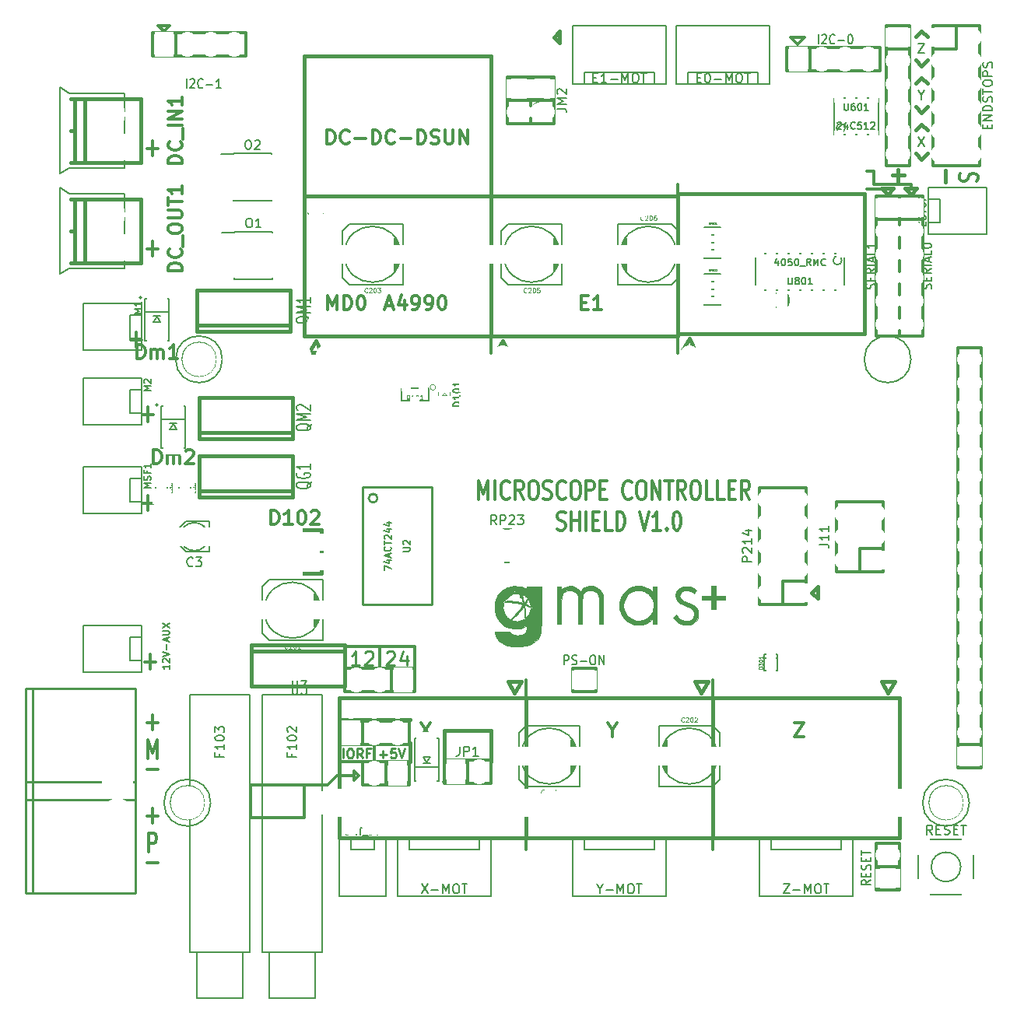
<source format=gto>
G04 #@! TF.FileFunction,Legend,Top*
%FSLAX46Y46*%
G04 Gerber Fmt 4.6, Leading zero omitted, Abs format (unit mm)*
G04 Created by KiCad (PCBNEW 4.0.4+dfsg1-stable) date Mon May  8 08:59:06 2017*
%MOMM*%
%LPD*%
G01*
G04 APERTURE LIST*
%ADD10C,0.150000*%
%ADD11C,0.304800*%
%ADD12C,0.200000*%
%ADD13C,0.381000*%
%ADD14C,0.254000*%
%ADD15C,0.203200*%
%ADD16C,0.127000*%
%ADD17C,0.101600*%
%ADD18C,0.078740*%
%ADD19C,0.066040*%
%ADD20C,0.050800*%
%ADD21C,0.200660*%
%ADD22C,0.152400*%
%ADD23C,0.010000*%
%ADD24C,0.149860*%
%ADD25C,0.119380*%
%ADD26C,0.060960*%
%ADD27C,0.099060*%
%ADD28C,0.300000*%
%ADD29C,0.040640*%
%ADD30R,2.032000X2.707640*%
%ADD31O,2.032000X2.707640*%
%ADD32R,1.107440X2.506980*%
%ADD33C,2.032000*%
%ADD34R,4.107180X2.108200*%
%ADD35R,1.905000X1.397000*%
%ADD36R,2.707640X2.108200*%
%ADD37R,2.006600X1.808480*%
%ADD38R,1.397000X1.905000*%
%ADD39R,1.706880X1.706880*%
%ADD40R,2.008000X1.907540*%
%ADD41R,5.308000X5.408000*%
%ADD42R,2.176780X2.057400*%
%ADD43R,1.107440X1.508760*%
%ADD44C,2.908000*%
%ADD45R,2.908000X2.908000*%
%ADD46R,2.506980X2.032000*%
%ADD47O,2.506980X2.032000*%
%ADD48R,2.707640X2.032000*%
%ADD49O,2.707640X2.032000*%
%ADD50R,2.032000X2.032000*%
%ADD51R,2.058000X1.108000*%
%ADD52R,3.507740X3.507740*%
%ADD53C,3.507740*%
%ADD54C,2.286000*%
%ADD55R,2.286000X2.286000*%
%ADD56R,1.308000X0.988000*%
%ADD57R,1.308000X0.828000*%
%ADD58R,1.270000X0.939800*%
%ADD59O,2.032000X3.048000*%
%ADD60C,3.683000*%
%ADD61R,3.007360X1.905000*%
%ADD62R,1.938020X1.059180*%
G04 APERTURE END LIST*
D10*
D11*
X7801429Y25508857D02*
X8962572Y25508857D01*
X8382001Y24734762D02*
X8382001Y26282952D01*
X7547429Y42780857D02*
X8708572Y42780857D01*
X8128001Y42006762D02*
X8128001Y43554952D01*
X7547429Y52432857D02*
X8708572Y52432857D01*
X8128001Y51658762D02*
X8128001Y53206952D01*
X6277429Y60560857D02*
X7438572Y60560857D01*
X6858001Y59786762D02*
X6858001Y61334952D01*
X8055429Y70466857D02*
X9216572Y70466857D01*
X8636001Y69692762D02*
X8636001Y71240952D01*
X31496000Y14605000D02*
X28956000Y14605000D01*
X30607000Y13081000D02*
X30226000Y13081000D01*
X30607000Y12573000D02*
X31115000Y13081000D01*
X30607000Y13589000D02*
X30607000Y12573000D01*
X31115000Y13081000D02*
X30607000Y13589000D01*
X27686000Y12065000D02*
X25146000Y12065000D01*
X28702000Y13081000D02*
X27686000Y12065000D01*
X30226000Y13081000D02*
X28702000Y13081000D01*
X19304000Y12065000D02*
X25146000Y12065000D01*
X19304000Y8509000D02*
X19304000Y12065000D01*
X25146000Y8509000D02*
X19304000Y8509000D01*
X25146000Y11938000D02*
X25146000Y8509000D01*
X8055429Y81388857D02*
X9216572Y81388857D01*
X8636001Y80614762D02*
X8636001Y82162952D01*
X32766000Y16510000D02*
X32766000Y14859000D01*
D12*
X99496571Y83526762D02*
X99496571Y83860096D01*
X100020381Y84002953D02*
X100020381Y83526762D01*
X99020381Y83526762D01*
X99020381Y84002953D01*
X100020381Y84431524D02*
X99020381Y84431524D01*
X100020381Y85002953D01*
X99020381Y85002953D01*
X100020381Y85479143D02*
X99020381Y85479143D01*
X99020381Y85717238D01*
X99068000Y85860096D01*
X99163238Y85955334D01*
X99258476Y86002953D01*
X99448952Y86050572D01*
X99591810Y86050572D01*
X99782286Y86002953D01*
X99877524Y85955334D01*
X99972762Y85860096D01*
X100020381Y85717238D01*
X100020381Y85479143D01*
X99972762Y86431524D02*
X100020381Y86574381D01*
X100020381Y86812477D01*
X99972762Y86907715D01*
X99925143Y86955334D01*
X99829905Y87002953D01*
X99734667Y87002953D01*
X99639429Y86955334D01*
X99591810Y86907715D01*
X99544190Y86812477D01*
X99496571Y86622000D01*
X99448952Y86526762D01*
X99401333Y86479143D01*
X99306095Y86431524D01*
X99210857Y86431524D01*
X99115619Y86479143D01*
X99068000Y86526762D01*
X99020381Y86622000D01*
X99020381Y86860096D01*
X99068000Y87002953D01*
X99020381Y87288667D02*
X99020381Y87860096D01*
X100020381Y87574381D02*
X99020381Y87574381D01*
X99020381Y88383905D02*
X99020381Y88574382D01*
X99068000Y88669620D01*
X99163238Y88764858D01*
X99353714Y88812477D01*
X99687048Y88812477D01*
X99877524Y88764858D01*
X99972762Y88669620D01*
X100020381Y88574382D01*
X100020381Y88383905D01*
X99972762Y88288667D01*
X99877524Y88193429D01*
X99687048Y88145810D01*
X99353714Y88145810D01*
X99163238Y88193429D01*
X99068000Y88288667D01*
X99020381Y88383905D01*
X100020381Y89241048D02*
X99020381Y89241048D01*
X99020381Y89622001D01*
X99068000Y89717239D01*
X99115619Y89764858D01*
X99210857Y89812477D01*
X99353714Y89812477D01*
X99448952Y89764858D01*
X99496571Y89717239D01*
X99544190Y89622001D01*
X99544190Y89241048D01*
X99972762Y90193429D02*
X100020381Y90336286D01*
X100020381Y90574382D01*
X99972762Y90669620D01*
X99925143Y90717239D01*
X99829905Y90764858D01*
X99734667Y90764858D01*
X99639429Y90717239D01*
X99591810Y90669620D01*
X99544190Y90574382D01*
X99496571Y90383905D01*
X99448952Y90288667D01*
X99401333Y90241048D01*
X99306095Y90193429D01*
X99210857Y90193429D01*
X99115619Y90241048D01*
X99068000Y90288667D01*
X99020381Y90383905D01*
X99020381Y90622001D01*
X99068000Y90764858D01*
D11*
X87122000Y78867000D02*
X86360000Y78867000D01*
X89535000Y77470000D02*
X87122000Y77470000D01*
X87884000Y76962000D02*
X86360000Y76962000D01*
X87122000Y77470000D02*
X87122000Y78867000D01*
X91186000Y77089000D02*
X91313000Y77089000D01*
X91186000Y77470000D02*
X91186000Y77089000D01*
X89535000Y77470000D02*
X91186000Y77470000D01*
X79629000Y93472000D02*
X78867000Y92710000D01*
X78105000Y93472000D02*
X79629000Y93472000D01*
X78867000Y92710000D02*
X78105000Y93472000D01*
X9906000Y94107000D02*
X9271000Y94742000D01*
X9271000Y94742000D02*
X10541000Y94742000D01*
X10541000Y94742000D02*
X9906000Y94107000D01*
X33401000Y24765000D02*
X33401000Y27178000D01*
X37211000Y27178000D02*
X37211000Y24765000D01*
X29591000Y27178000D02*
X37211000Y27178000D01*
X29591000Y24765000D02*
X29591000Y27178000D01*
D13*
X40386000Y18034000D02*
X40386000Y14605000D01*
X43688000Y18034000D02*
X40386000Y18034000D01*
X45466000Y18034000D02*
X43688000Y18034000D01*
X45466000Y14605000D02*
X45466000Y18034000D01*
X32766000Y19177000D02*
X29083000Y19177000D01*
X32893000Y19177000D02*
X36703000Y19177000D01*
X36703000Y14605000D02*
X36703000Y16637000D01*
D11*
X45466000Y60960000D02*
X45466000Y59055000D01*
X65786000Y60960000D02*
X65786000Y59055000D01*
X65786000Y76200000D02*
X65786000Y77470000D01*
X45466000Y76200000D02*
X45466000Y77470000D01*
X49276000Y21590000D02*
X49276000Y23495000D01*
X69596000Y21590000D02*
X69596000Y23495000D01*
X69596000Y6350000D02*
X69596000Y5080000D01*
X49276000Y6350000D02*
X49276000Y5080000D01*
X28956000Y12700000D02*
X28956000Y12573000D01*
D14*
X33364715Y15421429D02*
X34138810Y15421429D01*
X33751762Y15034381D02*
X33751762Y15808476D01*
X35106429Y16050381D02*
X34622620Y16050381D01*
X34574239Y15566571D01*
X34622620Y15614952D01*
X34719382Y15663333D01*
X34961286Y15663333D01*
X35058048Y15614952D01*
X35106429Y15566571D01*
X35154810Y15469810D01*
X35154810Y15227905D01*
X35106429Y15131143D01*
X35058048Y15082762D01*
X34961286Y15034381D01*
X34719382Y15034381D01*
X34622620Y15082762D01*
X34574239Y15131143D01*
X35445096Y16050381D02*
X35783763Y15034381D01*
X36122429Y16050381D01*
X29385381Y15034381D02*
X29385381Y16050381D01*
X30062715Y16050381D02*
X30256238Y16050381D01*
X30353000Y16002000D01*
X30449762Y15905238D01*
X30498143Y15711714D01*
X30498143Y15373048D01*
X30449762Y15179524D01*
X30353000Y15082762D01*
X30256238Y15034381D01*
X30062715Y15034381D01*
X29965953Y15082762D01*
X29869191Y15179524D01*
X29820810Y15373048D01*
X29820810Y15711714D01*
X29869191Y15905238D01*
X29965953Y16002000D01*
X30062715Y16050381D01*
X31514143Y15034381D02*
X31175477Y15518190D01*
X30933572Y15034381D02*
X30933572Y16050381D01*
X31320619Y16050381D01*
X31417381Y16002000D01*
X31465762Y15953619D01*
X31514143Y15856857D01*
X31514143Y15711714D01*
X31465762Y15614952D01*
X31417381Y15566571D01*
X31320619Y15518190D01*
X30933572Y15518190D01*
X32288238Y15566571D02*
X31949572Y15566571D01*
X31949572Y15034381D02*
X31949572Y16050381D01*
X32433381Y16050381D01*
X34144857Y26470429D02*
X34217428Y26543000D01*
X34362571Y26615571D01*
X34725428Y26615571D01*
X34870571Y26543000D01*
X34943142Y26470429D01*
X35015714Y26325286D01*
X35015714Y26180143D01*
X34943142Y25962429D01*
X34072285Y25091571D01*
X35015714Y25091571D01*
X36322000Y26107571D02*
X36322000Y25091571D01*
X35959143Y26688143D02*
X35596286Y25599571D01*
X36539714Y25599571D01*
X31205714Y25091571D02*
X30334857Y25091571D01*
X30770285Y25091571D02*
X30770285Y26615571D01*
X30625142Y26397857D01*
X30480000Y26252714D01*
X30334857Y26180143D01*
X31786286Y26470429D02*
X31858857Y26543000D01*
X32004000Y26615571D01*
X32366857Y26615571D01*
X32512000Y26543000D01*
X32584571Y26470429D01*
X32657143Y26325286D01*
X32657143Y26180143D01*
X32584571Y25962429D01*
X31713714Y25091571D01*
X32657143Y25091571D01*
D11*
X8128000Y14955762D02*
X8128000Y16987762D01*
X8636000Y15536333D01*
X9144000Y16987762D01*
X9144000Y14955762D01*
X8055429Y13824857D02*
X9216572Y13824857D01*
X8055429Y18904857D02*
X9216572Y18904857D01*
X8636001Y18130762D02*
X8636001Y19678952D01*
X8236857Y4795762D02*
X8236857Y6827762D01*
X8817429Y6827762D01*
X8962571Y6731000D01*
X9035143Y6634238D01*
X9107714Y6440714D01*
X9107714Y6150429D01*
X9035143Y5956905D01*
X8962571Y5860143D01*
X8817429Y5763381D01*
X8236857Y5763381D01*
X8055429Y3664857D02*
X9216572Y3664857D01*
X8055429Y8744857D02*
X9216572Y8744857D01*
X8636001Y7970762D02*
X8636001Y9518952D01*
D13*
X91821000Y77025500D02*
X90551000Y77025500D01*
X91186000Y76390500D02*
X91821000Y77025500D01*
X90551000Y77025500D02*
X91186000Y76390500D01*
X88011000Y77025500D02*
X89281000Y77025500D01*
X88646000Y76390500D02*
X88011000Y77025500D01*
X89281000Y77025500D02*
X88646000Y76390500D01*
X92334080Y83980020D02*
X91699080Y83345020D01*
X92969080Y83345020D02*
X92334080Y83980020D01*
X92334080Y80170020D02*
X91699080Y80805020D01*
X92969080Y80805020D02*
X92334080Y80170020D01*
X92334080Y85250020D02*
X91699080Y85885020D01*
X92969080Y85885020D02*
X92334080Y85250020D01*
X92334080Y89060020D02*
X91699080Y88425020D01*
X92969080Y88425020D02*
X92334080Y89060020D01*
X92334080Y90330020D02*
X91699080Y90965020D01*
X92969080Y90965020D02*
X92334080Y90330020D01*
X91826080Y93632020D02*
X91699080Y93505020D01*
X92334080Y94140020D02*
X91826080Y93632020D01*
X92969080Y93505020D02*
X92334080Y94140020D01*
D15*
X91995414Y82631401D02*
X92672747Y81615401D01*
X92672747Y82631401D02*
X91995414Y81615401D01*
X92334081Y87179210D02*
X92334081Y86695401D01*
X91995414Y87711401D02*
X92334081Y87179210D01*
X92672747Y87711401D01*
X91995414Y92791401D02*
X92672747Y92791401D01*
X91995414Y91775401D01*
X92672747Y91775401D01*
D11*
X98358476Y77796572D02*
X98455238Y78014286D01*
X98455238Y78377143D01*
X98358476Y78522286D01*
X98261714Y78594857D01*
X98068190Y78667429D01*
X97874667Y78667429D01*
X97681143Y78594857D01*
X97584381Y78522286D01*
X97487619Y78377143D01*
X97390857Y78086857D01*
X97294095Y77941715D01*
X97197333Y77869143D01*
X97003810Y77796572D01*
X96810286Y77796572D01*
X96616762Y77869143D01*
X96520000Y77941715D01*
X96423238Y78086857D01*
X96423238Y78449715D01*
X96520000Y78667429D01*
D13*
X94902020Y77741780D02*
X94902020Y79011780D01*
X89806780Y79105760D02*
X89806780Y77835760D01*
X90441780Y78470760D02*
X89171780Y78470760D01*
X52336700Y93492320D02*
X52971700Y94127320D01*
X52979320Y94114620D02*
X52979320Y92844620D01*
X52971700Y92857320D02*
X52336700Y93492320D01*
X81026000Y32385000D02*
X80391000Y33020000D01*
X81026000Y33655000D02*
X81026000Y32385000D01*
X80391000Y33020000D02*
X81026000Y33655000D01*
D11*
X44159716Y43175162D02*
X44159716Y45207162D01*
X44667716Y43755733D01*
X45175716Y45207162D01*
X45175716Y43175162D01*
X45901430Y43175162D02*
X45901430Y45207162D01*
X47498001Y43368686D02*
X47425430Y43271924D01*
X47207716Y43175162D01*
X47062573Y43175162D01*
X46844858Y43271924D01*
X46699716Y43465448D01*
X46627144Y43658971D01*
X46554573Y44046019D01*
X46554573Y44336305D01*
X46627144Y44723352D01*
X46699716Y44916876D01*
X46844858Y45110400D01*
X47062573Y45207162D01*
X47207716Y45207162D01*
X47425430Y45110400D01*
X47498001Y45013638D01*
X49022001Y43175162D02*
X48514001Y44142781D01*
X48151144Y43175162D02*
X48151144Y45207162D01*
X48731716Y45207162D01*
X48876858Y45110400D01*
X48949430Y45013638D01*
X49022001Y44820114D01*
X49022001Y44529829D01*
X48949430Y44336305D01*
X48876858Y44239543D01*
X48731716Y44142781D01*
X48151144Y44142781D01*
X49965430Y45207162D02*
X50255716Y45207162D01*
X50400858Y45110400D01*
X50546001Y44916876D01*
X50618573Y44529829D01*
X50618573Y43852495D01*
X50546001Y43465448D01*
X50400858Y43271924D01*
X50255716Y43175162D01*
X49965430Y43175162D01*
X49820287Y43271924D01*
X49675144Y43465448D01*
X49602573Y43852495D01*
X49602573Y44529829D01*
X49675144Y44916876D01*
X49820287Y45110400D01*
X49965430Y45207162D01*
X51199144Y43271924D02*
X51416858Y43175162D01*
X51779715Y43175162D01*
X51924858Y43271924D01*
X51997429Y43368686D01*
X52070001Y43562210D01*
X52070001Y43755733D01*
X51997429Y43949257D01*
X51924858Y44046019D01*
X51779715Y44142781D01*
X51489429Y44239543D01*
X51344287Y44336305D01*
X51271715Y44433067D01*
X51199144Y44626590D01*
X51199144Y44820114D01*
X51271715Y45013638D01*
X51344287Y45110400D01*
X51489429Y45207162D01*
X51852287Y45207162D01*
X52070001Y45110400D01*
X53594001Y43368686D02*
X53521430Y43271924D01*
X53303716Y43175162D01*
X53158573Y43175162D01*
X52940858Y43271924D01*
X52795716Y43465448D01*
X52723144Y43658971D01*
X52650573Y44046019D01*
X52650573Y44336305D01*
X52723144Y44723352D01*
X52795716Y44916876D01*
X52940858Y45110400D01*
X53158573Y45207162D01*
X53303716Y45207162D01*
X53521430Y45110400D01*
X53594001Y45013638D01*
X54537430Y45207162D02*
X54827716Y45207162D01*
X54972858Y45110400D01*
X55118001Y44916876D01*
X55190573Y44529829D01*
X55190573Y43852495D01*
X55118001Y43465448D01*
X54972858Y43271924D01*
X54827716Y43175162D01*
X54537430Y43175162D01*
X54392287Y43271924D01*
X54247144Y43465448D01*
X54174573Y43852495D01*
X54174573Y44529829D01*
X54247144Y44916876D01*
X54392287Y45110400D01*
X54537430Y45207162D01*
X55843715Y43175162D02*
X55843715Y45207162D01*
X56424287Y45207162D01*
X56569429Y45110400D01*
X56642001Y45013638D01*
X56714572Y44820114D01*
X56714572Y44529829D01*
X56642001Y44336305D01*
X56569429Y44239543D01*
X56424287Y44142781D01*
X55843715Y44142781D01*
X57367715Y44239543D02*
X57875715Y44239543D01*
X58093429Y43175162D02*
X57367715Y43175162D01*
X57367715Y45207162D01*
X58093429Y45207162D01*
X60778572Y43368686D02*
X60706001Y43271924D01*
X60488287Y43175162D01*
X60343144Y43175162D01*
X60125429Y43271924D01*
X59980287Y43465448D01*
X59907715Y43658971D01*
X59835144Y44046019D01*
X59835144Y44336305D01*
X59907715Y44723352D01*
X59980287Y44916876D01*
X60125429Y45110400D01*
X60343144Y45207162D01*
X60488287Y45207162D01*
X60706001Y45110400D01*
X60778572Y45013638D01*
X61722001Y45207162D02*
X62012287Y45207162D01*
X62157429Y45110400D01*
X62302572Y44916876D01*
X62375144Y44529829D01*
X62375144Y43852495D01*
X62302572Y43465448D01*
X62157429Y43271924D01*
X62012287Y43175162D01*
X61722001Y43175162D01*
X61576858Y43271924D01*
X61431715Y43465448D01*
X61359144Y43852495D01*
X61359144Y44529829D01*
X61431715Y44916876D01*
X61576858Y45110400D01*
X61722001Y45207162D01*
X63028286Y43175162D02*
X63028286Y45207162D01*
X63899143Y43175162D01*
X63899143Y45207162D01*
X64407143Y45207162D02*
X65278000Y45207162D01*
X64842571Y43175162D02*
X64842571Y45207162D01*
X66656857Y43175162D02*
X66148857Y44142781D01*
X65786000Y43175162D02*
X65786000Y45207162D01*
X66366572Y45207162D01*
X66511714Y45110400D01*
X66584286Y45013638D01*
X66656857Y44820114D01*
X66656857Y44529829D01*
X66584286Y44336305D01*
X66511714Y44239543D01*
X66366572Y44142781D01*
X65786000Y44142781D01*
X67600286Y45207162D02*
X67890572Y45207162D01*
X68035714Y45110400D01*
X68180857Y44916876D01*
X68253429Y44529829D01*
X68253429Y43852495D01*
X68180857Y43465448D01*
X68035714Y43271924D01*
X67890572Y43175162D01*
X67600286Y43175162D01*
X67455143Y43271924D01*
X67310000Y43465448D01*
X67237429Y43852495D01*
X67237429Y44529829D01*
X67310000Y44916876D01*
X67455143Y45110400D01*
X67600286Y45207162D01*
X69632285Y43175162D02*
X68906571Y43175162D01*
X68906571Y45207162D01*
X70865999Y43175162D02*
X70140285Y43175162D01*
X70140285Y45207162D01*
X71373999Y44239543D02*
X71881999Y44239543D01*
X72099713Y43175162D02*
X71373999Y43175162D01*
X71373999Y45207162D01*
X72099713Y45207162D01*
X73623713Y43175162D02*
X73115713Y44142781D01*
X72752856Y43175162D02*
X72752856Y45207162D01*
X73333428Y45207162D01*
X73478570Y45110400D01*
X73551142Y45013638D01*
X73623713Y44820114D01*
X73623713Y44529829D01*
X73551142Y44336305D01*
X73478570Y44239543D01*
X73333428Y44142781D01*
X72752856Y44142781D01*
X52723143Y39919124D02*
X52940857Y39822362D01*
X53303714Y39822362D01*
X53448857Y39919124D01*
X53521428Y40015886D01*
X53594000Y40209410D01*
X53594000Y40402933D01*
X53521428Y40596457D01*
X53448857Y40693219D01*
X53303714Y40789981D01*
X53013428Y40886743D01*
X52868286Y40983505D01*
X52795714Y41080267D01*
X52723143Y41273790D01*
X52723143Y41467314D01*
X52795714Y41660838D01*
X52868286Y41757600D01*
X53013428Y41854362D01*
X53376286Y41854362D01*
X53594000Y41757600D01*
X54247143Y39822362D02*
X54247143Y41854362D01*
X54247143Y40886743D02*
X55118000Y40886743D01*
X55118000Y39822362D02*
X55118000Y41854362D01*
X55843714Y39822362D02*
X55843714Y41854362D01*
X56569428Y40886743D02*
X57077428Y40886743D01*
X57295142Y39822362D02*
X56569428Y39822362D01*
X56569428Y41854362D01*
X57295142Y41854362D01*
X58673999Y39822362D02*
X57948285Y39822362D01*
X57948285Y41854362D01*
X59181999Y39822362D02*
X59181999Y41854362D01*
X59544856Y41854362D01*
X59762571Y41757600D01*
X59907713Y41564076D01*
X59980285Y41370552D01*
X60052856Y40983505D01*
X60052856Y40693219D01*
X59980285Y40306171D01*
X59907713Y40112648D01*
X59762571Y39919124D01*
X59544856Y39822362D01*
X59181999Y39822362D01*
X61649428Y41854362D02*
X62157428Y39822362D01*
X62665428Y41854362D01*
X63971714Y39822362D02*
X63100857Y39822362D01*
X63536285Y39822362D02*
X63536285Y41854362D01*
X63391142Y41564076D01*
X63246000Y41370552D01*
X63100857Y41273790D01*
X64624857Y40015886D02*
X64697429Y39919124D01*
X64624857Y39822362D01*
X64552286Y39919124D01*
X64624857Y40015886D01*
X64624857Y39822362D01*
X65640857Y41854362D02*
X65786000Y41854362D01*
X65931143Y41757600D01*
X66003714Y41660838D01*
X66076285Y41467314D01*
X66148857Y41080267D01*
X66148857Y40596457D01*
X66076285Y40209410D01*
X66003714Y40015886D01*
X65931143Y39919124D01*
X65786000Y39822362D01*
X65640857Y39822362D01*
X65495714Y39919124D01*
X65423143Y40015886D01*
X65350571Y40209410D01*
X65278000Y40596457D01*
X65278000Y41080267D01*
X65350571Y41467314D01*
X65423143Y41660838D01*
X65495714Y41757600D01*
X65640857Y41854362D01*
D14*
X96792051Y10160000D02*
G75*
G03X96792051Y10160000I-1796051J0D01*
G01*
X15512051Y58420000D02*
G75*
G03X15512051Y58420000I-1796051J0D01*
G01*
X14242051Y10160000D02*
G75*
G03X14242051Y10160000I-1796051J0D01*
G01*
D11*
X80175100Y92329000D02*
X80175100Y89789000D01*
X87795100Y89789000D02*
X77635100Y89789000D01*
X77635100Y92329000D02*
X87795100Y92329000D01*
X77635100Y89789000D02*
X77635100Y92329000D01*
X87795100Y92329000D02*
X87795100Y89789000D01*
D16*
X82804000Y86817200D02*
X82804000Y82854800D01*
X82804000Y82854800D02*
X87630000Y82854800D01*
X87630000Y82854800D02*
X87630000Y86817200D01*
X87630000Y86817200D02*
X82804000Y86817200D01*
X83312000Y86817200D02*
X83312000Y87909400D01*
X84582000Y86817200D02*
X84582000Y87909400D01*
X85852000Y86817200D02*
X85852000Y87909400D01*
X87122000Y87909400D02*
X87122000Y86817200D01*
X87122000Y82854800D02*
X87122000Y81762600D01*
X85852000Y81762600D02*
X85852000Y82854800D01*
X84582000Y81762600D02*
X84582000Y82854800D01*
X83312000Y81762600D02*
X83312000Y82854800D01*
X84013067Y83591400D02*
G75*
G03X84013067Y83591400I-472467J0D01*
G01*
D13*
X25654000Y74422000D02*
X26416000Y75692000D01*
X26416000Y75692000D02*
X27051000Y74422000D01*
X27051000Y74422000D02*
X25781000Y74422000D01*
X25146000Y91440000D02*
X45466000Y91440000D01*
X45466000Y91440000D02*
X45466000Y76200000D01*
X45466000Y76200000D02*
X25146000Y76200000D01*
X25146000Y76200000D02*
X25146000Y91440000D01*
X69088000Y23368000D02*
X68326000Y22098000D01*
X68326000Y22098000D02*
X67691000Y23368000D01*
X67691000Y23368000D02*
X68961000Y23368000D01*
X69596000Y6350000D02*
X49276000Y6350000D01*
X49276000Y6350000D02*
X49276000Y21590000D01*
X49276000Y21590000D02*
X69596000Y21590000D01*
X69596000Y21590000D02*
X69596000Y6350000D01*
D16*
X35512000Y69088000D02*
X35512000Y70612000D01*
X35385000Y70993000D02*
X35385000Y68707000D01*
X35258000Y68453000D02*
X35258000Y71247000D01*
X35131000Y71501000D02*
X35131000Y68199000D01*
X35004000Y68072000D02*
X35004000Y71628000D01*
X35639000Y69850000D02*
G75*
G03X35639000Y69850000I-3048000J0D01*
G01*
X35893000Y66548000D02*
X35893000Y73152000D01*
X35893000Y73152000D02*
X30051000Y73152000D01*
X30051000Y73152000D02*
X29289000Y72390000D01*
X29289000Y72390000D02*
X29289000Y67310000D01*
X29289000Y67310000D02*
X30051000Y66548000D01*
X30051000Y66548000D02*
X35893000Y66548000D01*
X30432000Y69850000D02*
X31194000Y69850000D01*
X30813000Y69469000D02*
X30813000Y70231000D01*
X19939000Y92583000D02*
X19939000Y93599000D01*
X19939000Y93599000D02*
X21463000Y93599000D01*
X21463000Y93599000D02*
X21463000Y92583000D01*
X21463000Y91567000D02*
X21463000Y90551000D01*
X21463000Y90551000D02*
X19939000Y90551000D01*
X19939000Y90551000D02*
X19939000Y91567000D01*
X36703000Y46482000D02*
X36703000Y45466000D01*
X36703000Y45466000D02*
X35179000Y45466000D01*
X35179000Y45466000D02*
X35179000Y46482000D01*
X35179000Y47498000D02*
X35179000Y48514000D01*
X35179000Y48514000D02*
X36703000Y48514000D01*
X36703000Y48514000D02*
X36703000Y47498000D01*
D10*
X14859000Y37465000D02*
X14859000Y40767000D01*
X14859000Y40767000D02*
X12319000Y40767000D01*
X12319000Y40767000D02*
X11557000Y40005000D01*
X11557000Y40005000D02*
X11557000Y38227000D01*
X11557000Y38227000D02*
X12319000Y37465000D01*
X12319000Y37465000D02*
X14859000Y37465000D01*
X14605000Y38608000D02*
X14605000Y39624000D01*
X14478000Y38354000D02*
X14478000Y39878000D01*
X14351000Y38100000D02*
X14351000Y40132000D01*
X14224000Y37973000D02*
X14224000Y40259000D01*
X12065000Y39116000D02*
X12827000Y39116000D01*
X12446000Y38735000D02*
X12446000Y39497000D01*
X14732000Y39116000D02*
G75*
G03X14732000Y39116000I-1524000J0D01*
G01*
D16*
X11557000Y45085000D02*
X12827000Y45085000D01*
X11557000Y43815000D02*
X12801600Y43815000D01*
X11557000Y43434000D02*
X11557000Y45466000D01*
X11557000Y45466000D02*
X12827000Y45466000D01*
X12827000Y45466000D02*
X12827000Y43434000D01*
X12827000Y43434000D02*
X11557000Y43434000D01*
X26797000Y30353000D02*
X26797000Y31877000D01*
X26670000Y32258000D02*
X26670000Y29972000D01*
X26543000Y29718000D02*
X26543000Y32512000D01*
X26416000Y32766000D02*
X26416000Y29464000D01*
X26289000Y29337000D02*
X26289000Y32893000D01*
X26924000Y31115000D02*
G75*
G03X26924000Y31115000I-3048000J0D01*
G01*
X27178000Y27813000D02*
X27178000Y34417000D01*
X27178000Y34417000D02*
X21336000Y34417000D01*
X21336000Y34417000D02*
X20574000Y33655000D01*
X20574000Y33655000D02*
X20574000Y28575000D01*
X20574000Y28575000D02*
X21336000Y27813000D01*
X21336000Y27813000D02*
X27178000Y27813000D01*
X21717000Y31115000D02*
X22479000Y31115000D01*
X22098000Y30734000D02*
X22098000Y31496000D01*
X30988000Y28702000D02*
X30988000Y27686000D01*
X30988000Y27686000D02*
X29464000Y27686000D01*
X29464000Y27686000D02*
X29464000Y28702000D01*
X29464000Y29718000D02*
X29464000Y30734000D01*
X29464000Y30734000D02*
X30988000Y30734000D01*
X30988000Y30734000D02*
X30988000Y29718000D01*
X9017000Y45085000D02*
X10287000Y45085000D01*
X9017000Y43815000D02*
X10261600Y43815000D01*
X9017000Y43434000D02*
X9017000Y45466000D01*
X9017000Y45466000D02*
X10287000Y45466000D01*
X10287000Y45466000D02*
X10287000Y43434000D01*
X10287000Y43434000D02*
X9017000Y43434000D01*
X54737000Y14478000D02*
X54737000Y16002000D01*
X54610000Y16383000D02*
X54610000Y14097000D01*
X54483000Y13843000D02*
X54483000Y16637000D01*
X54356000Y16891000D02*
X54356000Y13589000D01*
X54229000Y13462000D02*
X54229000Y17018000D01*
X54864000Y15240000D02*
G75*
G03X54864000Y15240000I-3048000J0D01*
G01*
X55118000Y11938000D02*
X55118000Y18542000D01*
X55118000Y18542000D02*
X49276000Y18542000D01*
X49276000Y18542000D02*
X48514000Y17780000D01*
X48514000Y17780000D02*
X48514000Y12700000D01*
X48514000Y12700000D02*
X49276000Y11938000D01*
X49276000Y11938000D02*
X55118000Y11938000D01*
X49657000Y15240000D02*
X50419000Y15240000D01*
X50038000Y14859000D02*
X50038000Y15621000D01*
X64135000Y16002000D02*
X64135000Y14478000D01*
X64262000Y14097000D02*
X64262000Y16383000D01*
X64389000Y16637000D02*
X64389000Y13843000D01*
X64516000Y13589000D02*
X64516000Y16891000D01*
X64643000Y17018000D02*
X64643000Y13462000D01*
X70104000Y15240000D02*
G75*
G03X70104000Y15240000I-3048000J0D01*
G01*
X63754000Y18542000D02*
X63754000Y11938000D01*
X63754000Y11938000D02*
X69596000Y11938000D01*
X69596000Y11938000D02*
X70358000Y12700000D01*
X70358000Y12700000D02*
X70358000Y17780000D01*
X70358000Y17780000D02*
X69596000Y18542000D01*
X69596000Y18542000D02*
X63754000Y18542000D01*
X69215000Y15240000D02*
X68453000Y15240000D01*
X68834000Y15621000D02*
X68834000Y14859000D01*
X52832000Y69088000D02*
X52832000Y70612000D01*
X52705000Y70993000D02*
X52705000Y68707000D01*
X52578000Y68453000D02*
X52578000Y71247000D01*
X52451000Y71501000D02*
X52451000Y68199000D01*
X52324000Y68072000D02*
X52324000Y71628000D01*
X52959000Y69850000D02*
G75*
G03X52959000Y69850000I-3048000J0D01*
G01*
X53213000Y66548000D02*
X53213000Y73152000D01*
X53213000Y73152000D02*
X47371000Y73152000D01*
X47371000Y73152000D02*
X46609000Y72390000D01*
X46609000Y72390000D02*
X46609000Y67310000D01*
X46609000Y67310000D02*
X47371000Y66548000D01*
X47371000Y66548000D02*
X53213000Y66548000D01*
X47752000Y69850000D02*
X48514000Y69850000D01*
X48133000Y69469000D02*
X48133000Y70231000D01*
X59690000Y70612000D02*
X59690000Y69088000D01*
X59817000Y68707000D02*
X59817000Y70993000D01*
X59944000Y71247000D02*
X59944000Y68453000D01*
X60071000Y68199000D02*
X60071000Y71501000D01*
X60198000Y71628000D02*
X60198000Y68072000D01*
X65659000Y69850000D02*
G75*
G03X65659000Y69850000I-3048000J0D01*
G01*
X59309000Y73152000D02*
X59309000Y66548000D01*
X59309000Y66548000D02*
X65151000Y66548000D01*
X65151000Y66548000D02*
X65913000Y67310000D01*
X65913000Y67310000D02*
X65913000Y72390000D01*
X65913000Y72390000D02*
X65151000Y73152000D01*
X65151000Y73152000D02*
X59309000Y73152000D01*
X64770000Y69850000D02*
X64008000Y69850000D01*
X64389000Y70231000D02*
X64389000Y69469000D01*
X32893000Y28702000D02*
X32893000Y27686000D01*
X32893000Y27686000D02*
X31369000Y27686000D01*
X31369000Y27686000D02*
X31369000Y28702000D01*
X31369000Y29718000D02*
X31369000Y30734000D01*
X31369000Y30734000D02*
X32893000Y30734000D01*
X32893000Y30734000D02*
X32893000Y29718000D01*
X83058000Y72263000D02*
X82042000Y72263000D01*
X82042000Y72263000D02*
X82042000Y73787000D01*
X82042000Y73787000D02*
X83058000Y73787000D01*
X84074000Y73787000D02*
X85090000Y73787000D01*
X85090000Y73787000D02*
X85090000Y72263000D01*
X85090000Y72263000D02*
X84074000Y72263000D01*
X80462120Y86674960D02*
X80462120Y87690960D01*
X80462120Y87690960D02*
X81986120Y87690960D01*
X81986120Y87690960D02*
X81986120Y86674960D01*
X81986120Y85658960D02*
X81986120Y84642960D01*
X81986120Y84642960D02*
X80462120Y84642960D01*
X80462120Y84642960D02*
X80462120Y85658960D01*
D17*
X40386000Y54737000D02*
X40132000Y54483000D01*
X40132000Y54483000D02*
X40513000Y54483000D01*
X40513000Y54483000D02*
X40640000Y54483000D01*
X40640000Y54483000D02*
X40386000Y54737000D01*
D18*
X39472129Y55372000D02*
G75*
G03X39472129Y55372000I-305329J0D01*
G01*
X41008300Y53594000D02*
X41008300Y55626000D01*
X39763700Y53594000D02*
X39763700Y55613300D01*
X40728900Y55626000D02*
X41008300Y55626000D01*
X40043100Y55613300D02*
X39789100Y55613300D01*
X40728900Y53594000D02*
X41008300Y53594000D01*
X39763700Y53594000D02*
X40043100Y53594000D01*
D19*
X40685720Y55107840D02*
X41010840Y55107840D01*
X40063420Y55107840D02*
X40213280Y55107840D01*
X40558720Y55107840D02*
X40708580Y55107840D01*
X40187880Y55107840D02*
X40584120Y55107840D01*
X40685720Y54112160D02*
X41010840Y54112160D01*
X39761160Y54112160D02*
X40086280Y54112160D01*
X40558720Y54112160D02*
X40708580Y54112160D01*
X40063420Y54112160D02*
X40213280Y54112160D01*
X40187880Y54112160D02*
X40584120Y54112160D01*
X39786560Y55107840D02*
X40086280Y55107840D01*
D20*
X39982862Y55394860D02*
G75*
G03X39982862Y55394860I-71842J0D01*
G01*
D17*
X40038020Y55608220D02*
G75*
G03X40733980Y55608220I347980J0D01*
G01*
X40733980Y53611780D02*
G75*
G03X40038020Y53611780I-347980J0D01*
G01*
D13*
X20701000Y35090100D02*
X20701000Y39839900D01*
X20701000Y39847900D02*
X27051000Y39847900D01*
X27051000Y39839900D02*
X27051000Y35090100D01*
X27051000Y35082100D02*
X20701000Y35082100D01*
D21*
X38879780Y14460220D02*
X38082220Y14460220D01*
X38481000Y14559280D02*
X38082220Y15158720D01*
X38082220Y15158720D02*
X38879780Y15158720D01*
X38879780Y15158720D02*
X38481000Y14559280D01*
X40383460Y12458700D02*
G75*
G03X40383460Y12458700I-101600J0D01*
G01*
X39781480Y14058900D02*
X37180520Y14058900D01*
X39781480Y12557760D02*
X37180520Y12557760D01*
X37180520Y17160240D02*
X39781480Y17160240D01*
X39781480Y17160240D02*
X39781480Y12557760D01*
X37180520Y17160240D02*
X37180520Y12557760D01*
D16*
X75244960Y25900380D02*
X76647040Y25900380D01*
X75244960Y26299160D02*
X75244960Y24500840D01*
X75244960Y24500840D02*
X76647040Y24500840D01*
X76647040Y24500840D02*
X76647040Y26299160D01*
X76647040Y26299160D02*
X75244960Y26299160D01*
D15*
X4953000Y79248000D02*
X5588000Y79248000D01*
X5588000Y79248000D02*
X5588000Y87376000D01*
X5588000Y87376000D02*
X4572000Y87376000D01*
X-381000Y79248000D02*
X-1397000Y78613000D01*
X-1397000Y83312000D02*
X-1397000Y88011000D01*
X-1397000Y88011000D02*
X-381000Y87376000D01*
X-1397000Y83312000D02*
X-1397000Y78613000D01*
X4572000Y87376000D02*
X-381000Y87376000D01*
X4953000Y79248000D02*
X-381000Y79248000D01*
D13*
X156000Y83312000D02*
X-244000Y83312000D01*
X1256000Y86812000D02*
X1256000Y79812000D01*
X156000Y86812000D02*
X156000Y79812000D01*
X7356000Y86812000D02*
X-244000Y86812000D01*
X-244000Y79812000D02*
X7356000Y79812000D01*
X7356000Y79812000D02*
X7356000Y86812000D01*
D15*
X4953000Y68326000D02*
X5588000Y68326000D01*
X5588000Y68326000D02*
X5588000Y76454000D01*
X5588000Y76454000D02*
X4572000Y76454000D01*
X-381000Y68326000D02*
X-1397000Y67691000D01*
X-1397000Y72390000D02*
X-1397000Y77089000D01*
X-1397000Y77089000D02*
X-381000Y76454000D01*
X-1397000Y72390000D02*
X-1397000Y67691000D01*
X4572000Y76454000D02*
X-381000Y76454000D01*
X4953000Y68326000D02*
X-381000Y68326000D01*
D13*
X156000Y72390000D02*
X-244000Y72390000D01*
X1256000Y75890000D02*
X1256000Y68890000D01*
X156000Y75890000D02*
X156000Y68890000D01*
X7356000Y75890000D02*
X-244000Y75890000D01*
X-244000Y68890000D02*
X7356000Y68890000D01*
X7356000Y68890000D02*
X7356000Y75890000D01*
D21*
X8745220Y63136780D02*
X9542780Y63136780D01*
X9144000Y63037720D02*
X9542780Y62438280D01*
X9542780Y62438280D02*
X8745220Y62438280D01*
X8745220Y62438280D02*
X9144000Y63037720D01*
X7444740Y65138300D02*
G75*
G03X7444740Y65138300I-101600J0D01*
G01*
X7843520Y63538100D02*
X10444480Y63538100D01*
X7843520Y65039240D02*
X10444480Y65039240D01*
X10444480Y60436760D02*
X7843520Y60436760D01*
X7843520Y60436760D02*
X7843520Y65039240D01*
X10444480Y60436760D02*
X10444480Y65039240D01*
X10523220Y51452780D02*
X11320780Y51452780D01*
X10922000Y51353720D02*
X11320780Y50754280D01*
X11320780Y50754280D02*
X10523220Y50754280D01*
X10523220Y50754280D02*
X10922000Y51353720D01*
X9222740Y53454300D02*
G75*
G03X9222740Y53454300I-101600J0D01*
G01*
X9621520Y51854100D02*
X12222480Y51854100D01*
X9621520Y53355240D02*
X12222480Y53355240D01*
X12222480Y48752760D02*
X9621520Y48752760D01*
X9621520Y48752760D02*
X9621520Y53355240D01*
X12222480Y48752760D02*
X12222480Y53355240D01*
D11*
X83058000Y35306000D02*
X83058000Y42926000D01*
X83058000Y42926000D02*
X88138000Y42926000D01*
X88138000Y42926000D02*
X88138000Y35306000D01*
X85598000Y35306000D02*
X85598000Y37846000D01*
X85598000Y37846000D02*
X88138000Y37846000D01*
X83058000Y35306000D02*
X88138000Y35306000D01*
X52324000Y86614000D02*
X49784000Y86614000D01*
X49784000Y86614000D02*
X52324000Y89154000D01*
X49784000Y89154000D02*
X52324000Y86614000D01*
X49784000Y84074000D02*
X49784000Y89154000D01*
X52324000Y89154000D02*
X52324000Y84074000D01*
X49784000Y89154000D02*
X52324000Y89154000D01*
X52324000Y84074000D02*
X49784000Y84074000D01*
X49784000Y86614000D02*
X47244000Y86614000D01*
X47244000Y86614000D02*
X49784000Y89154000D01*
X47244000Y89154000D02*
X49784000Y86614000D01*
X47244000Y84074000D02*
X47244000Y89154000D01*
X49784000Y89154000D02*
X49784000Y84074000D01*
X47244000Y89154000D02*
X49784000Y89154000D01*
X49784000Y84074000D02*
X47244000Y84074000D01*
X42920920Y14828520D02*
X42920920Y12288520D01*
X42920920Y12288520D02*
X40380920Y14828520D01*
X40380920Y12288520D02*
X42920920Y14828520D01*
X45460920Y12288520D02*
X40380920Y12288520D01*
X40380920Y14828520D02*
X45460920Y14828520D01*
X40380920Y12288520D02*
X40380920Y14828520D01*
X45460920Y14828520D02*
X45460920Y12288520D01*
X31496000Y16510000D02*
X31496000Y19050000D01*
X28956000Y19050000D02*
X36576000Y19050000D01*
X36576000Y19050000D02*
X36576000Y16510000D01*
X36576000Y16510000D02*
X28956000Y16510000D01*
X28956000Y16510000D02*
X28956000Y19050000D01*
X34671000Y24765000D02*
X34671000Y22225000D01*
X37211000Y22225000D02*
X29591000Y22225000D01*
X29591000Y22225000D02*
X29591000Y24765000D01*
X29591000Y24765000D02*
X37211000Y24765000D01*
X37211000Y24765000D02*
X37211000Y22225000D01*
X34036000Y12065000D02*
X34036000Y14605000D01*
X34036000Y14605000D02*
X36576000Y12065000D01*
X36576000Y14605000D02*
X34036000Y12065000D01*
X31496000Y14605000D02*
X36576000Y14605000D01*
X36576000Y12065000D02*
X31496000Y12065000D01*
X36576000Y14605000D02*
X36576000Y12065000D01*
X31496000Y12065000D02*
X31496000Y14605000D01*
D15*
X7493000Y60706000D02*
X6223000Y60706000D01*
X6223000Y60706000D02*
X6223000Y63246000D01*
X6223000Y63246000D02*
X7493000Y63246000D01*
X1143000Y59436000D02*
X7493000Y59436000D01*
X7493000Y59436000D02*
X7493000Y64516000D01*
X7493000Y64516000D02*
X1143000Y64516000D01*
X1143000Y64516000D02*
X1143000Y59436000D01*
D22*
X5588000Y59436000D02*
X3048000Y59436000D01*
X3048000Y64516000D02*
X5588000Y64516000D01*
D15*
X7493000Y52578000D02*
X6223000Y52578000D01*
X6223000Y52578000D02*
X6223000Y55118000D01*
X6223000Y55118000D02*
X7493000Y55118000D01*
X1143000Y51308000D02*
X7493000Y51308000D01*
X7493000Y51308000D02*
X7493000Y56388000D01*
X7493000Y56388000D02*
X1143000Y56388000D01*
X1143000Y56388000D02*
X1143000Y51308000D01*
D22*
X5588000Y51308000D02*
X3048000Y51308000D01*
X3048000Y56388000D02*
X5588000Y56388000D01*
D23*
G36*
X48453763Y33716215D02*
X48826572Y33653571D01*
X49152063Y33543615D01*
X49153887Y33542782D01*
X49283015Y33484943D01*
X49375698Y33445660D01*
X49407447Y33434514D01*
X49420031Y33472368D01*
X49424166Y33544757D01*
X49424166Y33655000D01*
X50967569Y33655000D01*
X50966803Y31350920D01*
X50966253Y30797494D01*
X50964603Y30324447D01*
X50961262Y29923966D01*
X50955637Y29588237D01*
X50947137Y29309446D01*
X50935169Y29079780D01*
X50919142Y28891425D01*
X50898463Y28736568D01*
X50872541Y28607394D01*
X50840783Y28496090D01*
X50802598Y28394843D01*
X50757393Y28295839D01*
X50731365Y28243535D01*
X50546222Y27967926D01*
X50289166Y27717193D01*
X49975354Y27502173D01*
X49619943Y27333702D01*
X49333154Y27243910D01*
X49143509Y27211958D01*
X48889467Y27189757D01*
X48594286Y27177317D01*
X48281225Y27174648D01*
X47973541Y27181763D01*
X47694495Y27198672D01*
X47467342Y27225385D01*
X47378105Y27242997D01*
X46999943Y27368470D01*
X46662434Y27547692D01*
X46375087Y27771824D01*
X46147410Y28032027D01*
X45988913Y28319462D01*
X45911562Y28606141D01*
X45884402Y28804306D01*
X47517842Y28804306D01*
X47592779Y28689938D01*
X47720794Y28567260D01*
X47912166Y28474095D01*
X48146199Y28413247D01*
X48402198Y28387522D01*
X48659466Y28399724D01*
X48897307Y28452657D01*
X49008237Y28498101D01*
X49184999Y28615788D01*
X49306281Y28773613D01*
X49381367Y28987316D01*
X49411791Y29182211D01*
X49437386Y29430203D01*
X49249712Y29334459D01*
X48968993Y29226710D01*
X48633253Y29154324D01*
X48269287Y29119727D01*
X47903887Y29125345D01*
X47563848Y29173605D01*
X47538165Y29179469D01*
X47136468Y29317909D01*
X46776444Y29529840D01*
X46466585Y29807038D01*
X46215384Y30141278D01*
X46031333Y30524338D01*
X45978207Y30690147D01*
X45928342Y30947105D01*
X45901426Y31254062D01*
X45898332Y31575630D01*
X45902084Y31627885D01*
X46501095Y31627885D01*
X46580844Y31499729D01*
X46649760Y31440417D01*
X46748524Y31332042D01*
X46811706Y31168855D01*
X46821223Y31127880D01*
X46924862Y30819156D01*
X47091090Y30532175D01*
X47294989Y30304428D01*
X47397410Y30210675D01*
X47466011Y30140990D01*
X47483889Y30115782D01*
X47447666Y30081866D01*
X47367846Y30066956D01*
X47287700Y30074821D01*
X47254631Y30095807D01*
X47227065Y30113283D01*
X47219980Y30066107D01*
X47229817Y30016629D01*
X47275251Y29998300D01*
X47378533Y30005025D01*
X47422101Y30010739D01*
X47539287Y30014767D01*
X47697836Y30004621D01*
X47876451Y29983724D01*
X48053834Y29955498D01*
X48208686Y29923362D01*
X48319711Y29890740D01*
X48365609Y29861052D01*
X48365833Y29859131D01*
X48391847Y29806783D01*
X48456620Y29718132D01*
X48479996Y29689633D01*
X48616652Y29580363D01*
X48763961Y29555371D01*
X48909471Y29615455D01*
X48959873Y29658920D01*
X49033812Y29763149D01*
X49104203Y29910610D01*
X49132724Y29992489D01*
X49241034Y30229870D01*
X49400584Y30443511D01*
X49501462Y30560845D01*
X49573330Y30654230D01*
X49600555Y30703257D01*
X49639078Y30735066D01*
X49733915Y30765248D01*
X49755279Y30769613D01*
X49956404Y30836148D01*
X50080570Y30940328D01*
X50125014Y31073351D01*
X50086976Y31226416D01*
X49963693Y31390720D01*
X49953333Y31400930D01*
X49855430Y31507736D01*
X49791382Y31600228D01*
X49776944Y31641762D01*
X49759386Y31737998D01*
X49714869Y31876060D01*
X49655625Y32025512D01*
X49593889Y32155915D01*
X49541896Y32236831D01*
X49535193Y32243238D01*
X49492209Y32259010D01*
X49446333Y32221875D01*
X49384705Y32119254D01*
X49360469Y32072333D01*
X49298979Y31947257D01*
X49258048Y31856850D01*
X49247777Y31827066D01*
X49284018Y31797250D01*
X49379031Y31741068D01*
X49512253Y31670680D01*
X49512361Y31670625D01*
X49645999Y31597174D01*
X49741116Y31533459D01*
X49776944Y31493601D01*
X49773482Y31463561D01*
X49751305Y31455968D01*
X49692721Y31475150D01*
X49580044Y31525435D01*
X49505715Y31559951D01*
X49320122Y31638781D01*
X49200299Y31669191D01*
X49138151Y31650953D01*
X49125581Y31583837D01*
X49131268Y31549358D01*
X49153103Y31404257D01*
X49170641Y31206275D01*
X49183043Y30980515D01*
X49189469Y30752081D01*
X49189080Y30546075D01*
X49181038Y30387602D01*
X49172165Y30325660D01*
X49155987Y30270627D01*
X49144109Y30276855D01*
X49135751Y30351127D01*
X49130134Y30500227D01*
X49126570Y30722535D01*
X49121308Y30950735D01*
X49111506Y31157560D01*
X49098526Y31321335D01*
X49083728Y31420390D01*
X49082460Y31425026D01*
X49044633Y31554254D01*
X48944987Y31414313D01*
X48865389Y31309511D01*
X48752052Y31168662D01*
X48629357Y31022056D01*
X48628027Y31020502D01*
X48522741Y30887846D01*
X48445424Y30772028D01*
X48410897Y30695586D01*
X48410322Y30689462D01*
X48374064Y30623777D01*
X48329986Y30612292D01*
X48251173Y30581959D01*
X48151540Y30506187D01*
X48120524Y30475597D01*
X48001752Y30363904D01*
X47863012Y30253172D01*
X47726912Y30159327D01*
X47616057Y30098296D01*
X47564138Y30083614D01*
X47559583Y30106993D01*
X47613907Y30165807D01*
X47660277Y30204368D01*
X47816936Y30339689D01*
X47961131Y30487511D01*
X48074997Y30627475D01*
X48140668Y30739225D01*
X48147155Y30759108D01*
X48200991Y30841251D01*
X48257398Y30868597D01*
X48322087Y30908789D01*
X48423099Y31005222D01*
X48546442Y31141705D01*
X48678122Y31302044D01*
X48804148Y31470048D01*
X48899292Y31611420D01*
X48986684Y31750652D01*
X48577040Y31850029D01*
X48361875Y31896176D01*
X48149840Y31926791D01*
X47912907Y31944663D01*
X47623050Y31952581D01*
X47539037Y31953331D01*
X47256819Y31958772D01*
X47061287Y31971251D01*
X46951186Y31991118D01*
X46925260Y32018720D01*
X46982255Y32054404D01*
X47068568Y32083711D01*
X47188984Y32124825D01*
X47273828Y32160882D01*
X47384148Y32194532D01*
X47488727Y32193619D01*
X47545923Y32162347D01*
X47597915Y32141587D01*
X47715128Y32120020D01*
X47874714Y32101601D01*
X47917679Y32098019D01*
X48143407Y32073721D01*
X48388943Y32036801D01*
X48583754Y31998931D01*
X48740423Y31966988D01*
X48861102Y31949285D01*
X48922588Y31949102D01*
X48925126Y31950635D01*
X48929377Y32003572D01*
X48913959Y32112570D01*
X48896937Y32191715D01*
X48847323Y32343456D01*
X48780711Y32431023D01*
X48732403Y32460113D01*
X48653691Y32512651D01*
X48637917Y32590089D01*
X48645796Y32640493D01*
X48651128Y32762677D01*
X48621248Y32812667D01*
X48718611Y32812667D01*
X48755373Y32763988D01*
X48805345Y32742117D01*
X48885133Y32687182D01*
X48930033Y32596904D01*
X48920695Y32514373D01*
X48919419Y32453179D01*
X48942651Y32339680D01*
X48965711Y32260419D01*
X49009141Y32124955D01*
X49042622Y32019854D01*
X49052793Y31987535D01*
X49085642Y31949856D01*
X49141314Y31985639D01*
X49223705Y32098304D01*
X49274981Y32182561D01*
X49360607Y32305463D01*
X49429966Y32358716D01*
X49451444Y32358227D01*
X49502199Y32377882D01*
X49541609Y32465334D01*
X49564364Y32600396D01*
X49565153Y32762876D01*
X49563445Y32784080D01*
X49521116Y32844145D01*
X49422454Y32859946D01*
X49287654Y32831050D01*
X49197505Y32791911D01*
X49101878Y32750738D01*
X49020053Y32748379D01*
X48908069Y32784782D01*
X48891014Y32791554D01*
X48772231Y32828995D01*
X48720392Y32820673D01*
X48718611Y32812667D01*
X48621248Y32812667D01*
X48603046Y32843117D01*
X48492344Y32887184D01*
X48309813Y32900247D01*
X48204981Y32897583D01*
X48020634Y32894513D01*
X47916727Y32909583D01*
X47886282Y32949243D01*
X47922322Y33019943D01*
X47988901Y33097346D01*
X48100424Y33187186D01*
X48212127Y33204021D01*
X48339652Y33146410D01*
X48453900Y33054556D01*
X48550239Y32974808D01*
X48614352Y32935696D01*
X48630416Y32939745D01*
X48595167Y33007601D01*
X48507341Y33093513D01*
X48393818Y33177266D01*
X48281480Y33238644D01*
X48207059Y33258125D01*
X48057050Y33232249D01*
X47945741Y33145167D01*
X47862780Y33002557D01*
X47744167Y32833460D01*
X47632091Y32756961D01*
X47511022Y32683068D01*
X47369285Y32573252D01*
X47228138Y32447028D01*
X47108840Y32323911D01*
X47032650Y32223415D01*
X47019110Y32194254D01*
X46966597Y32128095D01*
X46860367Y32048532D01*
X46772986Y31998645D01*
X46598344Y31882680D01*
X46507321Y31757314D01*
X46501095Y31627885D01*
X45902084Y31627885D01*
X45919932Y31876423D01*
X45945120Y32032257D01*
X46071924Y32432911D01*
X46273043Y32798082D01*
X46539041Y33116997D01*
X46860481Y33378885D01*
X47227928Y33572972D01*
X47327237Y33610108D01*
X47676515Y33695500D01*
X48061217Y33730530D01*
X48453763Y33716215D01*
X48453763Y33716215D01*
G37*
X48453763Y33716215D02*
X48826572Y33653571D01*
X49152063Y33543615D01*
X49153887Y33542782D01*
X49283015Y33484943D01*
X49375698Y33445660D01*
X49407447Y33434514D01*
X49420031Y33472368D01*
X49424166Y33544757D01*
X49424166Y33655000D01*
X50967569Y33655000D01*
X50966803Y31350920D01*
X50966253Y30797494D01*
X50964603Y30324447D01*
X50961262Y29923966D01*
X50955637Y29588237D01*
X50947137Y29309446D01*
X50935169Y29079780D01*
X50919142Y28891425D01*
X50898463Y28736568D01*
X50872541Y28607394D01*
X50840783Y28496090D01*
X50802598Y28394843D01*
X50757393Y28295839D01*
X50731365Y28243535D01*
X50546222Y27967926D01*
X50289166Y27717193D01*
X49975354Y27502173D01*
X49619943Y27333702D01*
X49333154Y27243910D01*
X49143509Y27211958D01*
X48889467Y27189757D01*
X48594286Y27177317D01*
X48281225Y27174648D01*
X47973541Y27181763D01*
X47694495Y27198672D01*
X47467342Y27225385D01*
X47378105Y27242997D01*
X46999943Y27368470D01*
X46662434Y27547692D01*
X46375087Y27771824D01*
X46147410Y28032027D01*
X45988913Y28319462D01*
X45911562Y28606141D01*
X45884402Y28804306D01*
X47517842Y28804306D01*
X47592779Y28689938D01*
X47720794Y28567260D01*
X47912166Y28474095D01*
X48146199Y28413247D01*
X48402198Y28387522D01*
X48659466Y28399724D01*
X48897307Y28452657D01*
X49008237Y28498101D01*
X49184999Y28615788D01*
X49306281Y28773613D01*
X49381367Y28987316D01*
X49411791Y29182211D01*
X49437386Y29430203D01*
X49249712Y29334459D01*
X48968993Y29226710D01*
X48633253Y29154324D01*
X48269287Y29119727D01*
X47903887Y29125345D01*
X47563848Y29173605D01*
X47538165Y29179469D01*
X47136468Y29317909D01*
X46776444Y29529840D01*
X46466585Y29807038D01*
X46215384Y30141278D01*
X46031333Y30524338D01*
X45978207Y30690147D01*
X45928342Y30947105D01*
X45901426Y31254062D01*
X45898332Y31575630D01*
X45902084Y31627885D01*
X46501095Y31627885D01*
X46580844Y31499729D01*
X46649760Y31440417D01*
X46748524Y31332042D01*
X46811706Y31168855D01*
X46821223Y31127880D01*
X46924862Y30819156D01*
X47091090Y30532175D01*
X47294989Y30304428D01*
X47397410Y30210675D01*
X47466011Y30140990D01*
X47483889Y30115782D01*
X47447666Y30081866D01*
X47367846Y30066956D01*
X47287700Y30074821D01*
X47254631Y30095807D01*
X47227065Y30113283D01*
X47219980Y30066107D01*
X47229817Y30016629D01*
X47275251Y29998300D01*
X47378533Y30005025D01*
X47422101Y30010739D01*
X47539287Y30014767D01*
X47697836Y30004621D01*
X47876451Y29983724D01*
X48053834Y29955498D01*
X48208686Y29923362D01*
X48319711Y29890740D01*
X48365609Y29861052D01*
X48365833Y29859131D01*
X48391847Y29806783D01*
X48456620Y29718132D01*
X48479996Y29689633D01*
X48616652Y29580363D01*
X48763961Y29555371D01*
X48909471Y29615455D01*
X48959873Y29658920D01*
X49033812Y29763149D01*
X49104203Y29910610D01*
X49132724Y29992489D01*
X49241034Y30229870D01*
X49400584Y30443511D01*
X49501462Y30560845D01*
X49573330Y30654230D01*
X49600555Y30703257D01*
X49639078Y30735066D01*
X49733915Y30765248D01*
X49755279Y30769613D01*
X49956404Y30836148D01*
X50080570Y30940328D01*
X50125014Y31073351D01*
X50086976Y31226416D01*
X49963693Y31390720D01*
X49953333Y31400930D01*
X49855430Y31507736D01*
X49791382Y31600228D01*
X49776944Y31641762D01*
X49759386Y31737998D01*
X49714869Y31876060D01*
X49655625Y32025512D01*
X49593889Y32155915D01*
X49541896Y32236831D01*
X49535193Y32243238D01*
X49492209Y32259010D01*
X49446333Y32221875D01*
X49384705Y32119254D01*
X49360469Y32072333D01*
X49298979Y31947257D01*
X49258048Y31856850D01*
X49247777Y31827066D01*
X49284018Y31797250D01*
X49379031Y31741068D01*
X49512253Y31670680D01*
X49512361Y31670625D01*
X49645999Y31597174D01*
X49741116Y31533459D01*
X49776944Y31493601D01*
X49773482Y31463561D01*
X49751305Y31455968D01*
X49692721Y31475150D01*
X49580044Y31525435D01*
X49505715Y31559951D01*
X49320122Y31638781D01*
X49200299Y31669191D01*
X49138151Y31650953D01*
X49125581Y31583837D01*
X49131268Y31549358D01*
X49153103Y31404257D01*
X49170641Y31206275D01*
X49183043Y30980515D01*
X49189469Y30752081D01*
X49189080Y30546075D01*
X49181038Y30387602D01*
X49172165Y30325660D01*
X49155987Y30270627D01*
X49144109Y30276855D01*
X49135751Y30351127D01*
X49130134Y30500227D01*
X49126570Y30722535D01*
X49121308Y30950735D01*
X49111506Y31157560D01*
X49098526Y31321335D01*
X49083728Y31420390D01*
X49082460Y31425026D01*
X49044633Y31554254D01*
X48944987Y31414313D01*
X48865389Y31309511D01*
X48752052Y31168662D01*
X48629357Y31022056D01*
X48628027Y31020502D01*
X48522741Y30887846D01*
X48445424Y30772028D01*
X48410897Y30695586D01*
X48410322Y30689462D01*
X48374064Y30623777D01*
X48329986Y30612292D01*
X48251173Y30581959D01*
X48151540Y30506187D01*
X48120524Y30475597D01*
X48001752Y30363904D01*
X47863012Y30253172D01*
X47726912Y30159327D01*
X47616057Y30098296D01*
X47564138Y30083614D01*
X47559583Y30106993D01*
X47613907Y30165807D01*
X47660277Y30204368D01*
X47816936Y30339689D01*
X47961131Y30487511D01*
X48074997Y30627475D01*
X48140668Y30739225D01*
X48147155Y30759108D01*
X48200991Y30841251D01*
X48257398Y30868597D01*
X48322087Y30908789D01*
X48423099Y31005222D01*
X48546442Y31141705D01*
X48678122Y31302044D01*
X48804148Y31470048D01*
X48899292Y31611420D01*
X48986684Y31750652D01*
X48577040Y31850029D01*
X48361875Y31896176D01*
X48149840Y31926791D01*
X47912907Y31944663D01*
X47623050Y31952581D01*
X47539037Y31953331D01*
X47256819Y31958772D01*
X47061287Y31971251D01*
X46951186Y31991118D01*
X46925260Y32018720D01*
X46982255Y32054404D01*
X47068568Y32083711D01*
X47188984Y32124825D01*
X47273828Y32160882D01*
X47384148Y32194532D01*
X47488727Y32193619D01*
X47545923Y32162347D01*
X47597915Y32141587D01*
X47715128Y32120020D01*
X47874714Y32101601D01*
X47917679Y32098019D01*
X48143407Y32073721D01*
X48388943Y32036801D01*
X48583754Y31998931D01*
X48740423Y31966988D01*
X48861102Y31949285D01*
X48922588Y31949102D01*
X48925126Y31950635D01*
X48929377Y32003572D01*
X48913959Y32112570D01*
X48896937Y32191715D01*
X48847323Y32343456D01*
X48780711Y32431023D01*
X48732403Y32460113D01*
X48653691Y32512651D01*
X48637917Y32590089D01*
X48645796Y32640493D01*
X48651128Y32762677D01*
X48621248Y32812667D01*
X48718611Y32812667D01*
X48755373Y32763988D01*
X48805345Y32742117D01*
X48885133Y32687182D01*
X48930033Y32596904D01*
X48920695Y32514373D01*
X48919419Y32453179D01*
X48942651Y32339680D01*
X48965711Y32260419D01*
X49009141Y32124955D01*
X49042622Y32019854D01*
X49052793Y31987535D01*
X49085642Y31949856D01*
X49141314Y31985639D01*
X49223705Y32098304D01*
X49274981Y32182561D01*
X49360607Y32305463D01*
X49429966Y32358716D01*
X49451444Y32358227D01*
X49502199Y32377882D01*
X49541609Y32465334D01*
X49564364Y32600396D01*
X49565153Y32762876D01*
X49563445Y32784080D01*
X49521116Y32844145D01*
X49422454Y32859946D01*
X49287654Y32831050D01*
X49197505Y32791911D01*
X49101878Y32750738D01*
X49020053Y32748379D01*
X48908069Y32784782D01*
X48891014Y32791554D01*
X48772231Y32828995D01*
X48720392Y32820673D01*
X48718611Y32812667D01*
X48621248Y32812667D01*
X48603046Y32843117D01*
X48492344Y32887184D01*
X48309813Y32900247D01*
X48204981Y32897583D01*
X48020634Y32894513D01*
X47916727Y32909583D01*
X47886282Y32949243D01*
X47922322Y33019943D01*
X47988901Y33097346D01*
X48100424Y33187186D01*
X48212127Y33204021D01*
X48339652Y33146410D01*
X48453900Y33054556D01*
X48550239Y32974808D01*
X48614352Y32935696D01*
X48630416Y32939745D01*
X48595167Y33007601D01*
X48507341Y33093513D01*
X48393818Y33177266D01*
X48281480Y33238644D01*
X48207059Y33258125D01*
X48057050Y33232249D01*
X47945741Y33145167D01*
X47862780Y33002557D01*
X47744167Y32833460D01*
X47632091Y32756961D01*
X47511022Y32683068D01*
X47369285Y32573252D01*
X47228138Y32447028D01*
X47108840Y32323911D01*
X47032650Y32223415D01*
X47019110Y32194254D01*
X46966597Y32128095D01*
X46860367Y32048532D01*
X46772986Y31998645D01*
X46598344Y31882680D01*
X46507321Y31757314D01*
X46501095Y31627885D01*
X45902084Y31627885D01*
X45919932Y31876423D01*
X45945120Y32032257D01*
X46071924Y32432911D01*
X46273043Y32798082D01*
X46539041Y33116997D01*
X46860481Y33378885D01*
X47227928Y33572972D01*
X47327237Y33610108D01*
X47676515Y33695500D01*
X48061217Y33730530D01*
X48453763Y33716215D01*
G36*
X62106678Y33665343D02*
X62481936Y33522901D01*
X62821007Y33309340D01*
X62915368Y33229993D01*
X63138402Y33029466D01*
X63138402Y33655000D01*
X63535277Y33655000D01*
X63535277Y29598056D01*
X63138402Y29598056D01*
X63138402Y30222912D01*
X62928941Y30036618D01*
X62630356Y29822209D01*
X62283396Y29657917D01*
X61920720Y29559042D01*
X61903680Y29556237D01*
X61674812Y29525099D01*
X61490802Y29516817D01*
X61311066Y29532392D01*
X61095016Y29572827D01*
X61077415Y29576629D01*
X60688976Y29703973D01*
X60341362Y29902660D01*
X60041333Y30162681D01*
X59795651Y30474027D01*
X59611079Y30826690D01*
X59494377Y31210662D01*
X59452308Y31615935D01*
X59463194Y31764317D01*
X59890443Y31764317D01*
X59892381Y31474313D01*
X59970898Y31125201D01*
X60124260Y30799327D01*
X60340941Y30509597D01*
X60609420Y30268916D01*
X60918172Y30090190D01*
X61213781Y29994461D01*
X61430829Y29972815D01*
X61685979Y29982831D01*
X61936374Y30021193D01*
X62081528Y30061591D01*
X62380706Y30210209D01*
X62657024Y30429660D01*
X62892351Y30702712D01*
X63058972Y30990631D01*
X63109763Y31122019D01*
X63140389Y31260814D01*
X63155333Y31435515D01*
X63159034Y31626528D01*
X63156379Y31839276D01*
X63143238Y31993928D01*
X63114402Y32120424D01*
X63064661Y32248702D01*
X63042268Y32297602D01*
X62847371Y32614995D01*
X62586398Y32890928D01*
X62278760Y33105633D01*
X62217918Y33137242D01*
X62066368Y33207573D01*
X61941249Y33250082D01*
X61809820Y33271508D01*
X61639337Y33278590D01*
X61529781Y33278859D01*
X61305355Y33272653D01*
X61138393Y33252489D01*
X60998626Y33213441D01*
X60915005Y33178797D01*
X60591879Y32987655D01*
X60320240Y32737935D01*
X60107707Y32442338D01*
X59961901Y32113565D01*
X59890443Y31764317D01*
X59463194Y31764317D01*
X59476541Y31946233D01*
X59522767Y32159646D01*
X59592635Y32387380D01*
X59655291Y32544284D01*
X59790428Y32775081D01*
X59977177Y33014658D01*
X60192054Y33237546D01*
X60411578Y33418272D01*
X60529488Y33492497D01*
X60906636Y33650245D01*
X61304741Y33730587D01*
X61709517Y33735096D01*
X62106678Y33665343D01*
X62106678Y33665343D01*
G37*
X62106678Y33665343D02*
X62481936Y33522901D01*
X62821007Y33309340D01*
X62915368Y33229993D01*
X63138402Y33029466D01*
X63138402Y33655000D01*
X63535277Y33655000D01*
X63535277Y29598056D01*
X63138402Y29598056D01*
X63138402Y30222912D01*
X62928941Y30036618D01*
X62630356Y29822209D01*
X62283396Y29657917D01*
X61920720Y29559042D01*
X61903680Y29556237D01*
X61674812Y29525099D01*
X61490802Y29516817D01*
X61311066Y29532392D01*
X61095016Y29572827D01*
X61077415Y29576629D01*
X60688976Y29703973D01*
X60341362Y29902660D01*
X60041333Y30162681D01*
X59795651Y30474027D01*
X59611079Y30826690D01*
X59494377Y31210662D01*
X59452308Y31615935D01*
X59463194Y31764317D01*
X59890443Y31764317D01*
X59892381Y31474313D01*
X59970898Y31125201D01*
X60124260Y30799327D01*
X60340941Y30509597D01*
X60609420Y30268916D01*
X60918172Y30090190D01*
X61213781Y29994461D01*
X61430829Y29972815D01*
X61685979Y29982831D01*
X61936374Y30021193D01*
X62081528Y30061591D01*
X62380706Y30210209D01*
X62657024Y30429660D01*
X62892351Y30702712D01*
X63058972Y30990631D01*
X63109763Y31122019D01*
X63140389Y31260814D01*
X63155333Y31435515D01*
X63159034Y31626528D01*
X63156379Y31839276D01*
X63143238Y31993928D01*
X63114402Y32120424D01*
X63064661Y32248702D01*
X63042268Y32297602D01*
X62847371Y32614995D01*
X62586398Y32890928D01*
X62278760Y33105633D01*
X62217918Y33137242D01*
X62066368Y33207573D01*
X61941249Y33250082D01*
X61809820Y33271508D01*
X61639337Y33278590D01*
X61529781Y33278859D01*
X61305355Y33272653D01*
X61138393Y33252489D01*
X60998626Y33213441D01*
X60915005Y33178797D01*
X60591879Y32987655D01*
X60320240Y32737935D01*
X60107707Y32442338D01*
X59961901Y32113565D01*
X59890443Y31764317D01*
X59463194Y31764317D01*
X59476541Y31946233D01*
X59522767Y32159646D01*
X59592635Y32387380D01*
X59655291Y32544284D01*
X59790428Y32775081D01*
X59977177Y33014658D01*
X60192054Y33237546D01*
X60411578Y33418272D01*
X60529488Y33492497D01*
X60906636Y33650245D01*
X61304741Y33730587D01*
X61709517Y33735096D01*
X62106678Y33665343D01*
G36*
X66938417Y33717519D02*
X67087443Y33702705D01*
X67210372Y33670802D01*
X67338175Y33615909D01*
X67371736Y33599300D01*
X67529099Y33512678D01*
X67674991Y33419934D01*
X67746562Y33366501D01*
X67878854Y33255547D01*
X67712506Y33101001D01*
X67546159Y32946456D01*
X67400797Y33057328D01*
X67190085Y33181904D01*
X66949314Y33268535D01*
X66720636Y33302188D01*
X66714077Y33302222D01*
X66494936Y33267524D01*
X66301108Y33173083D01*
X66147172Y33033378D01*
X66047706Y32862887D01*
X66017288Y32676090D01*
X66024179Y32617020D01*
X66070607Y32483041D01*
X66162874Y32359728D01*
X66310156Y32240158D01*
X66521629Y32117411D01*
X66806470Y31984565D01*
X66934084Y31930727D01*
X67257333Y31788717D01*
X67507025Y31657603D01*
X67695585Y31528654D01*
X67835440Y31393139D01*
X67939015Y31242326D01*
X67954244Y31213890D01*
X68019294Y31020446D01*
X68049589Y30780947D01*
X68043621Y30531023D01*
X67999884Y30306309D01*
X67993454Y30286823D01*
X67882669Y30077208D01*
X67707315Y29875775D01*
X67489655Y29706165D01*
X67396583Y29652964D01*
X67158511Y29567668D01*
X66874198Y29522265D01*
X66576930Y29518516D01*
X66299988Y29558179D01*
X66194333Y29589414D01*
X65881718Y29737050D01*
X65621080Y29942984D01*
X65398754Y30218964D01*
X65326983Y30335104D01*
X65342108Y30392147D01*
X65431709Y30472381D01*
X65482806Y30506626D01*
X65669699Y30624606D01*
X65737992Y30521052D01*
X65917147Y30284226D01*
X66101644Y30122733D01*
X66312605Y30025200D01*
X66571155Y29980252D01*
X66754375Y29973792D01*
X67022739Y29987127D01*
X67223039Y30031776D01*
X67371870Y30114338D01*
X67485828Y30241416D01*
X67505849Y30272679D01*
X67607007Y30514094D01*
X67620385Y30762029D01*
X67593031Y30891564D01*
X67535545Y31031499D01*
X67446406Y31153314D01*
X67314113Y31265535D01*
X67127168Y31376689D01*
X66874072Y31495302D01*
X66658510Y31584492D01*
X66376175Y31700042D01*
X66163500Y31795345D01*
X66006811Y31879020D01*
X65892430Y31959687D01*
X65806682Y32045966D01*
X65735890Y32146476D01*
X65717234Y32177743D01*
X65610847Y32439354D01*
X65578358Y32715231D01*
X65617506Y32985978D01*
X65726026Y33232200D01*
X65859493Y33396789D01*
X66029463Y33544958D01*
X66187108Y33641061D01*
X66360135Y33695393D01*
X66576253Y33718252D01*
X66732326Y33721146D01*
X66938417Y33717519D01*
X66938417Y33717519D01*
G37*
X66938417Y33717519D02*
X67087443Y33702705D01*
X67210372Y33670802D01*
X67338175Y33615909D01*
X67371736Y33599300D01*
X67529099Y33512678D01*
X67674991Y33419934D01*
X67746562Y33366501D01*
X67878854Y33255547D01*
X67712506Y33101001D01*
X67546159Y32946456D01*
X67400797Y33057328D01*
X67190085Y33181904D01*
X66949314Y33268535D01*
X66720636Y33302188D01*
X66714077Y33302222D01*
X66494936Y33267524D01*
X66301108Y33173083D01*
X66147172Y33033378D01*
X66047706Y32862887D01*
X66017288Y32676090D01*
X66024179Y32617020D01*
X66070607Y32483041D01*
X66162874Y32359728D01*
X66310156Y32240158D01*
X66521629Y32117411D01*
X66806470Y31984565D01*
X66934084Y31930727D01*
X67257333Y31788717D01*
X67507025Y31657603D01*
X67695585Y31528654D01*
X67835440Y31393139D01*
X67939015Y31242326D01*
X67954244Y31213890D01*
X68019294Y31020446D01*
X68049589Y30780947D01*
X68043621Y30531023D01*
X67999884Y30306309D01*
X67993454Y30286823D01*
X67882669Y30077208D01*
X67707315Y29875775D01*
X67489655Y29706165D01*
X67396583Y29652964D01*
X67158511Y29567668D01*
X66874198Y29522265D01*
X66576930Y29518516D01*
X66299988Y29558179D01*
X66194333Y29589414D01*
X65881718Y29737050D01*
X65621080Y29942984D01*
X65398754Y30218964D01*
X65326983Y30335104D01*
X65342108Y30392147D01*
X65431709Y30472381D01*
X65482806Y30506626D01*
X65669699Y30624606D01*
X65737992Y30521052D01*
X65917147Y30284226D01*
X66101644Y30122733D01*
X66312605Y30025200D01*
X66571155Y29980252D01*
X66754375Y29973792D01*
X67022739Y29987127D01*
X67223039Y30031776D01*
X67371870Y30114338D01*
X67485828Y30241416D01*
X67505849Y30272679D01*
X67607007Y30514094D01*
X67620385Y30762029D01*
X67593031Y30891564D01*
X67535545Y31031499D01*
X67446406Y31153314D01*
X67314113Y31265535D01*
X67127168Y31376689D01*
X66874072Y31495302D01*
X66658510Y31584492D01*
X66376175Y31700042D01*
X66163500Y31795345D01*
X66006811Y31879020D01*
X65892430Y31959687D01*
X65806682Y32045966D01*
X65735890Y32146476D01*
X65717234Y32177743D01*
X65610847Y32439354D01*
X65578358Y32715231D01*
X65617506Y32985978D01*
X65726026Y33232200D01*
X65859493Y33396789D01*
X66029463Y33544958D01*
X66187108Y33641061D01*
X66360135Y33695393D01*
X66576253Y33718252D01*
X66732326Y33721146D01*
X66938417Y33717519D01*
G36*
X54214071Y33731831D02*
X54552809Y33667677D01*
X54838252Y33534514D01*
X55068444Y33333458D01*
X55178752Y33181476D01*
X55210926Y33204337D01*
X55289755Y33274376D01*
X55398912Y33377026D01*
X55411479Y33389113D01*
X55641403Y33570369D01*
X55892227Y33683459D01*
X56181791Y33734203D01*
X56465997Y33733034D01*
X56802948Y33674667D01*
X57100433Y33549831D01*
X57347902Y33365926D01*
X57534807Y33130350D01*
X57631838Y32915258D01*
X57649224Y32817689D01*
X57664410Y32638329D01*
X57677452Y32375853D01*
X57688401Y32028939D01*
X57697314Y31596265D01*
X57703164Y31174531D01*
X57721274Y29598056D01*
X57273472Y29598056D01*
X57273472Y30984948D01*
X57272673Y31428696D01*
X57269403Y31793726D01*
X57262353Y32089505D01*
X57250216Y32325501D01*
X57231682Y32511181D01*
X57205442Y32656013D01*
X57170189Y32769465D01*
X57124612Y32861006D01*
X57067405Y32940102D01*
X56997257Y33016222D01*
X56991974Y33021538D01*
X56774501Y33185015D01*
X56531294Y33277305D01*
X56278276Y33300815D01*
X56031372Y33257946D01*
X55806506Y33151105D01*
X55619601Y32982695D01*
X55504276Y32796929D01*
X55482341Y32742090D01*
X55464719Y32677843D01*
X55450935Y32594442D01*
X55440518Y32482141D01*
X55432995Y32331195D01*
X55427893Y32131857D01*
X55424738Y31874381D01*
X55423060Y31549021D01*
X55422383Y31146033D01*
X55422357Y31108385D01*
X55421389Y29598056D01*
X54980416Y29598056D01*
X54980416Y32586596D01*
X54857634Y32821627D01*
X54698989Y33038626D01*
X54492830Y33191680D01*
X54254968Y33278232D01*
X54001211Y33295725D01*
X53747369Y33241602D01*
X53509251Y33113306D01*
X53434145Y33051850D01*
X53357004Y32977619D01*
X53294005Y32901650D01*
X53243725Y32814503D01*
X53204741Y32706737D01*
X53175629Y32568912D01*
X53154967Y32391587D01*
X53141330Y32165322D01*
X53133297Y31880676D01*
X53129444Y31528208D01*
X53128348Y31098480D01*
X53128333Y31023212D01*
X53128333Y29598056D01*
X52687361Y29598056D01*
X52687361Y33655000D01*
X53128333Y33655000D01*
X53128333Y33336057D01*
X53298266Y33489582D01*
X53525733Y33636370D01*
X53809476Y33719132D01*
X54143477Y33736278D01*
X54214071Y33731831D01*
X54214071Y33731831D01*
G37*
X54214071Y33731831D02*
X54552809Y33667677D01*
X54838252Y33534514D01*
X55068444Y33333458D01*
X55178752Y33181476D01*
X55210926Y33204337D01*
X55289755Y33274376D01*
X55398912Y33377026D01*
X55411479Y33389113D01*
X55641403Y33570369D01*
X55892227Y33683459D01*
X56181791Y33734203D01*
X56465997Y33733034D01*
X56802948Y33674667D01*
X57100433Y33549831D01*
X57347902Y33365926D01*
X57534807Y33130350D01*
X57631838Y32915258D01*
X57649224Y32817689D01*
X57664410Y32638329D01*
X57677452Y32375853D01*
X57688401Y32028939D01*
X57697314Y31596265D01*
X57703164Y31174531D01*
X57721274Y29598056D01*
X57273472Y29598056D01*
X57273472Y30984948D01*
X57272673Y31428696D01*
X57269403Y31793726D01*
X57262353Y32089505D01*
X57250216Y32325501D01*
X57231682Y32511181D01*
X57205442Y32656013D01*
X57170189Y32769465D01*
X57124612Y32861006D01*
X57067405Y32940102D01*
X56997257Y33016222D01*
X56991974Y33021538D01*
X56774501Y33185015D01*
X56531294Y33277305D01*
X56278276Y33300815D01*
X56031372Y33257946D01*
X55806506Y33151105D01*
X55619601Y32982695D01*
X55504276Y32796929D01*
X55482341Y32742090D01*
X55464719Y32677843D01*
X55450935Y32594442D01*
X55440518Y32482141D01*
X55432995Y32331195D01*
X55427893Y32131857D01*
X55424738Y31874381D01*
X55423060Y31549021D01*
X55422383Y31146033D01*
X55422357Y31108385D01*
X55421389Y29598056D01*
X54980416Y29598056D01*
X54980416Y32586596D01*
X54857634Y32821627D01*
X54698989Y33038626D01*
X54492830Y33191680D01*
X54254968Y33278232D01*
X54001211Y33295725D01*
X53747369Y33241602D01*
X53509251Y33113306D01*
X53434145Y33051850D01*
X53357004Y32977619D01*
X53294005Y32901650D01*
X53243725Y32814503D01*
X53204741Y32706737D01*
X53175629Y32568912D01*
X53154967Y32391587D01*
X53141330Y32165322D01*
X53133297Y31880676D01*
X53129444Y31528208D01*
X53128348Y31098480D01*
X53128333Y31023212D01*
X53128333Y29598056D01*
X52687361Y29598056D01*
X52687361Y33655000D01*
X53128333Y33655000D01*
X53128333Y33336057D01*
X53298266Y33489582D01*
X53525733Y33636370D01*
X53809476Y33719132D01*
X54143477Y33736278D01*
X54214071Y33731831D01*
G36*
X69973472Y32684861D02*
X70943611Y32684861D01*
X70943611Y32243889D01*
X69973472Y32243889D01*
X69973472Y31229653D01*
X69444305Y31229653D01*
X69444305Y32243889D01*
X68430069Y32243889D01*
X68430069Y32684861D01*
X69444305Y32684861D01*
X69444305Y33743194D01*
X69973472Y33743194D01*
X69973472Y32684861D01*
X69973472Y32684861D01*
G37*
X69973472Y32684861D02*
X70943611Y32684861D01*
X70943611Y32243889D01*
X69973472Y32243889D01*
X69973472Y31229653D01*
X69444305Y31229653D01*
X69444305Y32243889D01*
X68430069Y32243889D01*
X68430069Y32684861D01*
X69444305Y32684861D01*
X69444305Y33743194D01*
X69973472Y33743194D01*
X69973472Y32684861D01*
G36*
X49062272Y30106940D02*
X49064834Y30050397D01*
X49032992Y29947896D01*
X48979720Y29827870D01*
X48917992Y29718749D01*
X48860780Y29648967D01*
X48849962Y29641650D01*
X48732805Y29601984D01*
X48632171Y29630574D01*
X48524093Y29733731D01*
X48437692Y29848663D01*
X48418024Y29916123D01*
X48465432Y29946699D01*
X48531198Y29951802D01*
X48645534Y29970741D01*
X48790259Y30017255D01*
X48846444Y30040780D01*
X48963407Y30087878D01*
X49043805Y30109162D01*
X49062272Y30106940D01*
X49062272Y30106940D01*
G37*
X49062272Y30106940D02*
X49064834Y30050397D01*
X49032992Y29947896D01*
X48979720Y29827870D01*
X48917992Y29718749D01*
X48860780Y29648967D01*
X48849962Y29641650D01*
X48732805Y29601984D01*
X48632171Y29630574D01*
X48524093Y29733731D01*
X48437692Y29848663D01*
X48418024Y29916123D01*
X48465432Y29946699D01*
X48531198Y29951802D01*
X48645534Y29970741D01*
X48790259Y30017255D01*
X48846444Y30040780D01*
X48963407Y30087878D01*
X49043805Y30109162D01*
X49062272Y30106940D01*
G36*
X49909236Y31295799D02*
X50017131Y31156490D01*
X50038720Y31032181D01*
X49975323Y30927886D01*
X49828260Y30848622D01*
X49788157Y30835994D01*
X49658530Y30798817D01*
X49715801Y30959113D01*
X49755851Y31111802D01*
X49774846Y31263392D01*
X49775009Y31270976D01*
X49776944Y31422542D01*
X49909236Y31295799D01*
X49909236Y31295799D01*
G37*
X49909236Y31295799D02*
X50017131Y31156490D01*
X50038720Y31032181D01*
X49975323Y30927886D01*
X49828260Y30848622D01*
X49788157Y30835994D01*
X49658530Y30798817D01*
X49715801Y30959113D01*
X49755851Y31111802D01*
X49774846Y31263392D01*
X49775009Y31270976D01*
X49776944Y31422542D01*
X49909236Y31295799D01*
G36*
X46854693Y31876103D02*
X46840137Y31772694D01*
X46839481Y31769179D01*
X46811287Y31629967D01*
X46783803Y31511208D01*
X46781572Y31502681D01*
X46754456Y31400883D01*
X46656151Y31505523D01*
X46587206Y31598410D01*
X46557858Y31676646D01*
X46557847Y31677657D01*
X46595375Y31765859D01*
X46689578Y31853200D01*
X46791231Y31905792D01*
X46840687Y31913965D01*
X46854693Y31876103D01*
X46854693Y31876103D01*
G37*
X46854693Y31876103D02*
X46840137Y31772694D01*
X46839481Y31769179D01*
X46811287Y31629967D01*
X46783803Y31511208D01*
X46781572Y31502681D01*
X46754456Y31400883D01*
X46656151Y31505523D01*
X46587206Y31598410D01*
X46557858Y31676646D01*
X46557847Y31677657D01*
X46595375Y31765859D01*
X46689578Y31853200D01*
X46791231Y31905792D01*
X46840687Y31913965D01*
X46854693Y31876103D01*
G36*
X49448444Y32741792D02*
X49470582Y32651118D01*
X49441497Y32534127D01*
X49403677Y32474676D01*
X49349815Y32481458D01*
X49263927Y32557560D01*
X49251319Y32570848D01*
X49186154Y32645011D01*
X49179589Y32684629D01*
X49229600Y32719212D01*
X49240733Y32725188D01*
X49369485Y32768712D01*
X49448444Y32741792D01*
X49448444Y32741792D01*
G37*
X49448444Y32741792D02*
X49470582Y32651118D01*
X49441497Y32534127D01*
X49403677Y32474676D01*
X49349815Y32481458D01*
X49263927Y32557560D01*
X49251319Y32570848D01*
X49186154Y32645011D01*
X49179589Y32684629D01*
X49229600Y32719212D01*
X49240733Y32725188D01*
X49369485Y32768712D01*
X49448444Y32741792D01*
D13*
X25654000Y59182000D02*
X26416000Y60452000D01*
X26416000Y60452000D02*
X27051000Y59182000D01*
X27051000Y59182000D02*
X25781000Y59182000D01*
X25146000Y76200000D02*
X45466000Y76200000D01*
X45466000Y76200000D02*
X45466000Y60960000D01*
X45466000Y60960000D02*
X25146000Y60960000D01*
X25146000Y60960000D02*
X25146000Y76200000D01*
D15*
X7493000Y42926000D02*
X6223000Y42926000D01*
X6223000Y42926000D02*
X6223000Y45466000D01*
X6223000Y45466000D02*
X7493000Y45466000D01*
X1143000Y41656000D02*
X7493000Y41656000D01*
X7493000Y41656000D02*
X7493000Y46736000D01*
X7493000Y46736000D02*
X1143000Y46736000D01*
X1143000Y46736000D02*
X1143000Y41656000D01*
D22*
X5588000Y41656000D02*
X3048000Y41656000D01*
X3048000Y46736000D02*
X5588000Y46736000D01*
D10*
X17577000Y72298000D02*
X17577000Y72248000D01*
X21727000Y72298000D02*
X21727000Y72153000D01*
X21727000Y67148000D02*
X21727000Y67293000D01*
X17577000Y67148000D02*
X17577000Y67293000D01*
X17577000Y72298000D02*
X21727000Y72298000D01*
X17577000Y67148000D02*
X21727000Y67148000D01*
X17577000Y72248000D02*
X16177000Y72248000D01*
X17483000Y80807000D02*
X17483000Y80757000D01*
X21633000Y80807000D02*
X21633000Y80662000D01*
X21633000Y75657000D02*
X21633000Y75802000D01*
X17483000Y75657000D02*
X17483000Y75802000D01*
X17483000Y80807000D02*
X21633000Y80807000D01*
X17483000Y75657000D02*
X21633000Y75657000D01*
X17483000Y80757000D02*
X16083000Y80757000D01*
D11*
X89916000Y73660000D02*
X87376000Y73660000D01*
X87376000Y76200000D02*
X89916000Y76200000D01*
X89916000Y76200000D02*
X89916000Y60960000D01*
X89916000Y60960000D02*
X87376000Y60960000D01*
X87376000Y60960000D02*
X87376000Y76200000D01*
X11176000Y93980000D02*
X11176000Y91440000D01*
X18796000Y91440000D02*
X8636000Y91440000D01*
X8636000Y93980000D02*
X18796000Y93980000D01*
X8636000Y91440000D02*
X8636000Y93980000D01*
X18796000Y93980000D02*
X18796000Y91440000D01*
X87376000Y3175000D02*
X89916000Y3175000D01*
X89916000Y3175000D02*
X87376000Y635000D01*
X89916000Y635000D02*
X87376000Y3175000D01*
X89916000Y5715000D02*
X89916000Y635000D01*
X87376000Y635000D02*
X87376000Y5715000D01*
X89916000Y635000D02*
X87376000Y635000D01*
X87376000Y5715000D02*
X89916000Y5715000D01*
X56896000Y24765000D02*
X56896000Y22225000D01*
X54356000Y22225000D02*
X54356000Y24765000D01*
X56896000Y22225000D02*
X54356000Y22225000D01*
X54356000Y24765000D02*
X56896000Y24765000D01*
D15*
X7493000Y25654000D02*
X6223000Y25654000D01*
X6223000Y25654000D02*
X6223000Y28194000D01*
X6223000Y28194000D02*
X7493000Y28194000D01*
X1143000Y24384000D02*
X7493000Y24384000D01*
X7493000Y24384000D02*
X7493000Y29464000D01*
X7493000Y29464000D02*
X1143000Y29464000D01*
X1143000Y29464000D02*
X1143000Y24384000D01*
D22*
X5588000Y24384000D02*
X3048000Y24384000D01*
X3048000Y29464000D02*
X5588000Y29464000D01*
D14*
X-4373880Y10459720D02*
X-4373880Y22560280D01*
X6824980Y22560280D02*
X6824980Y10459720D01*
X6824980Y10459720D02*
X-5173980Y10459720D01*
X-5173980Y22560280D02*
X-5173980Y10459720D01*
X6824980Y22560280D02*
X-5173980Y22560280D01*
X-4373880Y299720D02*
X-4373880Y12400280D01*
X6824980Y12400280D02*
X6824980Y299720D01*
X6824980Y299720D02*
X-5173980Y299720D01*
X-5173980Y12400280D02*
X-5173980Y299720D01*
X6824980Y12400280D02*
X-5173980Y12400280D01*
D15*
X44196000Y6350000D02*
X44196000Y5080000D01*
X44196000Y5080000D02*
X36576000Y5080000D01*
X36576000Y5080000D02*
X36576000Y6350000D01*
X45466000Y0D02*
X45466000Y6350000D01*
X45466000Y6350000D02*
X35306000Y6350000D01*
X35306000Y6350000D02*
X35306000Y0D01*
X35306000Y0D02*
X45466000Y0D01*
X63246000Y6350000D02*
X63246000Y5080000D01*
X63246000Y5080000D02*
X55626000Y5080000D01*
X55626000Y5080000D02*
X55626000Y6350000D01*
X64516000Y0D02*
X64516000Y6350000D01*
X64516000Y6350000D02*
X54356000Y6350000D01*
X54356000Y6350000D02*
X54356000Y0D01*
X54356000Y0D02*
X64516000Y0D01*
X83566000Y6350000D02*
X83566000Y5080000D01*
X83566000Y5080000D02*
X75946000Y5080000D01*
X75946000Y5080000D02*
X75946000Y6350000D01*
X84836000Y0D02*
X84836000Y6350000D01*
X84836000Y6350000D02*
X74676000Y6350000D01*
X74676000Y6350000D02*
X74676000Y0D01*
X74676000Y0D02*
X84836000Y0D01*
X55626000Y88366600D02*
X55626000Y89636600D01*
X55626000Y89636600D02*
X63246000Y89636600D01*
X63246000Y89636600D02*
X63246000Y88366600D01*
X54356000Y94716600D02*
X54356000Y88366600D01*
X54356000Y88366600D02*
X64516000Y88366600D01*
X64516000Y88366600D02*
X64516000Y94716600D01*
X64516000Y94716600D02*
X54356000Y94716600D01*
D11*
X98806000Y59690000D02*
X98806000Y13970000D01*
X96266000Y13970000D02*
X96266000Y59690000D01*
X96266000Y59690000D02*
X98806000Y59690000D01*
X96266000Y16510000D02*
X98806000Y16510000D01*
X98806000Y13970000D02*
X96266000Y13970000D01*
X74676000Y31750000D02*
X74676000Y44450000D01*
X74676000Y44450000D02*
X79756000Y44450000D01*
X79756000Y44450000D02*
X79756000Y31750000D01*
X77216000Y31750000D02*
X77216000Y34290000D01*
X77216000Y34290000D02*
X79756000Y34290000D01*
X74676000Y31750000D02*
X79756000Y31750000D01*
X92456000Y73660000D02*
X89916000Y73660000D01*
X89916000Y76200000D02*
X92456000Y76200000D01*
X92456000Y76200000D02*
X92456000Y60960000D01*
X92456000Y60960000D02*
X89916000Y60960000D01*
X89916000Y60960000D02*
X89916000Y76200000D01*
D15*
X66903600Y88366600D02*
X66903600Y89636600D01*
X66903600Y89636600D02*
X74523600Y89636600D01*
X74523600Y89636600D02*
X74523600Y88366600D01*
X65633600Y94716600D02*
X65633600Y88366600D01*
X65633600Y88366600D02*
X75793600Y88366600D01*
X75793600Y88366600D02*
X75793600Y94716600D01*
X75793600Y94716600D02*
X65633600Y94716600D01*
X32766000Y6350000D02*
X32766000Y5080000D01*
X32766000Y5080000D02*
X30226000Y5080000D01*
X30226000Y5080000D02*
X30226000Y6350000D01*
X34036000Y0D02*
X34036000Y6350000D01*
X34036000Y6350000D02*
X28956000Y6350000D01*
X28956000Y6350000D02*
X28956000Y0D01*
X28956000Y0D02*
X34036000Y0D01*
D22*
X34036000Y4445000D02*
X34036000Y1905000D01*
X28956000Y1905000D02*
X28956000Y4445000D01*
D15*
X93068140Y75869800D02*
X94338140Y75869800D01*
X94338140Y75869800D02*
X94338140Y73329800D01*
X94338140Y73329800D02*
X93068140Y73329800D01*
X99418140Y77139800D02*
X93068140Y77139800D01*
X93068140Y77139800D02*
X93068140Y72059800D01*
X93068140Y72059800D02*
X99418140Y72059800D01*
X99418140Y72059800D02*
X99418140Y77139800D01*
D22*
X94973140Y77139800D02*
X97513140Y77139800D01*
X97513140Y72059800D02*
X94973140Y72059800D01*
D11*
X91059000Y92202000D02*
X88519000Y92202000D01*
X88519000Y94742000D02*
X91059000Y94742000D01*
X91059000Y94742000D02*
X91059000Y79502000D01*
X91059000Y79502000D02*
X88519000Y79502000D01*
X88519000Y79502000D02*
X88519000Y94742000D01*
X98679000Y94742000D02*
X98679000Y79502000D01*
X98679000Y79502000D02*
X93599000Y79502000D01*
X93599000Y79502000D02*
X93599000Y94742000D01*
X96139000Y94742000D02*
X96139000Y92202000D01*
X96139000Y92202000D02*
X93599000Y92202000D01*
X98679000Y94742000D02*
X93599000Y94742000D01*
D16*
X36258500Y55308500D02*
X36258500Y55968900D01*
X38163500Y55308500D02*
X38163500Y55968900D01*
X37211000Y53911500D02*
X37211000Y53251100D01*
X38709600Y53911500D02*
X35712400Y53911500D01*
X35712400Y53911500D02*
X35712400Y55308500D01*
X35712400Y55308500D02*
X38709600Y55308500D01*
X38709600Y55308500D02*
X38709600Y53911500D01*
D13*
X23876000Y44069000D02*
X23876000Y43434000D01*
X23876000Y43434000D02*
X13716000Y43434000D01*
X13716000Y43434000D02*
X13716000Y44069000D01*
X23876000Y47879000D02*
X23876000Y44069000D01*
X23876000Y44069000D02*
X13716000Y44069000D01*
X13716000Y44069000D02*
X13716000Y47879000D01*
X13716000Y47879000D02*
X23876000Y47879000D01*
X23622000Y62103000D02*
X23622000Y61468000D01*
X23622000Y61468000D02*
X13462000Y61468000D01*
X13462000Y61468000D02*
X13462000Y62103000D01*
X23622000Y65913000D02*
X23622000Y62103000D01*
X23622000Y62103000D02*
X13462000Y62103000D01*
X13462000Y62103000D02*
X13462000Y65913000D01*
X13462000Y65913000D02*
X23622000Y65913000D01*
X23876000Y50419000D02*
X23876000Y49784000D01*
X23876000Y49784000D02*
X13716000Y49784000D01*
X13716000Y49784000D02*
X13716000Y50419000D01*
X23876000Y54229000D02*
X23876000Y50419000D01*
X23876000Y50419000D02*
X13716000Y50419000D01*
X13716000Y50419000D02*
X13716000Y54229000D01*
X13716000Y54229000D02*
X23876000Y54229000D01*
D16*
X17018000Y89408000D02*
X16002000Y89408000D01*
X16002000Y89408000D02*
X16002000Y90932000D01*
X16002000Y90932000D02*
X17018000Y90932000D01*
X18034000Y90932000D02*
X19050000Y90932000D01*
X19050000Y90932000D02*
X19050000Y89408000D01*
X19050000Y89408000D02*
X18034000Y89408000D01*
X14224000Y90932000D02*
X15240000Y90932000D01*
X15240000Y90932000D02*
X15240000Y89408000D01*
X15240000Y89408000D02*
X14224000Y89408000D01*
X13208000Y89408000D02*
X12192000Y89408000D01*
X12192000Y89408000D02*
X12192000Y90932000D01*
X12192000Y90932000D02*
X13208000Y90932000D01*
X43688000Y54102000D02*
X43688000Y53086000D01*
X43688000Y53086000D02*
X42164000Y53086000D01*
X42164000Y53086000D02*
X42164000Y54102000D01*
X42164000Y55118000D02*
X42164000Y56134000D01*
X42164000Y56134000D02*
X43688000Y56134000D01*
X43688000Y56134000D02*
X43688000Y55118000D01*
X90424000Y24765000D02*
X90424000Y23749000D01*
X90424000Y23749000D02*
X88900000Y23749000D01*
X88900000Y23749000D02*
X88900000Y24765000D01*
X88900000Y25781000D02*
X88900000Y26797000D01*
X88900000Y26797000D02*
X90424000Y26797000D01*
X90424000Y26797000D02*
X90424000Y25781000D01*
X48768000Y24892000D02*
X48768000Y23876000D01*
X48768000Y23876000D02*
X47244000Y23876000D01*
X47244000Y23876000D02*
X47244000Y24892000D01*
X47244000Y25908000D02*
X47244000Y26924000D01*
X47244000Y26924000D02*
X48768000Y26924000D01*
X48768000Y26924000D02*
X48768000Y25908000D01*
X68839080Y24892000D02*
X68839080Y23876000D01*
X68839080Y23876000D02*
X67315080Y23876000D01*
X67315080Y23876000D02*
X67315080Y24892000D01*
X67315080Y25908000D02*
X67315080Y26924000D01*
X67315080Y26924000D02*
X68839080Y26924000D01*
X68839080Y26924000D02*
X68839080Y25908000D01*
X44704000Y55118000D02*
X44704000Y56134000D01*
X44704000Y56134000D02*
X46228000Y56134000D01*
X46228000Y56134000D02*
X46228000Y55118000D01*
X46228000Y54102000D02*
X46228000Y53086000D01*
X46228000Y53086000D02*
X44704000Y53086000D01*
X44704000Y53086000D02*
X44704000Y54102000D01*
X65024000Y55118000D02*
X65024000Y56134000D01*
X65024000Y56134000D02*
X66548000Y56134000D01*
X66548000Y56134000D02*
X66548000Y55118000D01*
X66548000Y54102000D02*
X66548000Y53086000D01*
X66548000Y53086000D02*
X65024000Y53086000D01*
X65024000Y53086000D02*
X65024000Y54102000D01*
X85598000Y53467000D02*
X85598000Y52451000D01*
X85598000Y52451000D02*
X84074000Y52451000D01*
X84074000Y52451000D02*
X84074000Y53467000D01*
X84074000Y54483000D02*
X84074000Y55499000D01*
X84074000Y55499000D02*
X85598000Y55499000D01*
X85598000Y55499000D02*
X85598000Y54483000D01*
X83058000Y53467000D02*
X83058000Y52451000D01*
X83058000Y52451000D02*
X81534000Y52451000D01*
X81534000Y52451000D02*
X81534000Y53467000D01*
X81534000Y54483000D02*
X81534000Y55499000D01*
X81534000Y55499000D02*
X83058000Y55499000D01*
X83058000Y55499000D02*
X83058000Y54483000D01*
X74168000Y24892000D02*
X74168000Y23876000D01*
X74168000Y23876000D02*
X72644000Y23876000D01*
X72644000Y23876000D02*
X72644000Y24892000D01*
X72644000Y25908000D02*
X72644000Y26924000D01*
X72644000Y26924000D02*
X74168000Y26924000D01*
X74168000Y26924000D02*
X74168000Y25908000D01*
X70342760Y25902920D02*
X70342760Y26918920D01*
X70342760Y26918920D02*
X71866760Y26918920D01*
X71866760Y26918920D02*
X71866760Y25902920D01*
X71866760Y24886920D02*
X71866760Y23870920D01*
X71866760Y23870920D02*
X70342760Y23870920D01*
X70342760Y23870920D02*
X70342760Y24886920D01*
X69850000Y46926500D02*
X69850000Y45910500D01*
X69850000Y45910500D02*
X68326000Y45910500D01*
X68326000Y45910500D02*
X68326000Y46926500D01*
X68326000Y47942500D02*
X68326000Y48958500D01*
X68326000Y48958500D02*
X69850000Y48958500D01*
X69850000Y48958500D02*
X69850000Y47942500D01*
X72136000Y46926500D02*
X72136000Y45910500D01*
X72136000Y45910500D02*
X70612000Y45910500D01*
X70612000Y45910500D02*
X70612000Y46926500D01*
X70612000Y47942500D02*
X70612000Y48958500D01*
X70612000Y48958500D02*
X72136000Y48958500D01*
X72136000Y48958500D02*
X72136000Y47942500D01*
X72898000Y48006000D02*
X72898000Y49022000D01*
X72898000Y49022000D02*
X74422000Y49022000D01*
X74422000Y49022000D02*
X74422000Y48006000D01*
X74422000Y46990000D02*
X74422000Y45974000D01*
X74422000Y45974000D02*
X72898000Y45974000D01*
X72898000Y45974000D02*
X72898000Y46990000D01*
D10*
X47769000Y39925000D02*
X46719000Y39925000D01*
X47769000Y36275000D02*
X46719000Y36275000D01*
D16*
X70096380Y72819260D02*
X70096380Y69420740D01*
X69095620Y69420740D02*
X69095620Y72819260D01*
X68696840Y72819260D02*
X68696840Y69420740D01*
X70495160Y69420740D02*
X70495160Y72819260D01*
X68696840Y72819260D02*
X70495160Y72819260D01*
X68696840Y69420740D02*
X70495160Y69420740D01*
X69095620Y71920100D02*
X70096380Y71920100D01*
X69095620Y71120000D02*
X70096380Y71120000D01*
X69095620Y70319900D02*
X70096380Y70319900D01*
X68696840Y72519540D02*
X69095620Y72519540D01*
X70096380Y72519540D02*
X70495160Y72519540D01*
X68696840Y72120760D02*
X69095620Y72120760D01*
X70096380Y72120760D02*
X70495160Y72120760D01*
X70495160Y71719440D02*
X70096380Y71719440D01*
X69095620Y71719440D02*
X68696840Y71719440D01*
X68696840Y71320660D02*
X69095620Y71320660D01*
X70096380Y71320660D02*
X70495160Y71320660D01*
X70495160Y70919340D02*
X70096380Y70919340D01*
X69095620Y70919340D02*
X68696840Y70919340D01*
X68696840Y70520560D02*
X69095620Y70520560D01*
X70096380Y70520560D02*
X70495160Y70520560D01*
X70096380Y69720460D02*
X70495160Y69720460D01*
X70096380Y70119240D02*
X70495160Y70119240D01*
X68696840Y70119240D02*
X69095620Y70119240D01*
X68696840Y69720460D02*
X69095620Y69720460D01*
X70096380Y67739260D02*
X70096380Y64340740D01*
X69095620Y64340740D02*
X69095620Y67739260D01*
X68696840Y67739260D02*
X68696840Y64340740D01*
X70495160Y64340740D02*
X70495160Y67739260D01*
X68696840Y67739260D02*
X70495160Y67739260D01*
X68696840Y64340740D02*
X70495160Y64340740D01*
X69095620Y66840100D02*
X70096380Y66840100D01*
X69095620Y66040000D02*
X70096380Y66040000D01*
X69095620Y65239900D02*
X70096380Y65239900D01*
X68696840Y67439540D02*
X69095620Y67439540D01*
X70096380Y67439540D02*
X70495160Y67439540D01*
X68696840Y67040760D02*
X69095620Y67040760D01*
X70096380Y67040760D02*
X70495160Y67040760D01*
X70495160Y66639440D02*
X70096380Y66639440D01*
X69095620Y66639440D02*
X68696840Y66639440D01*
X68696840Y66240660D02*
X69095620Y66240660D01*
X70096380Y66240660D02*
X70495160Y66240660D01*
X70495160Y65839340D02*
X70096380Y65839340D01*
X69095620Y65839340D02*
X68696840Y65839340D01*
X68696840Y65440560D02*
X69095620Y65440560D01*
X70096380Y65440560D02*
X70495160Y65440560D01*
X70096380Y64640460D02*
X70495160Y64640460D01*
X70096380Y65039240D02*
X70495160Y65039240D01*
X68696840Y65039240D02*
X69095620Y65039240D01*
X68696840Y64640460D02*
X69095620Y64640460D01*
D10*
X14986000Y10160000D02*
G75*
G03X14986000Y10160000I-2540000J0D01*
G01*
X97536000Y10160000D02*
G75*
G03X97536000Y10160000I-2540000J0D01*
G01*
X91186000Y58420000D02*
G75*
G03X91186000Y58420000I-2540000J0D01*
G01*
X16256000Y58420000D02*
G75*
G03X16256000Y58420000I-2540000J0D01*
G01*
D16*
X96599546Y3175000D02*
G75*
G03X96599546Y3175000I-1601006J0D01*
G01*
X97998280Y175260D02*
X97998280Y6174740D01*
X97995740Y6174740D02*
X91996260Y6174740D01*
X91996260Y6172200D02*
X91996260Y172720D01*
X91996260Y175260D02*
X97995740Y175260D01*
D14*
X31556960Y44500800D02*
X31556960Y31699200D01*
X39055040Y31699200D02*
X39055040Y44500800D01*
D16*
X40157400Y32385000D02*
X39065200Y32385000D01*
X39065200Y33655000D02*
X40157400Y33655000D01*
X39065200Y34925000D02*
X40157400Y34925000D01*
X39065200Y36195000D02*
X40157400Y36195000D01*
X30454600Y43815000D02*
X31546800Y43815000D01*
X31546800Y32385000D02*
X30454600Y32385000D01*
D14*
X31556960Y31699200D02*
X39055040Y31699200D01*
X39055040Y44500800D02*
X31556960Y44500800D01*
D16*
X39065200Y43815000D02*
X40157400Y43815000D01*
X39065200Y42545000D02*
X40157400Y42545000D01*
X39065200Y41275000D02*
X40157400Y41275000D01*
X40157400Y40005000D02*
X39065200Y40005000D01*
X40157400Y38735000D02*
X39065200Y38735000D01*
X40157400Y37465000D02*
X39065200Y37465000D01*
X31546800Y33655000D02*
X30454600Y33655000D01*
X31546800Y34925000D02*
X30454600Y34925000D01*
X31546800Y36195000D02*
X30454600Y36195000D01*
X31546800Y42545000D02*
X30454600Y42545000D01*
X30454600Y41275000D02*
X31546800Y41275000D01*
X30454600Y37465000D02*
X31546800Y37465000D01*
X30454600Y38735000D02*
X31546800Y38735000D01*
X30454600Y40005000D02*
X31546800Y40005000D01*
D14*
X33131787Y43314620D02*
G75*
G03X33131787Y43314620I-472467J0D01*
G01*
D13*
X19431000Y26670000D02*
X19431000Y27305000D01*
X19431000Y27305000D02*
X29591000Y27305000D01*
X29591000Y27305000D02*
X29591000Y26670000D01*
X19431000Y22860000D02*
X19431000Y26670000D01*
X19431000Y26670000D02*
X29591000Y26670000D01*
X29591000Y26670000D02*
X29591000Y22860000D01*
X29591000Y22860000D02*
X19431000Y22860000D01*
X48768000Y23368000D02*
X48006000Y22098000D01*
X48006000Y22098000D02*
X47371000Y23368000D01*
X47371000Y23368000D02*
X48641000Y23368000D01*
X49276000Y6350000D02*
X28956000Y6350000D01*
X28956000Y6350000D02*
X28956000Y21590000D01*
X28956000Y21590000D02*
X49276000Y21590000D01*
X49276000Y21590000D02*
X49276000Y6350000D01*
X89408000Y23368000D02*
X88646000Y22098000D01*
X88646000Y22098000D02*
X88011000Y23368000D01*
X88011000Y23368000D02*
X89281000Y23368000D01*
X89916000Y6350000D02*
X69596000Y6350000D01*
X69596000Y6350000D02*
X69596000Y21590000D01*
X69596000Y21590000D02*
X89916000Y21590000D01*
X89916000Y21590000D02*
X89916000Y6350000D01*
X45974000Y59182000D02*
X46736000Y60452000D01*
X46736000Y60452000D02*
X47371000Y59182000D01*
X47371000Y59182000D02*
X46101000Y59182000D01*
X45466000Y76200000D02*
X65786000Y76200000D01*
X65786000Y76200000D02*
X65786000Y60960000D01*
X65786000Y60960000D02*
X45466000Y60960000D01*
X45466000Y60960000D02*
X45466000Y76200000D01*
X66294000Y59436000D02*
X67056000Y60706000D01*
X67056000Y60706000D02*
X67691000Y59436000D01*
X67691000Y59436000D02*
X66421000Y59436000D01*
X65786000Y76454000D02*
X86106000Y76454000D01*
X86106000Y76454000D02*
X86106000Y61214000D01*
X86106000Y61214000D02*
X65786000Y61214000D01*
X65786000Y61214000D02*
X65786000Y76454000D01*
D16*
X81026000Y65963800D02*
X81026000Y64871600D01*
X79756000Y65963800D02*
X79756000Y64871600D01*
X78486000Y65963800D02*
X78486000Y64871600D01*
X82296000Y65963800D02*
X82296000Y64871600D01*
X83566000Y64871600D02*
X83566000Y65963800D01*
X77216000Y64871600D02*
X77216000Y65963800D01*
X75946000Y64871600D02*
X75946000Y65963800D01*
X74676000Y64871600D02*
X74676000Y65963800D01*
X74676000Y69926200D02*
X74676000Y71018400D01*
X75946000Y69926200D02*
X75946000Y71018400D01*
X77216000Y69926200D02*
X77216000Y71018400D01*
X83566000Y69926200D02*
X83566000Y71018400D01*
X82296000Y71018400D02*
X82296000Y69926200D01*
X78486000Y71018400D02*
X78486000Y69926200D01*
X79756000Y71018400D02*
X79756000Y69926200D01*
X81026000Y71018400D02*
X81026000Y69926200D01*
X83657467Y69189600D02*
G75*
G03X83657467Y69189600I-472467J0D01*
G01*
X83947000Y65963800D02*
X83947000Y69926200D01*
X83947000Y69926200D02*
X74295000Y69926200D01*
X74295000Y69926200D02*
X74295000Y65963800D01*
X74295000Y65963800D02*
X83947000Y65963800D01*
D10*
X20626000Y21914000D02*
X20626000Y-6086000D01*
X27126000Y21914000D02*
X27126000Y-6086000D01*
X21376000Y-11086000D02*
X21376000Y-6086000D01*
X26376000Y-11086000D02*
X26376000Y-6086000D01*
X27126000Y21914000D02*
X20626000Y21914000D01*
X21376000Y-11086000D02*
X26376000Y-11086000D01*
X20626000Y-6086000D02*
X27126000Y-6086000D01*
X12752000Y21914000D02*
X12752000Y-6086000D01*
X19252000Y21914000D02*
X19252000Y-6086000D01*
X13502000Y-11086000D02*
X13502000Y-6086000D01*
X18502000Y-11086000D02*
X18502000Y-6086000D01*
X19252000Y21914000D02*
X12752000Y21914000D01*
X13502000Y-11086000D02*
X18502000Y-11086000D01*
X12752000Y-6086000D02*
X19252000Y-6086000D01*
D15*
X81127600Y92758381D02*
X81127600Y93774381D01*
X81508599Y93677619D02*
X81550933Y93726000D01*
X81635599Y93774381D01*
X81847266Y93774381D01*
X81931933Y93726000D01*
X81974266Y93677619D01*
X82016599Y93580857D01*
X82016599Y93484095D01*
X81974266Y93338952D01*
X81466266Y92758381D01*
X82016599Y92758381D01*
X82905600Y92855143D02*
X82863266Y92806762D01*
X82736266Y92758381D01*
X82651600Y92758381D01*
X82524600Y92806762D01*
X82439933Y92903524D01*
X82397600Y93000286D01*
X82355266Y93193810D01*
X82355266Y93338952D01*
X82397600Y93532476D01*
X82439933Y93629238D01*
X82524600Y93726000D01*
X82651600Y93774381D01*
X82736266Y93774381D01*
X82863266Y93726000D01*
X82905600Y93677619D01*
X83286600Y93145429D02*
X83963933Y93145429D01*
X84556600Y93774381D02*
X84641267Y93774381D01*
X84725933Y93726000D01*
X84768267Y93677619D01*
X84810600Y93580857D01*
X84852933Y93387333D01*
X84852933Y93145429D01*
X84810600Y92951905D01*
X84768267Y92855143D01*
X84725933Y92806762D01*
X84641267Y92758381D01*
X84556600Y92758381D01*
X84471933Y92806762D01*
X84429600Y92855143D01*
X84387267Y92951905D01*
X84344933Y93145429D01*
X84344933Y93387333D01*
X84387267Y93580857D01*
X84429600Y93677619D01*
X84471933Y93726000D01*
X84556600Y93774381D01*
D24*
X83932486Y86262331D02*
X83932486Y85655755D01*
X83968167Y85584393D01*
X84003848Y85548712D01*
X84075210Y85513031D01*
X84217933Y85513031D01*
X84289295Y85548712D01*
X84324976Y85584393D01*
X84360657Y85655755D01*
X84360657Y86262331D01*
X85038595Y86262331D02*
X84895872Y86262331D01*
X84824510Y86226650D01*
X84788829Y86190969D01*
X84717467Y86083926D01*
X84681786Y85941202D01*
X84681786Y85655755D01*
X84717467Y85584393D01*
X84753148Y85548712D01*
X84824510Y85513031D01*
X84967233Y85513031D01*
X85038595Y85548712D01*
X85074276Y85584393D01*
X85109957Y85655755D01*
X85109957Y85834160D01*
X85074276Y85905521D01*
X85038595Y85941202D01*
X84967233Y85976883D01*
X84824510Y85976883D01*
X84753148Y85941202D01*
X84717467Y85905521D01*
X84681786Y85834160D01*
X85573810Y86262331D02*
X85645171Y86262331D01*
X85716533Y86226650D01*
X85752214Y86190969D01*
X85787895Y86119607D01*
X85823576Y85976883D01*
X85823576Y85798479D01*
X85787895Y85655755D01*
X85752214Y85584393D01*
X85716533Y85548712D01*
X85645171Y85513031D01*
X85573810Y85513031D01*
X85502448Y85548712D01*
X85466767Y85584393D01*
X85431086Y85655755D01*
X85395405Y85798479D01*
X85395405Y85976883D01*
X85431086Y86119607D01*
X85466767Y86190969D01*
X85502448Y86226650D01*
X85573810Y86262331D01*
X86537195Y85513031D02*
X86109024Y85513031D01*
X86323110Y85513031D02*
X86323110Y86262331D01*
X86251748Y86155288D01*
X86180386Y86083926D01*
X86109024Y86048245D01*
X83201027Y84158969D02*
X83236708Y84194650D01*
X83308070Y84230331D01*
X83486474Y84230331D01*
X83557836Y84194650D01*
X83593517Y84158969D01*
X83629198Y84087607D01*
X83629198Y84016245D01*
X83593517Y83909202D01*
X83165346Y83481031D01*
X83629198Y83481031D01*
X84271455Y83980564D02*
X84271455Y83481031D01*
X84093051Y84266012D02*
X83914646Y83730798D01*
X84378498Y83730798D01*
X85092117Y83552393D02*
X85056436Y83516712D01*
X84949393Y83481031D01*
X84878031Y83481031D01*
X84770989Y83516712D01*
X84699627Y83588074D01*
X84663946Y83659436D01*
X84628265Y83802160D01*
X84628265Y83909202D01*
X84663946Y84051926D01*
X84699627Y84123288D01*
X84770989Y84194650D01*
X84878031Y84230331D01*
X84949393Y84230331D01*
X85056436Y84194650D01*
X85092117Y84158969D01*
X85770055Y84230331D02*
X85413246Y84230331D01*
X85377565Y83873521D01*
X85413246Y83909202D01*
X85484608Y83944883D01*
X85663012Y83944883D01*
X85734374Y83909202D01*
X85770055Y83873521D01*
X85805736Y83802160D01*
X85805736Y83623755D01*
X85770055Y83552393D01*
X85734374Y83516712D01*
X85663012Y83481031D01*
X85484608Y83481031D01*
X85413246Y83516712D01*
X85377565Y83552393D01*
X86519355Y83481031D02*
X86091184Y83481031D01*
X86305270Y83481031D02*
X86305270Y84230331D01*
X86233908Y84123288D01*
X86162546Y84051926D01*
X86091184Y84016245D01*
X86804803Y84158969D02*
X86840484Y84194650D01*
X86911846Y84230331D01*
X87090250Y84230331D01*
X87161612Y84194650D01*
X87197293Y84158969D01*
X87232974Y84087607D01*
X87232974Y84016245D01*
X87197293Y83909202D01*
X86769122Y83481031D01*
X87232974Y83481031D01*
D11*
X27649715Y81860571D02*
X27649715Y83384571D01*
X28012572Y83384571D01*
X28230287Y83312000D01*
X28375429Y83166857D01*
X28448001Y83021714D01*
X28520572Y82731429D01*
X28520572Y82513714D01*
X28448001Y82223429D01*
X28375429Y82078286D01*
X28230287Y81933143D01*
X28012572Y81860571D01*
X27649715Y81860571D01*
X30044572Y82005714D02*
X29972001Y81933143D01*
X29754287Y81860571D01*
X29609144Y81860571D01*
X29391429Y81933143D01*
X29246287Y82078286D01*
X29173715Y82223429D01*
X29101144Y82513714D01*
X29101144Y82731429D01*
X29173715Y83021714D01*
X29246287Y83166857D01*
X29391429Y83312000D01*
X29609144Y83384571D01*
X29754287Y83384571D01*
X29972001Y83312000D01*
X30044572Y83239429D01*
X30697715Y82441143D02*
X31858858Y82441143D01*
X32584572Y81860571D02*
X32584572Y83384571D01*
X32947429Y83384571D01*
X33165144Y83312000D01*
X33310286Y83166857D01*
X33382858Y83021714D01*
X33455429Y82731429D01*
X33455429Y82513714D01*
X33382858Y82223429D01*
X33310286Y82078286D01*
X33165144Y81933143D01*
X32947429Y81860571D01*
X32584572Y81860571D01*
X34979429Y82005714D02*
X34906858Y81933143D01*
X34689144Y81860571D01*
X34544001Y81860571D01*
X34326286Y81933143D01*
X34181144Y82078286D01*
X34108572Y82223429D01*
X34036001Y82513714D01*
X34036001Y82731429D01*
X34108572Y83021714D01*
X34181144Y83166857D01*
X34326286Y83312000D01*
X34544001Y83384571D01*
X34689144Y83384571D01*
X34906858Y83312000D01*
X34979429Y83239429D01*
X35632572Y82441143D02*
X36793715Y82441143D01*
X37519429Y81860571D02*
X37519429Y83384571D01*
X37882286Y83384571D01*
X38100001Y83312000D01*
X38245143Y83166857D01*
X38317715Y83021714D01*
X38390286Y82731429D01*
X38390286Y82513714D01*
X38317715Y82223429D01*
X38245143Y82078286D01*
X38100001Y81933143D01*
X37882286Y81860571D01*
X37519429Y81860571D01*
X38970858Y81933143D02*
X39188572Y81860571D01*
X39551429Y81860571D01*
X39696572Y81933143D01*
X39769143Y82005714D01*
X39841715Y82150857D01*
X39841715Y82296000D01*
X39769143Y82441143D01*
X39696572Y82513714D01*
X39551429Y82586286D01*
X39261143Y82658857D01*
X39116001Y82731429D01*
X39043429Y82804000D01*
X38970858Y82949143D01*
X38970858Y83094286D01*
X39043429Y83239429D01*
X39116001Y83312000D01*
X39261143Y83384571D01*
X39624001Y83384571D01*
X39841715Y83312000D01*
X40494858Y83384571D02*
X40494858Y82150857D01*
X40567430Y82005714D01*
X40640001Y81933143D01*
X40785144Y81860571D01*
X41075430Y81860571D01*
X41220572Y81933143D01*
X41293144Y82005714D01*
X41365715Y82150857D01*
X41365715Y83384571D01*
X42091429Y81860571D02*
X42091429Y83384571D01*
X42962286Y81860571D01*
X42962286Y83384571D01*
X58674000Y18070286D02*
X58674000Y17344571D01*
X58166000Y18868571D02*
X58674000Y18070286D01*
X59182000Y18868571D01*
D25*
X32031052Y65734293D02*
X32007224Y65710465D01*
X31935741Y65686638D01*
X31888086Y65686638D01*
X31816603Y65710465D01*
X31768948Y65758120D01*
X31745120Y65805776D01*
X31721292Y65901086D01*
X31721292Y65972569D01*
X31745120Y66067880D01*
X31768948Y66115535D01*
X31816603Y66163190D01*
X31888086Y66187018D01*
X31935741Y66187018D01*
X32007224Y66163190D01*
X32031052Y66139362D01*
X32221672Y66139362D02*
X32245500Y66163190D01*
X32293155Y66187018D01*
X32412293Y66187018D01*
X32459949Y66163190D01*
X32483776Y66139362D01*
X32507604Y66091707D01*
X32507604Y66044052D01*
X32483776Y65972569D01*
X32197845Y65686638D01*
X32507604Y65686638D01*
X32817363Y66187018D02*
X32865018Y66187018D01*
X32912673Y66163190D01*
X32936501Y66139362D01*
X32960328Y66091707D01*
X32984156Y65996397D01*
X32984156Y65877259D01*
X32960328Y65781948D01*
X32936501Y65734293D01*
X32912673Y65710465D01*
X32865018Y65686638D01*
X32817363Y65686638D01*
X32769707Y65710465D01*
X32745880Y65734293D01*
X32722052Y65781948D01*
X32698224Y65877259D01*
X32698224Y65996397D01*
X32722052Y66091707D01*
X32745880Y66139362D01*
X32769707Y66163190D01*
X32817363Y66187018D01*
X33150949Y66187018D02*
X33460708Y66187018D01*
X33293915Y65996397D01*
X33365397Y65996397D01*
X33413053Y65972569D01*
X33436880Y65948741D01*
X33460708Y65901086D01*
X33460708Y65781948D01*
X33436880Y65734293D01*
X33413053Y65710465D01*
X33365397Y65686638D01*
X33222432Y65686638D01*
X33174776Y65710465D01*
X33150949Y65734293D01*
D10*
X13041334Y35964857D02*
X12993715Y35917238D01*
X12850858Y35869619D01*
X12755620Y35869619D01*
X12612762Y35917238D01*
X12517524Y36012476D01*
X12469905Y36107714D01*
X12422286Y36298190D01*
X12422286Y36441048D01*
X12469905Y36631524D01*
X12517524Y36726762D01*
X12612762Y36822000D01*
X12755620Y36869619D01*
X12850858Y36869619D01*
X12993715Y36822000D01*
X13041334Y36774381D01*
X13374667Y36869619D02*
X13993715Y36869619D01*
X13660381Y36488667D01*
X13803239Y36488667D01*
X13898477Y36441048D01*
X13946096Y36393429D01*
X13993715Y36298190D01*
X13993715Y36060095D01*
X13946096Y35964857D01*
X13898477Y35917238D01*
X13803239Y35869619D01*
X13517524Y35869619D01*
X13422286Y35917238D01*
X13374667Y35964857D01*
D26*
X13315043Y44114598D02*
X13329315Y44100326D01*
X13343588Y44057509D01*
X13343588Y44028964D01*
X13329315Y43986147D01*
X13300770Y43957602D01*
X13272226Y43943330D01*
X13215136Y43929058D01*
X13172319Y43929058D01*
X13115230Y43943330D01*
X13086685Y43957602D01*
X13058140Y43986147D01*
X13043868Y44028964D01*
X13043868Y44057509D01*
X13058140Y44100326D01*
X13072412Y44114598D01*
X13343588Y44400046D02*
X13343588Y44228778D01*
X13343588Y44314412D02*
X13043868Y44314412D01*
X13086685Y44285867D01*
X13115230Y44257322D01*
X13129502Y44228778D01*
X13043868Y44585587D02*
X13043868Y44614132D01*
X13058140Y44642677D01*
X13072412Y44656949D01*
X13100957Y44671222D01*
X13158047Y44685494D01*
X13229409Y44685494D01*
X13286498Y44671222D01*
X13315043Y44656949D01*
X13329315Y44642677D01*
X13343588Y44614132D01*
X13343588Y44585587D01*
X13329315Y44557043D01*
X13315043Y44542770D01*
X13286498Y44528498D01*
X13229409Y44514226D01*
X13158047Y44514226D01*
X13100957Y44528498D01*
X13072412Y44542770D01*
X13058140Y44557043D01*
X13043868Y44585587D01*
X13043868Y44871035D02*
X13043868Y44899580D01*
X13058140Y44928125D01*
X13072412Y44942397D01*
X13100957Y44956670D01*
X13158047Y44970942D01*
X13229409Y44970942D01*
X13286498Y44956670D01*
X13315043Y44942397D01*
X13329315Y44928125D01*
X13343588Y44899580D01*
X13343588Y44871035D01*
X13329315Y44842491D01*
X13315043Y44828218D01*
X13286498Y44813946D01*
X13229409Y44799674D01*
X13158047Y44799674D01*
X13100957Y44813946D01*
X13072412Y44828218D01*
X13058140Y44842491D01*
X13043868Y44871035D01*
D25*
X23316052Y26999293D02*
X23292224Y26975465D01*
X23220741Y26951638D01*
X23173086Y26951638D01*
X23101603Y26975465D01*
X23053948Y27023120D01*
X23030120Y27070776D01*
X23006292Y27166086D01*
X23006292Y27237569D01*
X23030120Y27332880D01*
X23053948Y27380535D01*
X23101603Y27428190D01*
X23173086Y27452018D01*
X23220741Y27452018D01*
X23292224Y27428190D01*
X23316052Y27404362D01*
X23792604Y26951638D02*
X23506672Y26951638D01*
X23649638Y26951638D02*
X23649638Y27452018D01*
X23601983Y27380535D01*
X23554328Y27332880D01*
X23506672Y27309052D01*
X24102363Y27452018D02*
X24150018Y27452018D01*
X24197673Y27428190D01*
X24221501Y27404362D01*
X24245328Y27356707D01*
X24269156Y27261397D01*
X24269156Y27142259D01*
X24245328Y27046948D01*
X24221501Y26999293D01*
X24197673Y26975465D01*
X24150018Y26951638D01*
X24102363Y26951638D01*
X24054707Y26975465D01*
X24030880Y26999293D01*
X24007052Y27046948D01*
X23983224Y27142259D01*
X23983224Y27261397D01*
X24007052Y27356707D01*
X24030880Y27404362D01*
X24054707Y27428190D01*
X24102363Y27452018D01*
X24745708Y26951638D02*
X24459776Y26951638D01*
X24602742Y26951638D02*
X24602742Y27452018D01*
X24555087Y27380535D01*
X24507432Y27332880D01*
X24459776Y27309052D01*
D26*
X10775043Y44114598D02*
X10789315Y44100326D01*
X10803588Y44057509D01*
X10803588Y44028964D01*
X10789315Y43986147D01*
X10760770Y43957602D01*
X10732226Y43943330D01*
X10675136Y43929058D01*
X10632319Y43929058D01*
X10575230Y43943330D01*
X10546685Y43957602D01*
X10518140Y43986147D01*
X10503868Y44028964D01*
X10503868Y44057509D01*
X10518140Y44100326D01*
X10532412Y44114598D01*
X10532412Y44228778D02*
X10518140Y44243050D01*
X10503868Y44271595D01*
X10503868Y44342957D01*
X10518140Y44371501D01*
X10532412Y44385774D01*
X10560957Y44400046D01*
X10589502Y44400046D01*
X10632319Y44385774D01*
X10803588Y44214505D01*
X10803588Y44400046D01*
X10503868Y44585587D02*
X10503868Y44614132D01*
X10518140Y44642677D01*
X10532412Y44656949D01*
X10560957Y44671222D01*
X10618047Y44685494D01*
X10689409Y44685494D01*
X10746498Y44671222D01*
X10775043Y44656949D01*
X10789315Y44642677D01*
X10803588Y44614132D01*
X10803588Y44585587D01*
X10789315Y44557043D01*
X10775043Y44542770D01*
X10746498Y44528498D01*
X10689409Y44514226D01*
X10618047Y44514226D01*
X10560957Y44528498D01*
X10532412Y44542770D01*
X10518140Y44557043D01*
X10503868Y44585587D01*
X10503868Y44871035D02*
X10503868Y44899580D01*
X10518140Y44928125D01*
X10532412Y44942397D01*
X10560957Y44956670D01*
X10618047Y44970942D01*
X10689409Y44970942D01*
X10746498Y44956670D01*
X10775043Y44942397D01*
X10789315Y44928125D01*
X10803588Y44899580D01*
X10803588Y44871035D01*
X10789315Y44842491D01*
X10775043Y44828218D01*
X10746498Y44813946D01*
X10689409Y44799674D01*
X10618047Y44799674D01*
X10560957Y44813946D01*
X10532412Y44828218D01*
X10518140Y44842491D01*
X10503868Y44871035D01*
D25*
X51256052Y11124293D02*
X51232224Y11100465D01*
X51160741Y11076638D01*
X51113086Y11076638D01*
X51041603Y11100465D01*
X50993948Y11148120D01*
X50970120Y11195776D01*
X50946292Y11291086D01*
X50946292Y11362569D01*
X50970120Y11457880D01*
X50993948Y11505535D01*
X51041603Y11553190D01*
X51113086Y11577018D01*
X51160741Y11577018D01*
X51232224Y11553190D01*
X51256052Y11529362D01*
X51446672Y11529362D02*
X51470500Y11553190D01*
X51518155Y11577018D01*
X51637293Y11577018D01*
X51684949Y11553190D01*
X51708776Y11529362D01*
X51732604Y11481707D01*
X51732604Y11434052D01*
X51708776Y11362569D01*
X51422845Y11076638D01*
X51732604Y11076638D01*
X52042363Y11577018D02*
X52090018Y11577018D01*
X52137673Y11553190D01*
X52161501Y11529362D01*
X52185328Y11481707D01*
X52209156Y11386397D01*
X52209156Y11267259D01*
X52185328Y11171948D01*
X52161501Y11124293D01*
X52137673Y11100465D01*
X52090018Y11076638D01*
X52042363Y11076638D01*
X51994707Y11100465D01*
X51970880Y11124293D01*
X51947052Y11171948D01*
X51923224Y11267259D01*
X51923224Y11386397D01*
X51947052Y11481707D01*
X51970880Y11529362D01*
X51994707Y11553190D01*
X52042363Y11577018D01*
X52685708Y11076638D02*
X52399776Y11076638D01*
X52542742Y11076638D02*
X52542742Y11577018D01*
X52495087Y11505535D01*
X52447432Y11457880D01*
X52399776Y11434052D01*
X66496052Y18998293D02*
X66472224Y18974465D01*
X66400741Y18950638D01*
X66353086Y18950638D01*
X66281603Y18974465D01*
X66233948Y19022120D01*
X66210120Y19069776D01*
X66186292Y19165086D01*
X66186292Y19236569D01*
X66210120Y19331880D01*
X66233948Y19379535D01*
X66281603Y19427190D01*
X66353086Y19451018D01*
X66400741Y19451018D01*
X66472224Y19427190D01*
X66496052Y19403362D01*
X66686672Y19403362D02*
X66710500Y19427190D01*
X66758155Y19451018D01*
X66877293Y19451018D01*
X66924949Y19427190D01*
X66948776Y19403362D01*
X66972604Y19355707D01*
X66972604Y19308052D01*
X66948776Y19236569D01*
X66662845Y18950638D01*
X66972604Y18950638D01*
X67282363Y19451018D02*
X67330018Y19451018D01*
X67377673Y19427190D01*
X67401501Y19403362D01*
X67425328Y19355707D01*
X67449156Y19260397D01*
X67449156Y19141259D01*
X67425328Y19045948D01*
X67401501Y18998293D01*
X67377673Y18974465D01*
X67330018Y18950638D01*
X67282363Y18950638D01*
X67234707Y18974465D01*
X67210880Y18998293D01*
X67187052Y19045948D01*
X67163224Y19141259D01*
X67163224Y19260397D01*
X67187052Y19355707D01*
X67210880Y19403362D01*
X67234707Y19427190D01*
X67282363Y19451018D01*
X67639776Y19403362D02*
X67663604Y19427190D01*
X67711259Y19451018D01*
X67830397Y19451018D01*
X67878053Y19427190D01*
X67901880Y19403362D01*
X67925708Y19355707D01*
X67925708Y19308052D01*
X67901880Y19236569D01*
X67615949Y18950638D01*
X67925708Y18950638D01*
X49351052Y65734293D02*
X49327224Y65710465D01*
X49255741Y65686638D01*
X49208086Y65686638D01*
X49136603Y65710465D01*
X49088948Y65758120D01*
X49065120Y65805776D01*
X49041292Y65901086D01*
X49041292Y65972569D01*
X49065120Y66067880D01*
X49088948Y66115535D01*
X49136603Y66163190D01*
X49208086Y66187018D01*
X49255741Y66187018D01*
X49327224Y66163190D01*
X49351052Y66139362D01*
X49541672Y66139362D02*
X49565500Y66163190D01*
X49613155Y66187018D01*
X49732293Y66187018D01*
X49779949Y66163190D01*
X49803776Y66139362D01*
X49827604Y66091707D01*
X49827604Y66044052D01*
X49803776Y65972569D01*
X49517845Y65686638D01*
X49827604Y65686638D01*
X50137363Y66187018D02*
X50185018Y66187018D01*
X50232673Y66163190D01*
X50256501Y66139362D01*
X50280328Y66091707D01*
X50304156Y65996397D01*
X50304156Y65877259D01*
X50280328Y65781948D01*
X50256501Y65734293D01*
X50232673Y65710465D01*
X50185018Y65686638D01*
X50137363Y65686638D01*
X50089707Y65710465D01*
X50065880Y65734293D01*
X50042052Y65781948D01*
X50018224Y65877259D01*
X50018224Y65996397D01*
X50042052Y66091707D01*
X50065880Y66139362D01*
X50089707Y66163190D01*
X50137363Y66187018D01*
X50756880Y66187018D02*
X50518604Y66187018D01*
X50494776Y65948741D01*
X50518604Y65972569D01*
X50566259Y65996397D01*
X50685397Y65996397D01*
X50733053Y65972569D01*
X50756880Y65948741D01*
X50780708Y65901086D01*
X50780708Y65781948D01*
X50756880Y65734293D01*
X50733053Y65710465D01*
X50685397Y65686638D01*
X50566259Y65686638D01*
X50518604Y65710465D01*
X50494776Y65734293D01*
X62051052Y73608293D02*
X62027224Y73584465D01*
X61955741Y73560638D01*
X61908086Y73560638D01*
X61836603Y73584465D01*
X61788948Y73632120D01*
X61765120Y73679776D01*
X61741292Y73775086D01*
X61741292Y73846569D01*
X61765120Y73941880D01*
X61788948Y73989535D01*
X61836603Y74037190D01*
X61908086Y74061018D01*
X61955741Y74061018D01*
X62027224Y74037190D01*
X62051052Y74013362D01*
X62241672Y74013362D02*
X62265500Y74037190D01*
X62313155Y74061018D01*
X62432293Y74061018D01*
X62479949Y74037190D01*
X62503776Y74013362D01*
X62527604Y73965707D01*
X62527604Y73918052D01*
X62503776Y73846569D01*
X62217845Y73560638D01*
X62527604Y73560638D01*
X62837363Y74061018D02*
X62885018Y74061018D01*
X62932673Y74037190D01*
X62956501Y74013362D01*
X62980328Y73965707D01*
X63004156Y73870397D01*
X63004156Y73751259D01*
X62980328Y73655948D01*
X62956501Y73608293D01*
X62932673Y73584465D01*
X62885018Y73560638D01*
X62837363Y73560638D01*
X62789707Y73584465D01*
X62765880Y73608293D01*
X62742052Y73655948D01*
X62718224Y73751259D01*
X62718224Y73870397D01*
X62742052Y73965707D01*
X62765880Y74013362D01*
X62789707Y74037190D01*
X62837363Y74061018D01*
X63433053Y74061018D02*
X63337742Y74061018D01*
X63290087Y74037190D01*
X63266259Y74013362D01*
X63218604Y73941880D01*
X63194776Y73846569D01*
X63194776Y73655948D01*
X63218604Y73608293D01*
X63242432Y73584465D01*
X63290087Y73560638D01*
X63385397Y73560638D01*
X63433053Y73584465D01*
X63456880Y73608293D01*
X63480708Y73655948D01*
X63480708Y73775086D01*
X63456880Y73822741D01*
X63433053Y73846569D01*
X63385397Y73870397D01*
X63290087Y73870397D01*
X63242432Y73846569D01*
X63218604Y73822741D01*
X63194776Y73775086D01*
D16*
X42127714Y53321858D02*
X41365714Y53321858D01*
X41365714Y53503286D01*
X41402000Y53612143D01*
X41474571Y53684715D01*
X41547143Y53721000D01*
X41692286Y53757286D01*
X41801143Y53757286D01*
X41946286Y53721000D01*
X42018857Y53684715D01*
X42091429Y53612143D01*
X42127714Y53503286D01*
X42127714Y53321858D01*
X42127714Y54483000D02*
X42127714Y54047572D01*
X42127714Y54265286D02*
X41365714Y54265286D01*
X41474571Y54192715D01*
X41547143Y54120143D01*
X41583429Y54047572D01*
X41365714Y54954714D02*
X41365714Y55027286D01*
X41402000Y55099857D01*
X41438286Y55136143D01*
X41510857Y55172429D01*
X41656000Y55208714D01*
X41837429Y55208714D01*
X41982571Y55172429D01*
X42055143Y55136143D01*
X42091429Y55099857D01*
X42127714Y55027286D01*
X42127714Y54954714D01*
X42091429Y54882143D01*
X42055143Y54845857D01*
X41982571Y54809572D01*
X41837429Y54773286D01*
X41656000Y54773286D01*
X41510857Y54809572D01*
X41438286Y54845857D01*
X41402000Y54882143D01*
X41365714Y54954714D01*
X42127714Y55934428D02*
X42127714Y55499000D01*
X42127714Y55716714D02*
X41365714Y55716714D01*
X41474571Y55644143D01*
X41547143Y55571571D01*
X41583429Y55499000D01*
D11*
X21553714Y40458571D02*
X21553714Y41982571D01*
X21916571Y41982571D01*
X22134286Y41910000D01*
X22279428Y41764857D01*
X22352000Y41619714D01*
X22424571Y41329429D01*
X22424571Y41111714D01*
X22352000Y40821429D01*
X22279428Y40676286D01*
X22134286Y40531143D01*
X21916571Y40458571D01*
X21553714Y40458571D01*
X23876000Y40458571D02*
X23005143Y40458571D01*
X23440571Y40458571D02*
X23440571Y41982571D01*
X23295428Y41764857D01*
X23150286Y41619714D01*
X23005143Y41547143D01*
X24819429Y41982571D02*
X24964572Y41982571D01*
X25109715Y41910000D01*
X25182286Y41837429D01*
X25254857Y41692286D01*
X25327429Y41402000D01*
X25327429Y41039143D01*
X25254857Y40748857D01*
X25182286Y40603714D01*
X25109715Y40531143D01*
X24964572Y40458571D01*
X24819429Y40458571D01*
X24674286Y40531143D01*
X24601715Y40603714D01*
X24529143Y40748857D01*
X24456572Y41039143D01*
X24456572Y41402000D01*
X24529143Y41692286D01*
X24601715Y41837429D01*
X24674286Y41910000D01*
X24819429Y41982571D01*
X25908001Y41837429D02*
X25980572Y41910000D01*
X26125715Y41982571D01*
X26488572Y41982571D01*
X26633715Y41910000D01*
X26706286Y41837429D01*
X26778858Y41692286D01*
X26778858Y41547143D01*
X26706286Y41329429D01*
X25835429Y40458571D01*
X26778858Y40458571D01*
D27*
X75026580Y24725873D02*
X74627800Y24725873D01*
X74627800Y24820820D01*
X74646790Y24877789D01*
X74684769Y24915768D01*
X74722748Y24934757D01*
X74798706Y24953747D01*
X74855675Y24953747D01*
X74931633Y24934757D01*
X74969612Y24915768D01*
X75007591Y24877789D01*
X75026580Y24820820D01*
X75026580Y24725873D01*
X74627800Y25086674D02*
X74627800Y25333537D01*
X74779717Y25200611D01*
X74779717Y25257579D01*
X74798706Y25295558D01*
X74817696Y25314548D01*
X74855675Y25333537D01*
X74950622Y25333537D01*
X74988601Y25314548D01*
X75007591Y25295558D01*
X75026580Y25257579D01*
X75026580Y25143642D01*
X75007591Y25105663D01*
X74988601Y25086674D01*
X74627800Y25580401D02*
X74627800Y25618380D01*
X74646790Y25656359D01*
X74665780Y25675348D01*
X74703759Y25694338D01*
X74779717Y25713327D01*
X74874664Y25713327D01*
X74950622Y25694338D01*
X74988601Y25675348D01*
X75007591Y25656359D01*
X75026580Y25618380D01*
X75026580Y25580401D01*
X75007591Y25542422D01*
X74988601Y25523432D01*
X74950622Y25504443D01*
X74874664Y25485453D01*
X74779717Y25485453D01*
X74703759Y25504443D01*
X74665780Y25523432D01*
X74646790Y25542422D01*
X74627800Y25580401D01*
X75026580Y26093117D02*
X75026580Y25865243D01*
X75026580Y25979180D02*
X74627800Y25979180D01*
X74684769Y25941201D01*
X74722748Y25903222D01*
X74741738Y25865243D01*
D28*
X11854571Y79740572D02*
X10354571Y79740572D01*
X10354571Y80097715D01*
X10426000Y80312000D01*
X10568857Y80454858D01*
X10711714Y80526286D01*
X10997429Y80597715D01*
X11211714Y80597715D01*
X11497429Y80526286D01*
X11640286Y80454858D01*
X11783143Y80312000D01*
X11854571Y80097715D01*
X11854571Y79740572D01*
X11711714Y82097715D02*
X11783143Y82026286D01*
X11854571Y81812000D01*
X11854571Y81669143D01*
X11783143Y81454858D01*
X11640286Y81312000D01*
X11497429Y81240572D01*
X11211714Y81169143D01*
X10997429Y81169143D01*
X10711714Y81240572D01*
X10568857Y81312000D01*
X10426000Y81454858D01*
X10354571Y81669143D01*
X10354571Y81812000D01*
X10426000Y82026286D01*
X10497429Y82097715D01*
X11997429Y82383429D02*
X11997429Y83526286D01*
X11854571Y83883429D02*
X10354571Y83883429D01*
X11854571Y84597715D02*
X10354571Y84597715D01*
X11854571Y85454858D01*
X10354571Y85454858D01*
X11854571Y86954858D02*
X11854571Y86097715D01*
X11854571Y86526287D02*
X10354571Y86526287D01*
X10568857Y86383430D01*
X10711714Y86240572D01*
X10783143Y86097715D01*
X11854571Y68072572D02*
X10354571Y68072572D01*
X10354571Y68429715D01*
X10426000Y68644000D01*
X10568857Y68786858D01*
X10711714Y68858286D01*
X10997429Y68929715D01*
X11211714Y68929715D01*
X11497429Y68858286D01*
X11640286Y68786858D01*
X11783143Y68644000D01*
X11854571Y68429715D01*
X11854571Y68072572D01*
X11711714Y70429715D02*
X11783143Y70358286D01*
X11854571Y70144000D01*
X11854571Y70001143D01*
X11783143Y69786858D01*
X11640286Y69644000D01*
X11497429Y69572572D01*
X11211714Y69501143D01*
X10997429Y69501143D01*
X10711714Y69572572D01*
X10568857Y69644000D01*
X10426000Y69786858D01*
X10354571Y70001143D01*
X10354571Y70144000D01*
X10426000Y70358286D01*
X10497429Y70429715D01*
X11997429Y70715429D02*
X11997429Y71858286D01*
X10354571Y72501143D02*
X10354571Y72786857D01*
X10426000Y72929715D01*
X10568857Y73072572D01*
X10854571Y73144000D01*
X11354571Y73144000D01*
X11640286Y73072572D01*
X11783143Y72929715D01*
X11854571Y72786857D01*
X11854571Y72501143D01*
X11783143Y72358286D01*
X11640286Y72215429D01*
X11354571Y72144000D01*
X10854571Y72144000D01*
X10568857Y72215429D01*
X10426000Y72358286D01*
X10354571Y72501143D01*
X10354571Y73786858D02*
X11568857Y73786858D01*
X11711714Y73858286D01*
X11783143Y73929715D01*
X11854571Y74072572D01*
X11854571Y74358286D01*
X11783143Y74501144D01*
X11711714Y74572572D01*
X11568857Y74644001D01*
X10354571Y74644001D01*
X10354571Y75144001D02*
X10354571Y76001144D01*
X11854571Y75572573D02*
X10354571Y75572573D01*
X11854571Y77286858D02*
X11854571Y76429715D01*
X11854571Y76858287D02*
X10354571Y76858287D01*
X10568857Y76715430D01*
X10711714Y76572572D01*
X10783143Y76429715D01*
D11*
X7003143Y58492571D02*
X7003143Y60016571D01*
X7366000Y60016571D01*
X7583715Y59944000D01*
X7728857Y59798857D01*
X7801429Y59653714D01*
X7874000Y59363429D01*
X7874000Y59145714D01*
X7801429Y58855429D01*
X7728857Y58710286D01*
X7583715Y58565143D01*
X7366000Y58492571D01*
X7003143Y58492571D01*
X8527143Y58492571D02*
X8527143Y59508571D01*
X8527143Y59363429D02*
X8599715Y59436000D01*
X8744857Y59508571D01*
X8962572Y59508571D01*
X9107715Y59436000D01*
X9180286Y59290857D01*
X9180286Y58492571D01*
X9180286Y59290857D02*
X9252857Y59436000D01*
X9398000Y59508571D01*
X9615715Y59508571D01*
X9760857Y59436000D01*
X9833429Y59290857D01*
X9833429Y58492571D01*
X11357429Y58492571D02*
X10486572Y58492571D01*
X10922000Y58492571D02*
X10922000Y60016571D01*
X10776857Y59798857D01*
X10631715Y59653714D01*
X10486572Y59581143D01*
X8781143Y47062571D02*
X8781143Y48586571D01*
X9144000Y48586571D01*
X9361715Y48514000D01*
X9506857Y48368857D01*
X9579429Y48223714D01*
X9652000Y47933429D01*
X9652000Y47715714D01*
X9579429Y47425429D01*
X9506857Y47280286D01*
X9361715Y47135143D01*
X9144000Y47062571D01*
X8781143Y47062571D01*
X10305143Y47062571D02*
X10305143Y48078571D01*
X10305143Y47933429D02*
X10377715Y48006000D01*
X10522857Y48078571D01*
X10740572Y48078571D01*
X10885715Y48006000D01*
X10958286Y47860857D01*
X10958286Y47062571D01*
X10958286Y47860857D02*
X11030857Y48006000D01*
X11176000Y48078571D01*
X11393715Y48078571D01*
X11538857Y48006000D01*
X11611429Y47860857D01*
X11611429Y47062571D01*
X12264572Y48441429D02*
X12337143Y48514000D01*
X12482286Y48586571D01*
X12845143Y48586571D01*
X12990286Y48514000D01*
X13062857Y48441429D01*
X13135429Y48296286D01*
X13135429Y48151143D01*
X13062857Y47933429D01*
X12192000Y47062571D01*
X13135429Y47062571D01*
D15*
X81231619Y38293524D02*
X81957333Y38293524D01*
X82102476Y38245144D01*
X82199238Y38148382D01*
X82247619Y38003239D01*
X82247619Y37906477D01*
X82247619Y39309524D02*
X82247619Y38728953D01*
X82247619Y39019239D02*
X81231619Y39019239D01*
X81376762Y38922477D01*
X81473524Y38825715D01*
X81521905Y38728953D01*
X82247619Y40277143D02*
X82247619Y39696572D01*
X82247619Y39986858D02*
X81231619Y39986858D01*
X81376762Y39890096D01*
X81473524Y39793334D01*
X81521905Y39696572D01*
X52656619Y85694762D02*
X53382333Y85694762D01*
X53527476Y85646382D01*
X53624238Y85549620D01*
X53672619Y85404477D01*
X53672619Y85307715D01*
X53672619Y86178572D02*
X52656619Y86178572D01*
X53382333Y86517238D01*
X52656619Y86855905D01*
X53672619Y86855905D01*
X52753381Y87291334D02*
X52705000Y87339715D01*
X52656619Y87436477D01*
X52656619Y87678381D01*
X52705000Y87775143D01*
X52753381Y87823524D01*
X52850143Y87871905D01*
X52946905Y87871905D01*
X53092048Y87823524D01*
X53672619Y87242953D01*
X53672619Y87871905D01*
X50116619Y85694762D02*
X50842333Y85694762D01*
X50987476Y85646382D01*
X51084238Y85549620D01*
X51132619Y85404477D01*
X51132619Y85307715D01*
X51132619Y86178572D02*
X50116619Y86178572D01*
X50842333Y86517238D01*
X50116619Y86855905D01*
X51132619Y86855905D01*
X50116619Y87242953D02*
X50116619Y87871905D01*
X50503667Y87533239D01*
X50503667Y87678381D01*
X50552048Y87775143D01*
X50600429Y87823524D01*
X50697190Y87871905D01*
X50939095Y87871905D01*
X51035857Y87823524D01*
X51084238Y87775143D01*
X51132619Y87678381D01*
X51132619Y87388096D01*
X51084238Y87291334D01*
X51035857Y87242953D01*
X42074253Y16273901D02*
X42074253Y15548187D01*
X42025873Y15403044D01*
X41929111Y15306282D01*
X41783968Y15257901D01*
X41687206Y15257901D01*
X42558063Y15257901D02*
X42558063Y16273901D01*
X42945110Y16273901D01*
X43041872Y16225520D01*
X43090253Y16177139D01*
X43138634Y16080377D01*
X43138634Y15935234D01*
X43090253Y15838472D01*
X43041872Y15790091D01*
X42945110Y15741710D01*
X42558063Y15741710D01*
X44106253Y15257901D02*
X43525682Y15257901D01*
X43815968Y15257901D02*
X43815968Y16273901D01*
X43719206Y16128758D01*
X43622444Y16031996D01*
X43525682Y15983615D01*
D22*
X7456714Y63391144D02*
X6694714Y63391144D01*
X7239000Y63645144D01*
X6694714Y63899144D01*
X7456714Y63899144D01*
X7456714Y64661143D02*
X7456714Y64225715D01*
X7456714Y64443429D02*
X6694714Y64443429D01*
X6803571Y64370858D01*
X6876143Y64298286D01*
X6912429Y64225715D01*
X8472714Y55009144D02*
X7710714Y55009144D01*
X8255000Y55263144D01*
X7710714Y55517144D01*
X8472714Y55517144D01*
X7783286Y55843715D02*
X7747000Y55880001D01*
X7710714Y55952572D01*
X7710714Y56134001D01*
X7747000Y56206572D01*
X7783286Y56242858D01*
X7855857Y56279143D01*
X7928429Y56279143D01*
X8037286Y56242858D01*
X8472714Y55807429D01*
X8472714Y56279143D01*
D11*
X27722286Y63826571D02*
X27722286Y65350571D01*
X28230286Y64262000D01*
X28738286Y65350571D01*
X28738286Y63826571D01*
X29464000Y63826571D02*
X29464000Y65350571D01*
X29826857Y65350571D01*
X30044572Y65278000D01*
X30189714Y65132857D01*
X30262286Y64987714D01*
X30334857Y64697429D01*
X30334857Y64479714D01*
X30262286Y64189429D01*
X30189714Y64044286D01*
X30044572Y63899143D01*
X29826857Y63826571D01*
X29464000Y63826571D01*
X31278286Y65350571D02*
X31423429Y65350571D01*
X31568572Y65278000D01*
X31641143Y65205429D01*
X31713714Y65060286D01*
X31786286Y64770000D01*
X31786286Y64407143D01*
X31713714Y64116857D01*
X31641143Y63971714D01*
X31568572Y63899143D01*
X31423429Y63826571D01*
X31278286Y63826571D01*
X31133143Y63899143D01*
X31060572Y63971714D01*
X30988000Y64116857D01*
X30915429Y64407143D01*
X30915429Y64770000D01*
X30988000Y65060286D01*
X31060572Y65205429D01*
X31133143Y65278000D01*
X31278286Y65350571D01*
X34072285Y64262000D02*
X34797999Y64262000D01*
X33927142Y63826571D02*
X34435142Y65350571D01*
X34943142Y63826571D01*
X36104285Y64842571D02*
X36104285Y63826571D01*
X35741428Y65423143D02*
X35378571Y64334571D01*
X36321999Y64334571D01*
X36975143Y63826571D02*
X37265428Y63826571D01*
X37410571Y63899143D01*
X37483143Y63971714D01*
X37628285Y64189429D01*
X37700857Y64479714D01*
X37700857Y65060286D01*
X37628285Y65205429D01*
X37555714Y65278000D01*
X37410571Y65350571D01*
X37120285Y65350571D01*
X36975143Y65278000D01*
X36902571Y65205429D01*
X36830000Y65060286D01*
X36830000Y64697429D01*
X36902571Y64552286D01*
X36975143Y64479714D01*
X37120285Y64407143D01*
X37410571Y64407143D01*
X37555714Y64479714D01*
X37628285Y64552286D01*
X37700857Y64697429D01*
X38426572Y63826571D02*
X38716857Y63826571D01*
X38862000Y63899143D01*
X38934572Y63971714D01*
X39079714Y64189429D01*
X39152286Y64479714D01*
X39152286Y65060286D01*
X39079714Y65205429D01*
X39007143Y65278000D01*
X38862000Y65350571D01*
X38571714Y65350571D01*
X38426572Y65278000D01*
X38354000Y65205429D01*
X38281429Y65060286D01*
X38281429Y64697429D01*
X38354000Y64552286D01*
X38426572Y64479714D01*
X38571714Y64407143D01*
X38862000Y64407143D01*
X39007143Y64479714D01*
X39079714Y64552286D01*
X39152286Y64697429D01*
X40095715Y65350571D02*
X40240858Y65350571D01*
X40386001Y65278000D01*
X40458572Y65205429D01*
X40531143Y65060286D01*
X40603715Y64770000D01*
X40603715Y64407143D01*
X40531143Y64116857D01*
X40458572Y63971714D01*
X40386001Y63899143D01*
X40240858Y63826571D01*
X40095715Y63826571D01*
X39950572Y63899143D01*
X39878001Y63971714D01*
X39805429Y64116857D01*
X39732858Y64407143D01*
X39732858Y64770000D01*
X39805429Y65060286D01*
X39878001Y65205429D01*
X39950572Y65278000D01*
X40095715Y65350571D01*
D22*
X8472714Y44413715D02*
X7710714Y44413715D01*
X8255000Y44667715D01*
X7710714Y44921715D01*
X8472714Y44921715D01*
X8436429Y45248286D02*
X8472714Y45357143D01*
X8472714Y45538572D01*
X8436429Y45611143D01*
X8400143Y45647429D01*
X8327571Y45683714D01*
X8255000Y45683714D01*
X8182429Y45647429D01*
X8146143Y45611143D01*
X8109857Y45538572D01*
X8073571Y45393429D01*
X8037286Y45320857D01*
X8001000Y45284572D01*
X7928429Y45248286D01*
X7855857Y45248286D01*
X7783286Y45284572D01*
X7747000Y45320857D01*
X7710714Y45393429D01*
X7710714Y45574857D01*
X7747000Y45683714D01*
X8073571Y46264286D02*
X8073571Y46010286D01*
X8472714Y46010286D02*
X7710714Y46010286D01*
X7710714Y46373143D01*
X8472714Y47062571D02*
X8472714Y46627143D01*
X8472714Y46844857D02*
X7710714Y46844857D01*
X7819571Y46772286D01*
X7892143Y46699714D01*
X7928429Y46627143D01*
D10*
X19080571Y73770619D02*
X19271048Y73770619D01*
X19366286Y73723000D01*
X19461524Y73627762D01*
X19509143Y73437286D01*
X19509143Y73103952D01*
X19461524Y72913476D01*
X19366286Y72818238D01*
X19271048Y72770619D01*
X19080571Y72770619D01*
X18985333Y72818238D01*
X18890095Y72913476D01*
X18842476Y73103952D01*
X18842476Y73437286D01*
X18890095Y73627762D01*
X18985333Y73723000D01*
X19080571Y73770619D01*
X20461524Y72770619D02*
X19890095Y72770619D01*
X20175809Y72770619D02*
X20175809Y73770619D01*
X20080571Y73627762D01*
X19985333Y73532524D01*
X19890095Y73484905D01*
X18986571Y82279619D02*
X19177048Y82279619D01*
X19272286Y82232000D01*
X19367524Y82136762D01*
X19415143Y81946286D01*
X19415143Y81612952D01*
X19367524Y81422476D01*
X19272286Y81327238D01*
X19177048Y81279619D01*
X18986571Y81279619D01*
X18891333Y81327238D01*
X18796095Y81422476D01*
X18748476Y81612952D01*
X18748476Y81946286D01*
X18796095Y82136762D01*
X18891333Y82232000D01*
X18986571Y82279619D01*
X19796095Y82184381D02*
X19843714Y82232000D01*
X19938952Y82279619D01*
X20177048Y82279619D01*
X20272286Y82232000D01*
X20319905Y82184381D01*
X20367524Y82089143D01*
X20367524Y81993905D01*
X20319905Y81851048D01*
X19748476Y81279619D01*
X20367524Y81279619D01*
D15*
X87279238Y66103500D02*
X87327619Y66230500D01*
X87327619Y66442167D01*
X87279238Y66526834D01*
X87230857Y66569167D01*
X87134095Y66611500D01*
X87037333Y66611500D01*
X86940571Y66569167D01*
X86892190Y66526834D01*
X86843810Y66442167D01*
X86795429Y66272834D01*
X86747048Y66188167D01*
X86698667Y66145834D01*
X86601905Y66103500D01*
X86505143Y66103500D01*
X86408381Y66145834D01*
X86360000Y66188167D01*
X86311619Y66272834D01*
X86311619Y66484500D01*
X86360000Y66611500D01*
X86795429Y66992501D02*
X86795429Y67288834D01*
X87327619Y67415834D02*
X87327619Y66992501D01*
X86311619Y66992501D01*
X86311619Y67415834D01*
X87327619Y68304834D02*
X86843810Y68008500D01*
X87327619Y67796834D02*
X86311619Y67796834D01*
X86311619Y68135500D01*
X86360000Y68220167D01*
X86408381Y68262500D01*
X86505143Y68304834D01*
X86650286Y68304834D01*
X86747048Y68262500D01*
X86795429Y68220167D01*
X86843810Y68135500D01*
X86843810Y67796834D01*
X87327619Y68685834D02*
X86311619Y68685834D01*
X87037333Y69066833D02*
X87037333Y69490167D01*
X87327619Y68982167D02*
X86311619Y69278500D01*
X87327619Y69574833D01*
X87327619Y70294500D02*
X87327619Y69871167D01*
X86311619Y69871167D01*
X87327619Y71056500D02*
X87327619Y70548500D01*
X87327619Y70802500D02*
X86311619Y70802500D01*
X86456762Y70717834D01*
X86553524Y70633167D01*
X86601905Y70548500D01*
X12382500Y87932381D02*
X12382500Y88948381D01*
X12763499Y88851619D02*
X12805833Y88900000D01*
X12890499Y88948381D01*
X13102166Y88948381D01*
X13186833Y88900000D01*
X13229166Y88851619D01*
X13271499Y88754857D01*
X13271499Y88658095D01*
X13229166Y88512952D01*
X12721166Y87932381D01*
X13271499Y87932381D01*
X14160500Y88029143D02*
X14118166Y87980762D01*
X13991166Y87932381D01*
X13906500Y87932381D01*
X13779500Y87980762D01*
X13694833Y88077524D01*
X13652500Y88174286D01*
X13610166Y88367810D01*
X13610166Y88512952D01*
X13652500Y88706476D01*
X13694833Y88803238D01*
X13779500Y88900000D01*
X13906500Y88948381D01*
X13991166Y88948381D01*
X14118166Y88900000D01*
X14160500Y88851619D01*
X14541500Y88319429D02*
X15218833Y88319429D01*
X16107833Y87932381D02*
X15599833Y87932381D01*
X15853833Y87932381D02*
X15853833Y88948381D01*
X15769167Y88803238D01*
X15684500Y88706476D01*
X15599833Y88658095D01*
X86819619Y1756834D02*
X86335810Y1460500D01*
X86819619Y1248834D02*
X85803619Y1248834D01*
X85803619Y1587500D01*
X85852000Y1672167D01*
X85900381Y1714500D01*
X85997143Y1756834D01*
X86142286Y1756834D01*
X86239048Y1714500D01*
X86287429Y1672167D01*
X86335810Y1587500D01*
X86335810Y1248834D01*
X86287429Y2137834D02*
X86287429Y2434167D01*
X86819619Y2561167D02*
X86819619Y2137834D01*
X85803619Y2137834D01*
X85803619Y2561167D01*
X86771238Y2899833D02*
X86819619Y3026833D01*
X86819619Y3238500D01*
X86771238Y3323167D01*
X86722857Y3365500D01*
X86626095Y3407833D01*
X86529333Y3407833D01*
X86432571Y3365500D01*
X86384190Y3323167D01*
X86335810Y3238500D01*
X86287429Y3069167D01*
X86239048Y2984500D01*
X86190667Y2942167D01*
X86093905Y2899833D01*
X85997143Y2899833D01*
X85900381Y2942167D01*
X85852000Y2984500D01*
X85803619Y3069167D01*
X85803619Y3280833D01*
X85852000Y3407833D01*
X86287429Y3788834D02*
X86287429Y4085167D01*
X86819619Y4212167D02*
X86819619Y3788834D01*
X85803619Y3788834D01*
X85803619Y4212167D01*
X85803619Y4466167D02*
X85803619Y4974167D01*
X86819619Y4720167D02*
X85803619Y4720167D01*
X53488167Y25194381D02*
X53488167Y26210381D01*
X53826833Y26210381D01*
X53911500Y26162000D01*
X53953833Y26113619D01*
X53996167Y26016857D01*
X53996167Y25871714D01*
X53953833Y25774952D01*
X53911500Y25726571D01*
X53826833Y25678190D01*
X53488167Y25678190D01*
X54334833Y25242762D02*
X54461833Y25194381D01*
X54673500Y25194381D01*
X54758167Y25242762D01*
X54800500Y25291143D01*
X54842833Y25387905D01*
X54842833Y25484667D01*
X54800500Y25581429D01*
X54758167Y25629810D01*
X54673500Y25678190D01*
X54504167Y25726571D01*
X54419500Y25774952D01*
X54377167Y25823333D01*
X54334833Y25920095D01*
X54334833Y26016857D01*
X54377167Y26113619D01*
X54419500Y26162000D01*
X54504167Y26210381D01*
X54715833Y26210381D01*
X54842833Y26162000D01*
X55223834Y25581429D02*
X55901167Y25581429D01*
X56493834Y26210381D02*
X56663167Y26210381D01*
X56747834Y26162000D01*
X56832501Y26065238D01*
X56874834Y25871714D01*
X56874834Y25533048D01*
X56832501Y25339524D01*
X56747834Y25242762D01*
X56663167Y25194381D01*
X56493834Y25194381D01*
X56409167Y25242762D01*
X56324501Y25339524D01*
X56282167Y25533048D01*
X56282167Y25871714D01*
X56324501Y26065238D01*
X56409167Y26162000D01*
X56493834Y26210381D01*
X57255834Y25194381D02*
X57255834Y26210381D01*
X57763834Y25194381D01*
X57763834Y26210381D01*
D22*
X10504714Y25146000D02*
X10504714Y24710572D01*
X10504714Y24928286D02*
X9742714Y24928286D01*
X9851571Y24855715D01*
X9924143Y24783143D01*
X9960429Y24710572D01*
X9815286Y25436286D02*
X9779000Y25472572D01*
X9742714Y25545143D01*
X9742714Y25726572D01*
X9779000Y25799143D01*
X9815286Y25835429D01*
X9887857Y25871714D01*
X9960429Y25871714D01*
X10069286Y25835429D01*
X10504714Y25400000D01*
X10504714Y25871714D01*
X9742714Y26089428D02*
X10504714Y26343428D01*
X9742714Y26597428D01*
X10214429Y26851429D02*
X10214429Y27432000D01*
X10287000Y27758572D02*
X10287000Y28121429D01*
X10504714Y27686000D02*
X9742714Y27940000D01*
X10504714Y28194000D01*
X9742714Y28448001D02*
X10359571Y28448001D01*
X10432143Y28484286D01*
X10468429Y28520572D01*
X10504714Y28593143D01*
X10504714Y28738286D01*
X10468429Y28810858D01*
X10432143Y28847143D01*
X10359571Y28883429D01*
X9742714Y28883429D01*
X9742714Y29173715D02*
X10504714Y29681715D01*
X9742714Y29681715D02*
X10504714Y29173715D01*
D15*
X37918572Y1318381D02*
X38595905Y302381D01*
X38595905Y1318381D02*
X37918572Y302381D01*
X38982953Y689429D02*
X39757048Y689429D01*
X40240858Y302381D02*
X40240858Y1318381D01*
X40579524Y592667D01*
X40918191Y1318381D01*
X40918191Y302381D01*
X41595525Y1318381D02*
X41789048Y1318381D01*
X41885810Y1270000D01*
X41982572Y1173238D01*
X42030953Y979714D01*
X42030953Y641048D01*
X41982572Y447524D01*
X41885810Y350762D01*
X41789048Y302381D01*
X41595525Y302381D01*
X41498763Y350762D01*
X41402001Y447524D01*
X41353620Y641048D01*
X41353620Y979714D01*
X41402001Y1173238D01*
X41498763Y1270000D01*
X41595525Y1318381D01*
X42321239Y1318381D02*
X42901810Y1318381D01*
X42611525Y302381D02*
X42611525Y1318381D01*
X57307239Y786190D02*
X57307239Y302381D01*
X56968572Y1318381D02*
X57307239Y786190D01*
X57645905Y1318381D01*
X57984572Y689429D02*
X58758667Y689429D01*
X59242477Y302381D02*
X59242477Y1318381D01*
X59581143Y592667D01*
X59919810Y1318381D01*
X59919810Y302381D01*
X60597144Y1318381D02*
X60790667Y1318381D01*
X60887429Y1270000D01*
X60984191Y1173238D01*
X61032572Y979714D01*
X61032572Y641048D01*
X60984191Y447524D01*
X60887429Y350762D01*
X60790667Y302381D01*
X60597144Y302381D01*
X60500382Y350762D01*
X60403620Y447524D01*
X60355239Y641048D01*
X60355239Y979714D01*
X60403620Y1173238D01*
X60500382Y1270000D01*
X60597144Y1318381D01*
X61322858Y1318381D02*
X61903429Y1318381D01*
X61613144Y302381D02*
X61613144Y1318381D01*
X77288572Y1318381D02*
X77965905Y1318381D01*
X77288572Y302381D01*
X77965905Y302381D01*
X78352953Y689429D02*
X79127048Y689429D01*
X79610858Y302381D02*
X79610858Y1318381D01*
X79949524Y592667D01*
X80288191Y1318381D01*
X80288191Y302381D01*
X80965525Y1318381D02*
X81159048Y1318381D01*
X81255810Y1270000D01*
X81352572Y1173238D01*
X81400953Y979714D01*
X81400953Y641048D01*
X81352572Y447524D01*
X81255810Y350762D01*
X81159048Y302381D01*
X80965525Y302381D01*
X80868763Y350762D01*
X80772001Y447524D01*
X80723620Y641048D01*
X80723620Y979714D01*
X80772001Y1173238D01*
X80868763Y1270000D01*
X80965525Y1318381D01*
X81691239Y1318381D02*
X82271810Y1318381D01*
X81981525Y302381D02*
X81981525Y1318381D01*
X56605715Y89074171D02*
X56944381Y89074171D01*
X57089524Y88541981D02*
X56605715Y88541981D01*
X56605715Y89557981D01*
X57089524Y89557981D01*
X58057143Y88541981D02*
X57476572Y88541981D01*
X57766858Y88541981D02*
X57766858Y89557981D01*
X57670096Y89412838D01*
X57573334Y89316076D01*
X57476572Y89267695D01*
X58492572Y88929029D02*
X59266667Y88929029D01*
X59750477Y88541981D02*
X59750477Y89557981D01*
X60089143Y88832267D01*
X60427810Y89557981D01*
X60427810Y88541981D01*
X61105144Y89557981D02*
X61298667Y89557981D01*
X61395429Y89509600D01*
X61492191Y89412838D01*
X61540572Y89219314D01*
X61540572Y88880648D01*
X61492191Y88687124D01*
X61395429Y88590362D01*
X61298667Y88541981D01*
X61105144Y88541981D01*
X61008382Y88590362D01*
X60911620Y88687124D01*
X60863239Y88880648D01*
X60863239Y89219314D01*
X60911620Y89412838D01*
X61008382Y89509600D01*
X61105144Y89557981D01*
X61830858Y89557981D02*
X62411429Y89557981D01*
X62121144Y88541981D02*
X62121144Y89557981D01*
X73865619Y36382477D02*
X72849619Y36382477D01*
X72849619Y36769524D01*
X72898000Y36866286D01*
X72946381Y36914667D01*
X73043143Y36963048D01*
X73188286Y36963048D01*
X73285048Y36914667D01*
X73333429Y36866286D01*
X73381810Y36769524D01*
X73381810Y36382477D01*
X72946381Y37350096D02*
X72898000Y37398477D01*
X72849619Y37495239D01*
X72849619Y37737143D01*
X72898000Y37833905D01*
X72946381Y37882286D01*
X73043143Y37930667D01*
X73139905Y37930667D01*
X73285048Y37882286D01*
X73865619Y37301715D01*
X73865619Y37930667D01*
X73865619Y38898286D02*
X73865619Y38317715D01*
X73865619Y38608001D02*
X72849619Y38608001D01*
X72994762Y38511239D01*
X73091524Y38414477D01*
X73139905Y38317715D01*
X73188286Y39769143D02*
X73865619Y39769143D01*
X72801238Y39527239D02*
X73526952Y39285334D01*
X73526952Y39914286D01*
X93375238Y66103500D02*
X93423619Y66230500D01*
X93423619Y66442167D01*
X93375238Y66526834D01*
X93326857Y66569167D01*
X93230095Y66611500D01*
X93133333Y66611500D01*
X93036571Y66569167D01*
X92988190Y66526834D01*
X92939810Y66442167D01*
X92891429Y66272834D01*
X92843048Y66188167D01*
X92794667Y66145834D01*
X92697905Y66103500D01*
X92601143Y66103500D01*
X92504381Y66145834D01*
X92456000Y66188167D01*
X92407619Y66272834D01*
X92407619Y66484500D01*
X92456000Y66611500D01*
X92891429Y66992501D02*
X92891429Y67288834D01*
X93423619Y67415834D02*
X93423619Y66992501D01*
X92407619Y66992501D01*
X92407619Y67415834D01*
X93423619Y68304834D02*
X92939810Y68008500D01*
X93423619Y67796834D02*
X92407619Y67796834D01*
X92407619Y68135500D01*
X92456000Y68220167D01*
X92504381Y68262500D01*
X92601143Y68304834D01*
X92746286Y68304834D01*
X92843048Y68262500D01*
X92891429Y68220167D01*
X92939810Y68135500D01*
X92939810Y67796834D01*
X93423619Y68685834D02*
X92407619Y68685834D01*
X93133333Y69066833D02*
X93133333Y69490167D01*
X93423619Y68982167D02*
X92407619Y69278500D01*
X93423619Y69574833D01*
X93423619Y70294500D02*
X93423619Y69871167D01*
X92407619Y69871167D01*
X92407619Y70760167D02*
X92407619Y70844834D01*
X92456000Y70929500D01*
X92504381Y70971834D01*
X92601143Y71014167D01*
X92794667Y71056500D01*
X93036571Y71056500D01*
X93230095Y71014167D01*
X93326857Y70971834D01*
X93375238Y70929500D01*
X93423619Y70844834D01*
X93423619Y70760167D01*
X93375238Y70675500D01*
X93326857Y70633167D01*
X93230095Y70590834D01*
X93036571Y70548500D01*
X92794667Y70548500D01*
X92601143Y70590834D01*
X92504381Y70633167D01*
X92456000Y70675500D01*
X92407619Y70760167D01*
X67883315Y89074171D02*
X68221981Y89074171D01*
X68367124Y88541981D02*
X67883315Y88541981D01*
X67883315Y89557981D01*
X68367124Y89557981D01*
X68996077Y89557981D02*
X69092838Y89557981D01*
X69189600Y89509600D01*
X69237981Y89461219D01*
X69286362Y89364457D01*
X69334743Y89170933D01*
X69334743Y88929029D01*
X69286362Y88735505D01*
X69237981Y88638743D01*
X69189600Y88590362D01*
X69092838Y88541981D01*
X68996077Y88541981D01*
X68899315Y88590362D01*
X68850934Y88638743D01*
X68802553Y88735505D01*
X68754172Y88929029D01*
X68754172Y89170933D01*
X68802553Y89364457D01*
X68850934Y89461219D01*
X68899315Y89509600D01*
X68996077Y89557981D01*
X69770172Y88929029D02*
X70544267Y88929029D01*
X71028077Y88541981D02*
X71028077Y89557981D01*
X71366743Y88832267D01*
X71705410Y89557981D01*
X71705410Y88541981D01*
X72382744Y89557981D02*
X72576267Y89557981D01*
X72673029Y89509600D01*
X72769791Y89412838D01*
X72818172Y89219314D01*
X72818172Y88880648D01*
X72769791Y88687124D01*
X72673029Y88590362D01*
X72576267Y88541981D01*
X72382744Y88541981D01*
X72285982Y88590362D01*
X72189220Y88687124D01*
X72140839Y88880648D01*
X72140839Y89219314D01*
X72189220Y89412838D01*
X72285982Y89509600D01*
X72382744Y89557981D01*
X73108458Y89557981D02*
X73689029Y89557981D01*
X73398744Y88541981D02*
X73398744Y89557981D01*
D22*
X29699858Y7039429D02*
X29953858Y7039429D01*
X30062715Y6640286D02*
X29699858Y6640286D01*
X29699858Y7402286D01*
X30062715Y7402286D01*
X30316715Y7402286D02*
X30824715Y6640286D01*
X30824715Y7402286D02*
X30316715Y6640286D01*
X31006143Y7402286D02*
X31441572Y7402286D01*
X31223858Y6640286D02*
X31223858Y7402286D01*
X31514143Y6567714D02*
X32094714Y6567714D01*
X32639000Y7402286D02*
X32276143Y7402286D01*
X32239857Y7039429D01*
X32276143Y7075714D01*
X32348714Y7112000D01*
X32530143Y7112000D01*
X32602714Y7075714D01*
X32639000Y7039429D01*
X32675285Y6966857D01*
X32675285Y6785429D01*
X32639000Y6712857D01*
X32602714Y6676571D01*
X32530143Y6640286D01*
X32348714Y6640286D01*
X32276143Y6676571D01*
X32239857Y6712857D01*
X32892999Y7402286D02*
X33146999Y6640286D01*
X33400999Y7402286D01*
X92378711Y73003229D02*
X92378711Y73257229D01*
X92777854Y73366086D02*
X92777854Y73003229D01*
X92015854Y73003229D01*
X92015854Y73366086D01*
X92741569Y73656372D02*
X92777854Y73765229D01*
X92777854Y73946658D01*
X92741569Y74019229D01*
X92705283Y74055515D01*
X92632711Y74091800D01*
X92560140Y74091800D01*
X92487569Y74055515D01*
X92451283Y74019229D01*
X92414997Y73946658D01*
X92378711Y73801515D01*
X92342426Y73728943D01*
X92306140Y73692658D01*
X92233569Y73656372D01*
X92160997Y73656372D01*
X92088426Y73692658D01*
X92052140Y73728943D01*
X92015854Y73801515D01*
X92015854Y73982943D01*
X92052140Y74091800D01*
X92015854Y74309514D02*
X92015854Y74744943D01*
X92777854Y74527229D02*
X92015854Y74527229D01*
X92015854Y75144085D02*
X92015854Y75289228D01*
X92052140Y75361800D01*
X92124711Y75434371D01*
X92269854Y75470657D01*
X92523854Y75470657D01*
X92668997Y75434371D01*
X92741569Y75361800D01*
X92777854Y75289228D01*
X92777854Y75144085D01*
X92741569Y75071514D01*
X92668997Y74998943D01*
X92523854Y74962657D01*
X92269854Y74962657D01*
X92124711Y74998943D01*
X92052140Y75071514D01*
X92015854Y75144085D01*
X92777854Y75797229D02*
X92015854Y75797229D01*
X92015854Y76087514D01*
X92052140Y76160086D01*
X92088426Y76196371D01*
X92160997Y76232657D01*
X92269854Y76232657D01*
X92342426Y76196371D01*
X92378711Y76160086D01*
X92414997Y76087514D01*
X92414997Y75797229D01*
D27*
X36661393Y54005782D02*
X36613738Y54029610D01*
X36566082Y54077265D01*
X36494599Y54148748D01*
X36446944Y54172576D01*
X36399289Y54172576D01*
X36423117Y54053438D02*
X36375461Y54077265D01*
X36327806Y54124920D01*
X36303978Y54220231D01*
X36303978Y54387024D01*
X36327806Y54482335D01*
X36375461Y54529990D01*
X36423117Y54553818D01*
X36518427Y54553818D01*
X36566082Y54529990D01*
X36613738Y54482335D01*
X36637565Y54387024D01*
X36637565Y54220231D01*
X36613738Y54124920D01*
X36566082Y54077265D01*
X36518427Y54053438D01*
X36423117Y54053438D01*
X37114118Y54053438D02*
X36828186Y54053438D01*
X36971152Y54053438D02*
X36971152Y54553818D01*
X36923497Y54482335D01*
X36875842Y54434680D01*
X36828186Y54410852D01*
X37423877Y54553818D02*
X37471532Y54553818D01*
X37519187Y54529990D01*
X37543015Y54506162D01*
X37566842Y54458507D01*
X37590670Y54363197D01*
X37590670Y54244059D01*
X37566842Y54148748D01*
X37543015Y54101093D01*
X37519187Y54077265D01*
X37471532Y54053438D01*
X37423877Y54053438D01*
X37376221Y54077265D01*
X37352394Y54101093D01*
X37328566Y54148748D01*
X37304738Y54244059D01*
X37304738Y54363197D01*
X37328566Y54458507D01*
X37352394Y54506162D01*
X37376221Y54529990D01*
X37423877Y54553818D01*
X38067222Y54053438D02*
X37781290Y54053438D01*
X37924256Y54053438D02*
X37924256Y54553818D01*
X37876601Y54482335D01*
X37828946Y54434680D01*
X37781290Y54410852D01*
D15*
X25980571Y45115238D02*
X25908000Y45018476D01*
X25762857Y44921714D01*
X25545143Y44776571D01*
X25472571Y44679810D01*
X25472571Y44583048D01*
X25835429Y44631429D02*
X25762857Y44534667D01*
X25617714Y44437905D01*
X25327429Y44389524D01*
X24819429Y44389524D01*
X24529143Y44437905D01*
X24384000Y44534667D01*
X24311429Y44631429D01*
X24311429Y44824952D01*
X24384000Y44921714D01*
X24529143Y45018476D01*
X24819429Y45066857D01*
X25327429Y45066857D01*
X25617714Y45018476D01*
X25762857Y44921714D01*
X25835429Y44824952D01*
X25835429Y44631429D01*
X24384000Y46034476D02*
X24311429Y45937714D01*
X24311429Y45792571D01*
X24384000Y45647429D01*
X24529143Y45550667D01*
X24674286Y45502286D01*
X24964571Y45453905D01*
X25182286Y45453905D01*
X25472571Y45502286D01*
X25617714Y45550667D01*
X25762857Y45647429D01*
X25835429Y45792571D01*
X25835429Y45889333D01*
X25762857Y46034476D01*
X25690286Y46082857D01*
X25182286Y46082857D01*
X25182286Y45889333D01*
X25835429Y47050476D02*
X25835429Y46469905D01*
X25835429Y46760191D02*
X24311429Y46760191D01*
X24529143Y46663429D01*
X24674286Y46566667D01*
X24746857Y46469905D01*
X25980571Y63076667D02*
X25908000Y62979905D01*
X25762857Y62883143D01*
X25545143Y62738000D01*
X25472571Y62641239D01*
X25472571Y62544477D01*
X25835429Y62592858D02*
X25762857Y62496096D01*
X25617714Y62399334D01*
X25327429Y62350953D01*
X24819429Y62350953D01*
X24529143Y62399334D01*
X24384000Y62496096D01*
X24311429Y62592858D01*
X24311429Y62786381D01*
X24384000Y62883143D01*
X24529143Y62979905D01*
X24819429Y63028286D01*
X25327429Y63028286D01*
X25617714Y62979905D01*
X25762857Y62883143D01*
X25835429Y62786381D01*
X25835429Y62592858D01*
X25835429Y63463715D02*
X24311429Y63463715D01*
X25400000Y63802381D01*
X24311429Y64141048D01*
X25835429Y64141048D01*
X25835429Y65157048D02*
X25835429Y64576477D01*
X25835429Y64866763D02*
X24311429Y64866763D01*
X24529143Y64770001D01*
X24674286Y64673239D01*
X24746857Y64576477D01*
X25980571Y51392667D02*
X25908000Y51295905D01*
X25762857Y51199143D01*
X25545143Y51054000D01*
X25472571Y50957239D01*
X25472571Y50860477D01*
X25835429Y50908858D02*
X25762857Y50812096D01*
X25617714Y50715334D01*
X25327429Y50666953D01*
X24819429Y50666953D01*
X24529143Y50715334D01*
X24384000Y50812096D01*
X24311429Y50908858D01*
X24311429Y51102381D01*
X24384000Y51199143D01*
X24529143Y51295905D01*
X24819429Y51344286D01*
X25327429Y51344286D01*
X25617714Y51295905D01*
X25762857Y51199143D01*
X25835429Y51102381D01*
X25835429Y50908858D01*
X25835429Y51779715D02*
X24311429Y51779715D01*
X25400000Y52118381D01*
X24311429Y52457048D01*
X25835429Y52457048D01*
X24456571Y52892477D02*
X24384000Y52940858D01*
X24311429Y53037620D01*
X24311429Y53279524D01*
X24384000Y53376286D01*
X24456571Y53424667D01*
X24601714Y53473048D01*
X24746857Y53473048D01*
X24964571Y53424667D01*
X25835429Y52844096D01*
X25835429Y53473048D01*
D10*
X46101143Y40447619D02*
X45767809Y40923810D01*
X45529714Y40447619D02*
X45529714Y41447619D01*
X45910667Y41447619D01*
X46005905Y41400000D01*
X46053524Y41352381D01*
X46101143Y41257143D01*
X46101143Y41114286D01*
X46053524Y41019048D01*
X46005905Y40971429D01*
X45910667Y40923810D01*
X45529714Y40923810D01*
X46529714Y40447619D02*
X46529714Y41447619D01*
X46910667Y41447619D01*
X47005905Y41400000D01*
X47053524Y41352381D01*
X47101143Y41257143D01*
X47101143Y41114286D01*
X47053524Y41019048D01*
X47005905Y40971429D01*
X46910667Y40923810D01*
X46529714Y40923810D01*
X47482095Y41352381D02*
X47529714Y41400000D01*
X47624952Y41447619D01*
X47863048Y41447619D01*
X47958286Y41400000D01*
X48005905Y41352381D01*
X48053524Y41257143D01*
X48053524Y41161905D01*
X48005905Y41019048D01*
X47434476Y40447619D01*
X48053524Y40447619D01*
X48386857Y41447619D02*
X49005905Y41447619D01*
X48672571Y41066667D01*
X48815429Y41066667D01*
X48910667Y41019048D01*
X48958286Y40971429D01*
X49005905Y40876190D01*
X49005905Y40638095D01*
X48958286Y40542857D01*
X48910667Y40495238D01*
X48815429Y40447619D01*
X48529714Y40447619D01*
X48434476Y40495238D01*
X48386857Y40542857D01*
D29*
X69271122Y73129805D02*
X69204235Y73225358D01*
X69156459Y73129805D02*
X69156459Y73330465D01*
X69232901Y73330465D01*
X69252012Y73320910D01*
X69261567Y73311355D01*
X69271122Y73292244D01*
X69271122Y73263579D01*
X69261567Y73244468D01*
X69252012Y73234913D01*
X69232901Y73225358D01*
X69156459Y73225358D01*
X69357119Y73129805D02*
X69357119Y73330465D01*
X69433561Y73330465D01*
X69452672Y73320910D01*
X69462227Y73311355D01*
X69471782Y73292244D01*
X69471782Y73263579D01*
X69462227Y73244468D01*
X69452672Y73234913D01*
X69433561Y73225358D01*
X69357119Y73225358D01*
X69586445Y73244468D02*
X69567334Y73254023D01*
X69557779Y73263579D01*
X69548224Y73282689D01*
X69548224Y73292244D01*
X69557779Y73311355D01*
X69567334Y73320910D01*
X69586445Y73330465D01*
X69624666Y73330465D01*
X69643776Y73320910D01*
X69653332Y73311355D01*
X69662887Y73292244D01*
X69662887Y73282689D01*
X69653332Y73263579D01*
X69643776Y73254023D01*
X69624666Y73244468D01*
X69586445Y73244468D01*
X69567334Y73234913D01*
X69557779Y73225358D01*
X69548224Y73206247D01*
X69548224Y73168026D01*
X69557779Y73148916D01*
X69567334Y73139360D01*
X69586445Y73129805D01*
X69624666Y73129805D01*
X69643776Y73139360D01*
X69653332Y73148916D01*
X69662887Y73168026D01*
X69662887Y73206247D01*
X69653332Y73225358D01*
X69643776Y73234913D01*
X69624666Y73244468D01*
X69787105Y73330465D02*
X69806216Y73330465D01*
X69825326Y73320910D01*
X69834881Y73311355D01*
X69844437Y73292244D01*
X69853992Y73254023D01*
X69853992Y73206247D01*
X69844437Y73168026D01*
X69834881Y73148916D01*
X69825326Y73139360D01*
X69806216Y73129805D01*
X69787105Y73129805D01*
X69767995Y73139360D01*
X69758439Y73148916D01*
X69748884Y73168026D01*
X69739329Y73206247D01*
X69739329Y73254023D01*
X69748884Y73292244D01*
X69758439Y73311355D01*
X69767995Y73320910D01*
X69787105Y73330465D01*
X70045097Y73129805D02*
X69930434Y73129805D01*
X69987765Y73129805D02*
X69987765Y73330465D01*
X69968655Y73301800D01*
X69949544Y73282689D01*
X69930434Y73273134D01*
X69271122Y68049805D02*
X69204235Y68145358D01*
X69156459Y68049805D02*
X69156459Y68250465D01*
X69232901Y68250465D01*
X69252012Y68240910D01*
X69261567Y68231355D01*
X69271122Y68212244D01*
X69271122Y68183579D01*
X69261567Y68164468D01*
X69252012Y68154913D01*
X69232901Y68145358D01*
X69156459Y68145358D01*
X69357119Y68049805D02*
X69357119Y68250465D01*
X69433561Y68250465D01*
X69452672Y68240910D01*
X69462227Y68231355D01*
X69471782Y68212244D01*
X69471782Y68183579D01*
X69462227Y68164468D01*
X69452672Y68154913D01*
X69433561Y68145358D01*
X69357119Y68145358D01*
X69586445Y68164468D02*
X69567334Y68174023D01*
X69557779Y68183579D01*
X69548224Y68202689D01*
X69548224Y68212244D01*
X69557779Y68231355D01*
X69567334Y68240910D01*
X69586445Y68250465D01*
X69624666Y68250465D01*
X69643776Y68240910D01*
X69653332Y68231355D01*
X69662887Y68212244D01*
X69662887Y68202689D01*
X69653332Y68183579D01*
X69643776Y68174023D01*
X69624666Y68164468D01*
X69586445Y68164468D01*
X69567334Y68154913D01*
X69557779Y68145358D01*
X69548224Y68126247D01*
X69548224Y68088026D01*
X69557779Y68068916D01*
X69567334Y68059360D01*
X69586445Y68049805D01*
X69624666Y68049805D01*
X69643776Y68059360D01*
X69653332Y68068916D01*
X69662887Y68088026D01*
X69662887Y68126247D01*
X69653332Y68145358D01*
X69643776Y68154913D01*
X69624666Y68164468D01*
X69787105Y68250465D02*
X69806216Y68250465D01*
X69825326Y68240910D01*
X69834881Y68231355D01*
X69844437Y68212244D01*
X69853992Y68174023D01*
X69853992Y68126247D01*
X69844437Y68088026D01*
X69834881Y68068916D01*
X69825326Y68059360D01*
X69806216Y68049805D01*
X69787105Y68049805D01*
X69767995Y68059360D01*
X69758439Y68068916D01*
X69748884Y68088026D01*
X69739329Y68126247D01*
X69739329Y68174023D01*
X69748884Y68212244D01*
X69758439Y68231355D01*
X69767995Y68240910D01*
X69787105Y68250465D01*
X69930434Y68231355D02*
X69939989Y68240910D01*
X69959100Y68250465D01*
X70006876Y68250465D01*
X70025986Y68240910D01*
X70035542Y68231355D01*
X70045097Y68212244D01*
X70045097Y68193134D01*
X70035542Y68164468D01*
X69920879Y68049805D01*
X70045097Y68049805D01*
D15*
X93520381Y6715881D02*
X93181715Y7199690D01*
X92939810Y6715881D02*
X92939810Y7731881D01*
X93326857Y7731881D01*
X93423619Y7683500D01*
X93472000Y7635119D01*
X93520381Y7538357D01*
X93520381Y7393214D01*
X93472000Y7296452D01*
X93423619Y7248071D01*
X93326857Y7199690D01*
X92939810Y7199690D01*
X93955810Y7248071D02*
X94294476Y7248071D01*
X94439619Y6715881D02*
X93955810Y6715881D01*
X93955810Y7731881D01*
X94439619Y7731881D01*
X94826667Y6764262D02*
X94971810Y6715881D01*
X95213714Y6715881D01*
X95310476Y6764262D01*
X95358857Y6812643D01*
X95407238Y6909405D01*
X95407238Y7006167D01*
X95358857Y7102929D01*
X95310476Y7151310D01*
X95213714Y7199690D01*
X95020191Y7248071D01*
X94923429Y7296452D01*
X94875048Y7344833D01*
X94826667Y7441595D01*
X94826667Y7538357D01*
X94875048Y7635119D01*
X94923429Y7683500D01*
X95020191Y7731881D01*
X95262095Y7731881D01*
X95407238Y7683500D01*
X95842667Y7248071D02*
X96181333Y7248071D01*
X96326476Y6715881D02*
X95842667Y6715881D01*
X95842667Y7731881D01*
X96326476Y7731881D01*
X96616762Y7731881D02*
X97197333Y7731881D01*
X96907048Y6715881D02*
X96907048Y7731881D01*
D24*
X35911669Y37529105D02*
X36518245Y37529105D01*
X36589607Y37564786D01*
X36625288Y37600467D01*
X36660969Y37671829D01*
X36660969Y37814552D01*
X36625288Y37885914D01*
X36589607Y37921595D01*
X36518245Y37957276D01*
X35911669Y37957276D01*
X35983031Y38278405D02*
X35947350Y38314086D01*
X35911669Y38385448D01*
X35911669Y38563852D01*
X35947350Y38635214D01*
X35983031Y38670895D01*
X36054393Y38706576D01*
X36125755Y38706576D01*
X36232798Y38670895D01*
X36660969Y38242724D01*
X36660969Y38706576D01*
X33879669Y35441770D02*
X33879669Y35941303D01*
X34628969Y35620175D01*
X34129436Y36547879D02*
X34628969Y36547879D01*
X33843988Y36369475D02*
X34379202Y36191070D01*
X34379202Y36654922D01*
X34414883Y36904689D02*
X34414883Y37261498D01*
X34628969Y36833327D02*
X33879669Y37083094D01*
X34628969Y37332860D01*
X34557607Y38010798D02*
X34593288Y37975117D01*
X34628969Y37868074D01*
X34628969Y37796712D01*
X34593288Y37689670D01*
X34521926Y37618308D01*
X34450564Y37582627D01*
X34307840Y37546946D01*
X34200798Y37546946D01*
X34058074Y37582627D01*
X33986712Y37618308D01*
X33915350Y37689670D01*
X33879669Y37796712D01*
X33879669Y37868074D01*
X33915350Y37975117D01*
X33951031Y38010798D01*
X33879669Y38224884D02*
X33879669Y38653055D01*
X34628969Y38438970D02*
X33879669Y38438970D01*
X33951031Y38867141D02*
X33915350Y38902822D01*
X33879669Y38974184D01*
X33879669Y39152588D01*
X33915350Y39223950D01*
X33951031Y39259631D01*
X34022393Y39295312D01*
X34093755Y39295312D01*
X34200798Y39259631D01*
X34628969Y38831460D01*
X34628969Y39295312D01*
X34129436Y39937569D02*
X34628969Y39937569D01*
X33843988Y39759165D02*
X34379202Y39580760D01*
X34379202Y40044612D01*
X34129436Y40651188D02*
X34628969Y40651188D01*
X33843988Y40472784D02*
X34379202Y40294379D01*
X34379202Y40758231D01*
D15*
X23863905Y23440571D02*
X23863905Y22206857D01*
X23912286Y22061714D01*
X23960667Y21989143D01*
X24057429Y21916571D01*
X24250952Y21916571D01*
X24347714Y21989143D01*
X24396095Y22061714D01*
X24444476Y22206857D01*
X24444476Y23440571D01*
X24831524Y23440571D02*
X25460476Y23440571D01*
X25121810Y22860000D01*
X25266952Y22860000D01*
X25363714Y22787429D01*
X25412095Y22714857D01*
X25460476Y22569714D01*
X25460476Y22206857D01*
X25412095Y22061714D01*
X25363714Y21989143D01*
X25266952Y21916571D01*
X24976667Y21916571D01*
X24879905Y21989143D01*
X24831524Y22061714D01*
D11*
X37846000Y18868571D02*
X38862000Y17344571D01*
X38862000Y18868571D02*
X37846000Y17344571D01*
X78486000Y18868571D02*
X79502000Y18868571D01*
X78486000Y17344571D01*
X79502000Y17344571D01*
X55335714Y64624857D02*
X55843714Y64624857D01*
X56061428Y63826571D02*
X55335714Y63826571D01*
X55335714Y65350571D01*
X56061428Y65350571D01*
X57512857Y63826571D02*
X56642000Y63826571D01*
X57077428Y63826571D02*
X57077428Y65350571D01*
X56932285Y65132857D01*
X56787143Y64987714D01*
X56642000Y64915143D01*
X75655714Y64878857D02*
X76163714Y64878857D01*
X76381428Y64080571D02*
X75655714Y64080571D01*
X75655714Y65604571D01*
X76381428Y65604571D01*
X77324857Y65604571D02*
X77470000Y65604571D01*
X77615143Y65532000D01*
X77687714Y65459429D01*
X77760285Y65314286D01*
X77832857Y65024000D01*
X77832857Y64661143D01*
X77760285Y64370857D01*
X77687714Y64225714D01*
X77615143Y64153143D01*
X77470000Y64080571D01*
X77324857Y64080571D01*
X77179714Y64153143D01*
X77107143Y64225714D01*
X77034571Y64370857D01*
X76962000Y64661143D01*
X76962000Y65024000D01*
X77034571Y65314286D01*
X77107143Y65459429D01*
X77179714Y65532000D01*
X77324857Y65604571D01*
D24*
X77836486Y67339331D02*
X77836486Y66732755D01*
X77872167Y66661393D01*
X77907848Y66625712D01*
X77979210Y66590031D01*
X78121933Y66590031D01*
X78193295Y66625712D01*
X78228976Y66661393D01*
X78264657Y66732755D01*
X78264657Y67339331D01*
X78728510Y67018202D02*
X78657148Y67053883D01*
X78621467Y67089564D01*
X78585786Y67160926D01*
X78585786Y67196607D01*
X78621467Y67267969D01*
X78657148Y67303650D01*
X78728510Y67339331D01*
X78871233Y67339331D01*
X78942595Y67303650D01*
X78978276Y67267969D01*
X79013957Y67196607D01*
X79013957Y67160926D01*
X78978276Y67089564D01*
X78942595Y67053883D01*
X78871233Y67018202D01*
X78728510Y67018202D01*
X78657148Y66982521D01*
X78621467Y66946840D01*
X78585786Y66875479D01*
X78585786Y66732755D01*
X78621467Y66661393D01*
X78657148Y66625712D01*
X78728510Y66590031D01*
X78871233Y66590031D01*
X78942595Y66625712D01*
X78978276Y66661393D01*
X79013957Y66732755D01*
X79013957Y66875479D01*
X78978276Y66946840D01*
X78942595Y66982521D01*
X78871233Y67018202D01*
X79477810Y67339331D02*
X79549171Y67339331D01*
X79620533Y67303650D01*
X79656214Y67267969D01*
X79691895Y67196607D01*
X79727576Y67053883D01*
X79727576Y66875479D01*
X79691895Y66732755D01*
X79656214Y66661393D01*
X79620533Y66625712D01*
X79549171Y66590031D01*
X79477810Y66590031D01*
X79406448Y66625712D01*
X79370767Y66661393D01*
X79335086Y66732755D01*
X79299405Y66875479D01*
X79299405Y67053883D01*
X79335086Y67196607D01*
X79370767Y67267969D01*
X79406448Y67303650D01*
X79477810Y67339331D01*
X80441195Y66590031D02*
X80013024Y66590031D01*
X80227110Y66590031D02*
X80227110Y67339331D01*
X80155748Y67232288D01*
X80084386Y67160926D01*
X80013024Y67125245D01*
X76730376Y69121564D02*
X76730376Y68622031D01*
X76551972Y69407012D02*
X76373567Y68871798D01*
X76837419Y68871798D01*
X77265591Y69371331D02*
X77336952Y69371331D01*
X77408314Y69335650D01*
X77443995Y69299969D01*
X77479676Y69228607D01*
X77515357Y69085883D01*
X77515357Y68907479D01*
X77479676Y68764755D01*
X77443995Y68693393D01*
X77408314Y68657712D01*
X77336952Y68622031D01*
X77265591Y68622031D01*
X77194229Y68657712D01*
X77158548Y68693393D01*
X77122867Y68764755D01*
X77087186Y68907479D01*
X77087186Y69085883D01*
X77122867Y69228607D01*
X77158548Y69299969D01*
X77194229Y69335650D01*
X77265591Y69371331D01*
X78193295Y69371331D02*
X77836486Y69371331D01*
X77800805Y69014521D01*
X77836486Y69050202D01*
X77907848Y69085883D01*
X78086252Y69085883D01*
X78157614Y69050202D01*
X78193295Y69014521D01*
X78228976Y68943160D01*
X78228976Y68764755D01*
X78193295Y68693393D01*
X78157614Y68657712D01*
X78086252Y68622031D01*
X77907848Y68622031D01*
X77836486Y68657712D01*
X77800805Y68693393D01*
X78692829Y69371331D02*
X78764190Y69371331D01*
X78835552Y69335650D01*
X78871233Y69299969D01*
X78906914Y69228607D01*
X78942595Y69085883D01*
X78942595Y68907479D01*
X78906914Y68764755D01*
X78871233Y68693393D01*
X78835552Y68657712D01*
X78764190Y68622031D01*
X78692829Y68622031D01*
X78621467Y68657712D01*
X78585786Y68693393D01*
X78550105Y68764755D01*
X78514424Y68907479D01*
X78514424Y69085883D01*
X78550105Y69228607D01*
X78585786Y69299969D01*
X78621467Y69335650D01*
X78692829Y69371331D01*
X79085319Y68550669D02*
X79656214Y68550669D01*
X80262790Y68622031D02*
X80013024Y68978840D01*
X79834619Y68622031D02*
X79834619Y69371331D01*
X80120066Y69371331D01*
X80191428Y69335650D01*
X80227109Y69299969D01*
X80262790Y69228607D01*
X80262790Y69121564D01*
X80227109Y69050202D01*
X80191428Y69014521D01*
X80120066Y68978840D01*
X79834619Y68978840D01*
X80583919Y68622031D02*
X80583919Y69371331D01*
X80833685Y68836117D01*
X81083452Y69371331D01*
X81083452Y68622031D01*
X81868433Y68693393D02*
X81832752Y68657712D01*
X81725709Y68622031D01*
X81654347Y68622031D01*
X81547305Y68657712D01*
X81475943Y68729074D01*
X81440262Y68800436D01*
X81404581Y68943160D01*
X81404581Y69050202D01*
X81440262Y69192926D01*
X81475943Y69264288D01*
X81547305Y69335650D01*
X81654347Y69371331D01*
X81725709Y69371331D01*
X81832752Y69335650D01*
X81868433Y69299969D01*
D10*
X23804571Y15478286D02*
X23804571Y15144952D01*
X24328381Y15144952D02*
X23328381Y15144952D01*
X23328381Y15621143D01*
X24328381Y16525905D02*
X24328381Y15954476D01*
X24328381Y16240190D02*
X23328381Y16240190D01*
X23471238Y16144952D01*
X23566476Y16049714D01*
X23614095Y15954476D01*
X23328381Y17144952D02*
X23328381Y17240191D01*
X23376000Y17335429D01*
X23423619Y17383048D01*
X23518857Y17430667D01*
X23709333Y17478286D01*
X23947429Y17478286D01*
X24137905Y17430667D01*
X24233143Y17383048D01*
X24280762Y17335429D01*
X24328381Y17240191D01*
X24328381Y17144952D01*
X24280762Y17049714D01*
X24233143Y17002095D01*
X24137905Y16954476D01*
X23947429Y16906857D01*
X23709333Y16906857D01*
X23518857Y16954476D01*
X23423619Y17002095D01*
X23376000Y17049714D01*
X23328381Y17144952D01*
X23423619Y17859238D02*
X23376000Y17906857D01*
X23328381Y18002095D01*
X23328381Y18240191D01*
X23376000Y18335429D01*
X23423619Y18383048D01*
X23518857Y18430667D01*
X23614095Y18430667D01*
X23756952Y18383048D01*
X24328381Y17811619D01*
X24328381Y18430667D01*
X15930571Y15478286D02*
X15930571Y15144952D01*
X16454381Y15144952D02*
X15454381Y15144952D01*
X15454381Y15621143D01*
X16454381Y16525905D02*
X16454381Y15954476D01*
X16454381Y16240190D02*
X15454381Y16240190D01*
X15597238Y16144952D01*
X15692476Y16049714D01*
X15740095Y15954476D01*
X15454381Y17144952D02*
X15454381Y17240191D01*
X15502000Y17335429D01*
X15549619Y17383048D01*
X15644857Y17430667D01*
X15835333Y17478286D01*
X16073429Y17478286D01*
X16263905Y17430667D01*
X16359143Y17383048D01*
X16406762Y17335429D01*
X16454381Y17240191D01*
X16454381Y17144952D01*
X16406762Y17049714D01*
X16359143Y17002095D01*
X16263905Y16954476D01*
X16073429Y16906857D01*
X15835333Y16906857D01*
X15644857Y16954476D01*
X15549619Y17002095D01*
X15502000Y17049714D01*
X15454381Y17144952D01*
X15454381Y17811619D02*
X15454381Y18430667D01*
X15835333Y18097333D01*
X15835333Y18240191D01*
X15882952Y18335429D01*
X15930571Y18383048D01*
X16025810Y18430667D01*
X16263905Y18430667D01*
X16359143Y18383048D01*
X16406762Y18335429D01*
X16454381Y18240191D01*
X16454381Y17954476D01*
X16406762Y17859238D01*
X16359143Y17811619D01*
%LPC*%
D30*
X78905100Y91059000D03*
D31*
X81445100Y91059000D03*
X83985100Y91059000D03*
X86525100Y91059000D03*
D32*
X83312000Y82042000D03*
X84582000Y82042000D03*
X85852000Y82042000D03*
X87122000Y82042000D03*
X87122000Y87630000D03*
X85852000Y87630000D03*
X84582000Y87630000D03*
X83312000Y87630000D03*
D33*
X26416000Y77470000D03*
X26416000Y80010000D03*
X26416000Y87630000D03*
X26416000Y90170000D03*
X44196000Y90170000D03*
X44196000Y87630000D03*
X44196000Y80010000D03*
X44196000Y77470000D03*
X68326000Y20320000D03*
X65786000Y20320000D03*
X63246000Y20320000D03*
X60706000Y20320000D03*
X58166000Y20320000D03*
X55626000Y20320000D03*
X53086000Y20320000D03*
X50546000Y20320000D03*
X50546000Y7620000D03*
X53086000Y7620000D03*
X55626000Y7620000D03*
X58166000Y7620000D03*
X60706000Y7620000D03*
X63246000Y7620000D03*
X65786000Y7620000D03*
X68326000Y7620000D03*
D34*
X29840180Y69850000D03*
X35341820Y69850000D03*
D35*
X20701000Y93027500D03*
X20701000Y91122500D03*
X35941000Y46037500D03*
X35941000Y47942500D03*
D36*
X11706860Y39116000D03*
X14709140Y39116000D03*
D37*
X12192000Y45402500D03*
X12192000Y43497500D03*
D34*
X21125180Y31115000D03*
X26626820Y31115000D03*
D35*
X30226000Y28257500D03*
X30226000Y30162500D03*
D37*
X9652000Y45402500D03*
X9652000Y43497500D03*
D34*
X49065180Y15240000D03*
X54566820Y15240000D03*
X69806820Y15240000D03*
X64305180Y15240000D03*
X47160180Y69850000D03*
X52661820Y69850000D03*
X65361820Y69850000D03*
X59860180Y69850000D03*
D35*
X32131000Y28257500D03*
X32131000Y30162500D03*
D38*
X82613500Y73025000D03*
X84518500Y73025000D03*
D35*
X81224120Y87119460D03*
X81224120Y85214460D03*
D39*
X40386000Y53560980D03*
X40386000Y55659020D03*
D40*
X26626820Y38503860D03*
X26626820Y36426140D03*
D41*
X22374860Y37465000D03*
D42*
X38481000Y16824960D03*
X38481000Y12860020D03*
D43*
X75946000Y26499820D03*
X75946000Y24300180D03*
D44*
X4256000Y85062000D03*
D45*
X4256000Y81562000D03*
D44*
X4256000Y74140000D03*
D45*
X4256000Y70640000D03*
D42*
X9144000Y60772040D03*
X9144000Y64736980D03*
X10922000Y49088040D03*
X10922000Y53052980D03*
D46*
X87116920Y36576000D03*
D47*
X84079080Y36576000D03*
X87116920Y39116000D03*
X84079080Y39116000D03*
X87116920Y41656000D03*
X84079080Y41656000D03*
D48*
X51054000Y87884000D03*
D49*
X51054000Y85344000D03*
D48*
X48514000Y87884000D03*
D49*
X48514000Y85344000D03*
D30*
X41650920Y13558520D03*
D31*
X44190920Y13558520D03*
D30*
X30226000Y17780000D03*
D31*
X32766000Y17780000D03*
X35306000Y17780000D03*
D30*
X35941000Y23495000D03*
D31*
X33401000Y23495000D03*
X30861000Y23495000D03*
D30*
X35306000Y13335000D03*
D31*
X32766000Y13335000D03*
D50*
X4318000Y60706000D03*
D33*
X4318000Y63246000D03*
D50*
X4318000Y52578000D03*
D33*
X4318000Y55118000D03*
X26416000Y62230000D03*
X28956000Y62230000D03*
X31496000Y62230000D03*
X34036000Y62230000D03*
X36576000Y62230000D03*
X39116000Y62230000D03*
X41656000Y62230000D03*
X44196000Y62230000D03*
X44196000Y74930000D03*
X41656000Y74930000D03*
X39116000Y74930000D03*
X36576000Y74930000D03*
X34036000Y74930000D03*
X31496000Y74930000D03*
X28956000Y74930000D03*
X26416000Y74930000D03*
D50*
X4318000Y42926000D03*
D33*
X4318000Y45466000D03*
D51*
X16952000Y71628000D03*
X16952000Y70358000D03*
X16952000Y69088000D03*
X16952000Y67818000D03*
X22352000Y67818000D03*
X22352000Y69088000D03*
X22352000Y70358000D03*
X22352000Y71628000D03*
X16858000Y80137000D03*
X16858000Y78867000D03*
X16858000Y77597000D03*
X16858000Y76327000D03*
X22258000Y76327000D03*
X22258000Y77597000D03*
X22258000Y78867000D03*
X22258000Y80137000D03*
D48*
X88646000Y74930000D03*
D49*
X88646000Y72390000D03*
X88646000Y69850000D03*
X88646000Y67310000D03*
X88646000Y64770000D03*
X88646000Y62230000D03*
D30*
X9906000Y92710000D03*
D31*
X12446000Y92710000D03*
X14986000Y92710000D03*
X17526000Y92710000D03*
D48*
X88646000Y1905000D03*
D49*
X88646000Y4445000D03*
D48*
X55626000Y23495000D03*
D50*
X4318000Y25654000D03*
D33*
X4318000Y28194000D03*
D52*
X4826000Y13970000D03*
D53*
X4826000Y19050000D03*
D52*
X4826000Y3810000D03*
D53*
X4826000Y8890000D03*
D50*
X44196000Y3175000D03*
D33*
X41656000Y3175000D03*
X39116000Y3175000D03*
X36576000Y3175000D03*
D50*
X63246000Y3175000D03*
D33*
X60706000Y3175000D03*
X58166000Y3175000D03*
X55626000Y3175000D03*
D50*
X83566000Y3175000D03*
D33*
X81026000Y3175000D03*
X78486000Y3175000D03*
X75946000Y3175000D03*
D50*
X55626000Y91541600D03*
D33*
X58166000Y91541600D03*
X60706000Y91541600D03*
X63246000Y91541600D03*
D48*
X97536000Y15240000D03*
D49*
X97536000Y17780000D03*
X97536000Y20320000D03*
X97536000Y22860000D03*
X97536000Y25400000D03*
X97536000Y27940000D03*
X97536000Y30480000D03*
X97536000Y33020000D03*
X97536000Y35560000D03*
X97536000Y38100000D03*
X97536000Y40640000D03*
X97536000Y43180000D03*
X97536000Y45720000D03*
X97536000Y48260000D03*
X97536000Y50800000D03*
X97536000Y53340000D03*
X97536000Y55880000D03*
X97536000Y58420000D03*
D46*
X78734920Y33020000D03*
D47*
X75697080Y33020000D03*
X78734920Y35560000D03*
X75697080Y35560000D03*
X78734920Y38100000D03*
X75697080Y38100000D03*
X78734920Y40640000D03*
X75697080Y40640000D03*
X78734920Y43180000D03*
X75697080Y43180000D03*
D48*
X91186000Y74930000D03*
D49*
X91186000Y72390000D03*
X91186000Y69850000D03*
X91186000Y67310000D03*
X91186000Y64770000D03*
X91186000Y62230000D03*
D50*
X66903600Y91541600D03*
D33*
X69443600Y91541600D03*
X71983600Y91541600D03*
X74523600Y91541600D03*
D50*
X32766000Y3175000D03*
D33*
X30226000Y3175000D03*
D50*
X96243140Y75869800D03*
D33*
X96243140Y73329800D03*
D48*
X89789000Y93472000D03*
D49*
X89789000Y90932000D03*
X89789000Y88392000D03*
X89789000Y85852000D03*
X89789000Y83312000D03*
X89789000Y80772000D03*
D46*
X94620080Y93472000D03*
D47*
X97657920Y93472000D03*
X94620080Y90932000D03*
X97657920Y90932000D03*
X94620080Y88392000D03*
X97657920Y88392000D03*
X94620080Y85852000D03*
X97657920Y85852000D03*
X94620080Y83312000D03*
X97657920Y83312000D03*
X94620080Y80772000D03*
X97657920Y80772000D03*
D43*
X38163500Y55666640D03*
X37211000Y53553360D03*
X36258500Y55666640D03*
D54*
X18796000Y45974000D03*
X16256000Y45974000D03*
D55*
X21336000Y45974000D03*
D54*
X18542000Y64008000D03*
X16002000Y64008000D03*
D55*
X21082000Y64008000D03*
D54*
X18796000Y52324000D03*
X16256000Y52324000D03*
D55*
X21336000Y52324000D03*
D38*
X16573500Y90170000D03*
X18478500Y90170000D03*
X14668500Y90170000D03*
X12763500Y90170000D03*
D35*
X42926000Y53657500D03*
X42926000Y55562500D03*
X89662000Y24320500D03*
X89662000Y26225500D03*
X48006000Y24447500D03*
X48006000Y26352500D03*
X68077080Y24447500D03*
X68077080Y26352500D03*
X45466000Y55562500D03*
X45466000Y53657500D03*
X65786000Y55562500D03*
X65786000Y53657500D03*
X84836000Y53022500D03*
X84836000Y54927500D03*
X82296000Y53022500D03*
X82296000Y54927500D03*
X73406000Y24447500D03*
X73406000Y26352500D03*
X71104760Y26347420D03*
X71104760Y24442420D03*
X69088000Y46482000D03*
X69088000Y48387000D03*
X71374000Y46482000D03*
X71374000Y48387000D03*
X73660000Y48450500D03*
X73660000Y46545500D03*
D56*
X46344000Y39460000D03*
D57*
X46344000Y38740000D03*
D56*
X46344000Y36740000D03*
D57*
X46344000Y37460000D03*
X46344000Y38100000D03*
X48144000Y37460000D03*
D56*
X48144000Y39460000D03*
D57*
X48144000Y38740000D03*
D56*
X48144000Y36740000D03*
D57*
X48144000Y38100000D03*
D58*
X70358000Y70721220D03*
X68834000Y70721220D03*
X70358000Y71518780D03*
X68834000Y71518780D03*
X70358000Y69921120D03*
X70358000Y72318880D03*
X68834000Y72318880D03*
X68834000Y69921120D03*
X70358000Y65641220D03*
X68834000Y65641220D03*
X70358000Y66438780D03*
X68834000Y66438780D03*
X70358000Y64841120D03*
X70358000Y67238880D03*
X68834000Y67238880D03*
X68834000Y64841120D03*
D59*
X67056000Y58420000D03*
X69596000Y58420000D03*
X72136000Y58420000D03*
X74676000Y58420000D03*
X77216000Y58420000D03*
X79756000Y58420000D03*
X82296000Y58420000D03*
X84836000Y58420000D03*
X89916000Y10160000D03*
X87376000Y10160000D03*
X84836000Y10160000D03*
X82296000Y10160000D03*
X72136000Y10160000D03*
X67056000Y10160000D03*
X64516000Y10160000D03*
X74676000Y10160000D03*
X77216000Y10160000D03*
X79756000Y10160000D03*
X61976000Y10160000D03*
X59436000Y10160000D03*
X56896000Y10160000D03*
X49276000Y10160000D03*
X51816000Y10160000D03*
X54356000Y10160000D03*
X44196000Y10160000D03*
X41656000Y10160000D03*
X39116000Y10160000D03*
X34036000Y10160000D03*
X31496000Y10160000D03*
X61976000Y58420000D03*
X59436000Y58420000D03*
X56896000Y58420000D03*
X54356000Y58420000D03*
X51816000Y58420000D03*
X49276000Y58420000D03*
X46736000Y58420000D03*
X44196000Y58420000D03*
X40132000Y58420000D03*
X37592000Y58420000D03*
X35052000Y58420000D03*
X32512000Y58420000D03*
X29972000Y58420000D03*
X27432000Y58420000D03*
X24892000Y58420000D03*
X22352000Y58420000D03*
X36576000Y10160000D03*
D60*
X94996000Y10160000D03*
X88646000Y58420000D03*
X13716000Y58420000D03*
X12446000Y10160000D03*
D33*
X92456000Y55880000D03*
X94996000Y55880000D03*
X92456000Y53340000D03*
X94996000Y53340000D03*
X92456000Y50800000D03*
X94996000Y50800000D03*
X92456000Y48260000D03*
X94996000Y48260000D03*
X92456000Y58420000D03*
X94996000Y58420000D03*
X94996000Y45720000D03*
X92456000Y45720000D03*
X92456000Y43180000D03*
X94996000Y43180000D03*
X92456000Y40640000D03*
X94996000Y40640000D03*
X92456000Y38100000D03*
X94996000Y38100000D03*
X92456000Y35560000D03*
X94996000Y35560000D03*
X92456000Y33020000D03*
X94996000Y33020000D03*
X92456000Y30480000D03*
X94996000Y30480000D03*
X92456000Y27940000D03*
X94996000Y27940000D03*
X92456000Y25400000D03*
X94996000Y25400000D03*
X92456000Y22860000D03*
X94996000Y22860000D03*
X92456000Y20320000D03*
X94996000Y20320000D03*
X92456000Y17780000D03*
X94996000Y17780000D03*
X92456000Y15240000D03*
X94996000Y15240000D03*
D59*
X19812000Y58420000D03*
X17272000Y58420000D03*
X28956000Y10160000D03*
X26416000Y10160000D03*
D61*
X91747340Y924560D03*
X91747340Y5425440D03*
X98247200Y924560D03*
X98247200Y5425440D03*
D62*
X30495240Y43815000D03*
X30495240Y42545000D03*
X30495240Y41275000D03*
X30495240Y40005000D03*
X30495240Y38735000D03*
X30495240Y37465000D03*
X30495240Y36195000D03*
X30495240Y34925000D03*
X30495240Y33655000D03*
X30495240Y32385000D03*
X40116760Y32385000D03*
X40116760Y33655000D03*
X40116760Y34925000D03*
X40116760Y36195000D03*
X40116760Y37465000D03*
X40116760Y38735000D03*
X40116760Y40005000D03*
X40116760Y41275000D03*
X40116760Y42545000D03*
X40116760Y43815000D03*
D54*
X24511000Y24765000D03*
X27051000Y24765000D03*
D55*
X21971000Y24765000D03*
D33*
X48006000Y20320000D03*
X45466000Y20320000D03*
X42926000Y20320000D03*
X40386000Y20320000D03*
X37846000Y20320000D03*
X35306000Y20320000D03*
X32766000Y20320000D03*
X30226000Y20320000D03*
X30226000Y7620000D03*
X32766000Y7620000D03*
X35306000Y7620000D03*
X37846000Y7620000D03*
X40386000Y7620000D03*
X42926000Y7620000D03*
X45466000Y7620000D03*
X48006000Y7620000D03*
X88646000Y20320000D03*
X86106000Y20320000D03*
X83566000Y20320000D03*
X81026000Y20320000D03*
X78486000Y20320000D03*
X75946000Y20320000D03*
X73406000Y20320000D03*
X70866000Y20320000D03*
X70866000Y7620000D03*
X73406000Y7620000D03*
X75946000Y7620000D03*
X78486000Y7620000D03*
X81026000Y7620000D03*
X83566000Y7620000D03*
X86106000Y7620000D03*
X88646000Y7620000D03*
X46736000Y62230000D03*
X49276000Y62230000D03*
X51816000Y62230000D03*
X54356000Y62230000D03*
X56896000Y62230000D03*
X59436000Y62230000D03*
X61976000Y62230000D03*
X64516000Y62230000D03*
X64516000Y74930000D03*
X61976000Y74930000D03*
X59436000Y74930000D03*
X56896000Y74930000D03*
X54356000Y74930000D03*
X51816000Y74930000D03*
X49276000Y74930000D03*
X46736000Y74930000D03*
X67056000Y62484000D03*
X69596000Y62484000D03*
X72136000Y62484000D03*
X74676000Y62484000D03*
X77216000Y62484000D03*
X79756000Y62484000D03*
X82296000Y62484000D03*
X84836000Y62484000D03*
X84836000Y75184000D03*
X82296000Y75184000D03*
X79756000Y75184000D03*
X77216000Y75184000D03*
X74676000Y75184000D03*
X72136000Y75184000D03*
X69596000Y75184000D03*
X67056000Y75184000D03*
D32*
X83566000Y70739000D03*
X82296000Y70739000D03*
X81026000Y70739000D03*
X79756000Y70739000D03*
X78486000Y70739000D03*
X77216000Y70739000D03*
X75946000Y70739000D03*
X74676000Y70739000D03*
X74676000Y65151000D03*
X75946000Y65151000D03*
X77216000Y65151000D03*
X78486000Y65151000D03*
X79756000Y65151000D03*
X81026000Y65151000D03*
X82296000Y65151000D03*
X83566000Y65151000D03*
D33*
X23876000Y10414000D03*
X23876000Y20414000D03*
X16002000Y10414000D03*
X16002000Y20414000D03*
M02*

</source>
